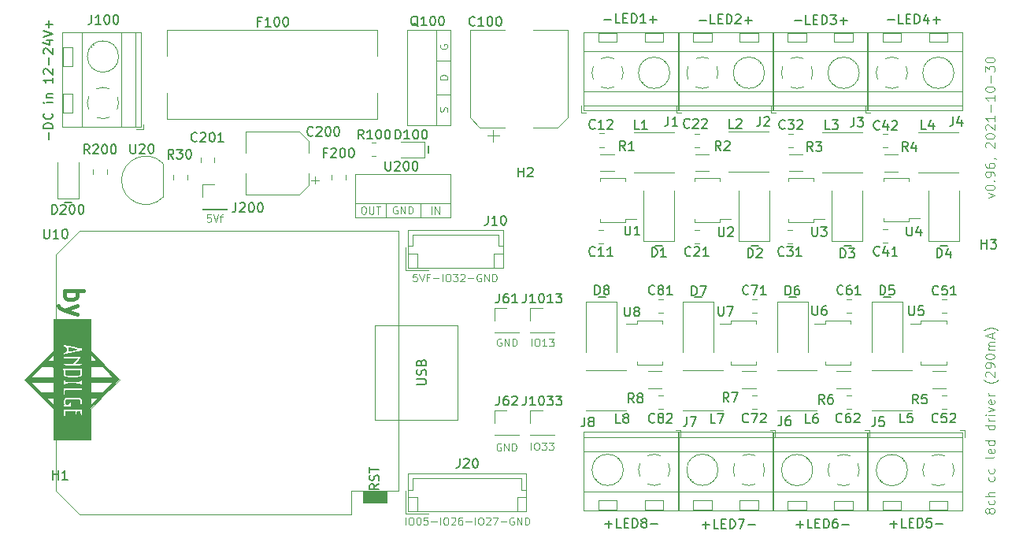
<source format=gto>
G04 #@! TF.GenerationSoftware,KiCad,Pcbnew,5.1.11-e4df9d881f~92~ubuntu20.04.1*
G04 #@! TF.CreationDate,2021-10-31T15:28:21+01:00*
G04 #@! TF.ProjectId,CC dimmer low voltage,43432064-696d-46d6-9572-206c6f772076,0.96*
G04 #@! TF.SameCoordinates,Original*
G04 #@! TF.FileFunction,Legend,Top*
G04 #@! TF.FilePolarity,Positive*
%FSLAX46Y46*%
G04 Gerber Fmt 4.6, Leading zero omitted, Abs format (unit mm)*
G04 Created by KiCad (PCBNEW 5.1.11-e4df9d881f~92~ubuntu20.04.1) date 2021-10-31 15:28:21*
%MOMM*%
%LPD*%
G01*
G04 APERTURE LIST*
%ADD10C,0.100000*%
%ADD11C,0.150000*%
%ADD12C,0.400000*%
%ADD13C,0.120000*%
%ADD14C,0.010000*%
G04 APERTURE END LIST*
D10*
X209082952Y-105204523D02*
X209035333Y-105299761D01*
X208987714Y-105347380D01*
X208892476Y-105395000D01*
X208844857Y-105395000D01*
X208749619Y-105347380D01*
X208702000Y-105299761D01*
X208654380Y-105204523D01*
X208654380Y-105014047D01*
X208702000Y-104918809D01*
X208749619Y-104871190D01*
X208844857Y-104823571D01*
X208892476Y-104823571D01*
X208987714Y-104871190D01*
X209035333Y-104918809D01*
X209082952Y-105014047D01*
X209082952Y-105204523D01*
X209130571Y-105299761D01*
X209178190Y-105347380D01*
X209273428Y-105395000D01*
X209463904Y-105395000D01*
X209559142Y-105347380D01*
X209606761Y-105299761D01*
X209654380Y-105204523D01*
X209654380Y-105014047D01*
X209606761Y-104918809D01*
X209559142Y-104871190D01*
X209463904Y-104823571D01*
X209273428Y-104823571D01*
X209178190Y-104871190D01*
X209130571Y-104918809D01*
X209082952Y-105014047D01*
X209606761Y-103966428D02*
X209654380Y-104061666D01*
X209654380Y-104252142D01*
X209606761Y-104347380D01*
X209559142Y-104395000D01*
X209463904Y-104442619D01*
X209178190Y-104442619D01*
X209082952Y-104395000D01*
X209035333Y-104347380D01*
X208987714Y-104252142D01*
X208987714Y-104061666D01*
X209035333Y-103966428D01*
X209654380Y-103537857D02*
X208654380Y-103537857D01*
X209654380Y-103109285D02*
X209130571Y-103109285D01*
X209035333Y-103156904D01*
X208987714Y-103252142D01*
X208987714Y-103395000D01*
X209035333Y-103490238D01*
X209082952Y-103537857D01*
X209606761Y-101442619D02*
X209654380Y-101537857D01*
X209654380Y-101728333D01*
X209606761Y-101823571D01*
X209559142Y-101871190D01*
X209463904Y-101918809D01*
X209178190Y-101918809D01*
X209082952Y-101871190D01*
X209035333Y-101823571D01*
X208987714Y-101728333D01*
X208987714Y-101537857D01*
X209035333Y-101442619D01*
X209606761Y-100585476D02*
X209654380Y-100680714D01*
X209654380Y-100871190D01*
X209606761Y-100966428D01*
X209559142Y-101014047D01*
X209463904Y-101061666D01*
X209178190Y-101061666D01*
X209082952Y-101014047D01*
X209035333Y-100966428D01*
X208987714Y-100871190D01*
X208987714Y-100680714D01*
X209035333Y-100585476D01*
X209654380Y-99252142D02*
X209606761Y-99347380D01*
X209511523Y-99395000D01*
X208654380Y-99395000D01*
X209606761Y-98490238D02*
X209654380Y-98585476D01*
X209654380Y-98775952D01*
X209606761Y-98871190D01*
X209511523Y-98918809D01*
X209130571Y-98918809D01*
X209035333Y-98871190D01*
X208987714Y-98775952D01*
X208987714Y-98585476D01*
X209035333Y-98490238D01*
X209130571Y-98442619D01*
X209225809Y-98442619D01*
X209321047Y-98918809D01*
X209654380Y-97585476D02*
X208654380Y-97585476D01*
X209606761Y-97585476D02*
X209654380Y-97680714D01*
X209654380Y-97871190D01*
X209606761Y-97966428D01*
X209559142Y-98014047D01*
X209463904Y-98061666D01*
X209178190Y-98061666D01*
X209082952Y-98014047D01*
X209035333Y-97966428D01*
X208987714Y-97871190D01*
X208987714Y-97680714D01*
X209035333Y-97585476D01*
X209654380Y-95918809D02*
X208654380Y-95918809D01*
X209606761Y-95918809D02*
X209654380Y-96014047D01*
X209654380Y-96204523D01*
X209606761Y-96299761D01*
X209559142Y-96347380D01*
X209463904Y-96395000D01*
X209178190Y-96395000D01*
X209082952Y-96347380D01*
X209035333Y-96299761D01*
X208987714Y-96204523D01*
X208987714Y-96014047D01*
X209035333Y-95918809D01*
X209654380Y-95442619D02*
X208987714Y-95442619D01*
X209178190Y-95442619D02*
X209082952Y-95395000D01*
X209035333Y-95347380D01*
X208987714Y-95252142D01*
X208987714Y-95156904D01*
X209654380Y-94823571D02*
X208987714Y-94823571D01*
X208654380Y-94823571D02*
X208702000Y-94871190D01*
X208749619Y-94823571D01*
X208702000Y-94775952D01*
X208654380Y-94823571D01*
X208749619Y-94823571D01*
X208987714Y-94442619D02*
X209654380Y-94204523D01*
X208987714Y-93966428D01*
X209606761Y-93204523D02*
X209654380Y-93299761D01*
X209654380Y-93490238D01*
X209606761Y-93585476D01*
X209511523Y-93633095D01*
X209130571Y-93633095D01*
X209035333Y-93585476D01*
X208987714Y-93490238D01*
X208987714Y-93299761D01*
X209035333Y-93204523D01*
X209130571Y-93156904D01*
X209225809Y-93156904D01*
X209321047Y-93633095D01*
X209654380Y-92728333D02*
X208987714Y-92728333D01*
X209178190Y-92728333D02*
X209082952Y-92680714D01*
X209035333Y-92633095D01*
X208987714Y-92537857D01*
X208987714Y-92442619D01*
X210035333Y-91061666D02*
X209987714Y-91109285D01*
X209844857Y-91204523D01*
X209749619Y-91252142D01*
X209606761Y-91299761D01*
X209368666Y-91347380D01*
X209178190Y-91347380D01*
X208940095Y-91299761D01*
X208797238Y-91252142D01*
X208702000Y-91204523D01*
X208559142Y-91109285D01*
X208511523Y-91061666D01*
X208749619Y-90728333D02*
X208702000Y-90680714D01*
X208654380Y-90585476D01*
X208654380Y-90347380D01*
X208702000Y-90252142D01*
X208749619Y-90204523D01*
X208844857Y-90156904D01*
X208940095Y-90156904D01*
X209082952Y-90204523D01*
X209654380Y-90775952D01*
X209654380Y-90156904D01*
X209654380Y-89680714D02*
X209654380Y-89490238D01*
X209606761Y-89395000D01*
X209559142Y-89347380D01*
X209416285Y-89252142D01*
X209225809Y-89204523D01*
X208844857Y-89204523D01*
X208749619Y-89252142D01*
X208702000Y-89299761D01*
X208654380Y-89395000D01*
X208654380Y-89585476D01*
X208702000Y-89680714D01*
X208749619Y-89728333D01*
X208844857Y-89775952D01*
X209082952Y-89775952D01*
X209178190Y-89728333D01*
X209225809Y-89680714D01*
X209273428Y-89585476D01*
X209273428Y-89395000D01*
X209225809Y-89299761D01*
X209178190Y-89252142D01*
X209082952Y-89204523D01*
X208654380Y-88585476D02*
X208654380Y-88490238D01*
X208702000Y-88395000D01*
X208749619Y-88347380D01*
X208844857Y-88299761D01*
X209035333Y-88252142D01*
X209273428Y-88252142D01*
X209463904Y-88299761D01*
X209559142Y-88347380D01*
X209606761Y-88395000D01*
X209654380Y-88490238D01*
X209654380Y-88585476D01*
X209606761Y-88680714D01*
X209559142Y-88728333D01*
X209463904Y-88775952D01*
X209273428Y-88823571D01*
X209035333Y-88823571D01*
X208844857Y-88775952D01*
X208749619Y-88728333D01*
X208702000Y-88680714D01*
X208654380Y-88585476D01*
X209654380Y-87823571D02*
X208987714Y-87823571D01*
X209082952Y-87823571D02*
X209035333Y-87775952D01*
X208987714Y-87680714D01*
X208987714Y-87537857D01*
X209035333Y-87442619D01*
X209130571Y-87395000D01*
X209654380Y-87395000D01*
X209130571Y-87395000D02*
X209035333Y-87347380D01*
X208987714Y-87252142D01*
X208987714Y-87109285D01*
X209035333Y-87014047D01*
X209130571Y-86966428D01*
X209654380Y-86966428D01*
X209368666Y-86537857D02*
X209368666Y-86061666D01*
X209654380Y-86633095D02*
X208654380Y-86299761D01*
X209654380Y-85966428D01*
X210035333Y-85728333D02*
X209987714Y-85680714D01*
X209844857Y-85585476D01*
X209749619Y-85537857D01*
X209606761Y-85490238D01*
X209368666Y-85442619D01*
X209178190Y-85442619D01*
X208940095Y-85490238D01*
X208797238Y-85537857D01*
X208702000Y-85585476D01*
X208559142Y-85680714D01*
X208511523Y-85728333D01*
X150780709Y-62217271D02*
X150818804Y-62102985D01*
X150818804Y-61912509D01*
X150780709Y-61836319D01*
X150742614Y-61798223D01*
X150666423Y-61760128D01*
X150590233Y-61760128D01*
X150514042Y-61798223D01*
X150475947Y-61836319D01*
X150437852Y-61912509D01*
X150399757Y-62064890D01*
X150361661Y-62141080D01*
X150323566Y-62179176D01*
X150247376Y-62217271D01*
X150171185Y-62217271D01*
X150094995Y-62179176D01*
X150056900Y-62141080D01*
X150018804Y-62064890D01*
X150018804Y-61874414D01*
X150056900Y-61760128D01*
X150831504Y-58743823D02*
X150031504Y-58743823D01*
X150031504Y-58553347D01*
X150069600Y-58439061D01*
X150145790Y-58362871D01*
X150221980Y-58324776D01*
X150374361Y-58286680D01*
X150488647Y-58286680D01*
X150641028Y-58324776D01*
X150717219Y-58362871D01*
X150793409Y-58439061D01*
X150831504Y-58553347D01*
X150831504Y-58743823D01*
X150069600Y-55010076D02*
X150031504Y-55086266D01*
X150031504Y-55200552D01*
X150069600Y-55314838D01*
X150145790Y-55391028D01*
X150221980Y-55429123D01*
X150374361Y-55467219D01*
X150488647Y-55467219D01*
X150641028Y-55429123D01*
X150717219Y-55391028D01*
X150793409Y-55314838D01*
X150831504Y-55200552D01*
X150831504Y-55124361D01*
X150793409Y-55010076D01*
X150755314Y-54971980D01*
X150488647Y-54971980D01*
X150488647Y-55124361D01*
X145415076Y-72434500D02*
X145338885Y-72396404D01*
X145224600Y-72396404D01*
X145110314Y-72434500D01*
X145034123Y-72510690D01*
X144996028Y-72586880D01*
X144957933Y-72739261D01*
X144957933Y-72853547D01*
X144996028Y-73005928D01*
X145034123Y-73082119D01*
X145110314Y-73158309D01*
X145224600Y-73196404D01*
X145300790Y-73196404D01*
X145415076Y-73158309D01*
X145453171Y-73120214D01*
X145453171Y-72853547D01*
X145300790Y-72853547D01*
X145796028Y-73196404D02*
X145796028Y-72396404D01*
X146253171Y-73196404D01*
X146253171Y-72396404D01*
X146634123Y-73196404D02*
X146634123Y-72396404D01*
X146824600Y-72396404D01*
X146938885Y-72434500D01*
X147015076Y-72510690D01*
X147053171Y-72586880D01*
X147091266Y-72739261D01*
X147091266Y-72853547D01*
X147053171Y-73005928D01*
X147015076Y-73082119D01*
X146938885Y-73158309D01*
X146824600Y-73196404D01*
X146634123Y-73196404D01*
D11*
X110426452Y-71962971D02*
X109664547Y-71962971D01*
D10*
X141744800Y-72409104D02*
X141897180Y-72409104D01*
X141973371Y-72447200D01*
X142049561Y-72523390D01*
X142087657Y-72675771D01*
X142087657Y-72942438D01*
X142049561Y-73094819D01*
X141973371Y-73171009D01*
X141897180Y-73209104D01*
X141744800Y-73209104D01*
X141668609Y-73171009D01*
X141592419Y-73094819D01*
X141554323Y-72942438D01*
X141554323Y-72675771D01*
X141592419Y-72523390D01*
X141668609Y-72447200D01*
X141744800Y-72409104D01*
X142430514Y-72409104D02*
X142430514Y-73056723D01*
X142468609Y-73132914D01*
X142506704Y-73171009D01*
X142582895Y-73209104D01*
X142735276Y-73209104D01*
X142811466Y-73171009D01*
X142849561Y-73132914D01*
X142887657Y-73056723D01*
X142887657Y-72409104D01*
X143154323Y-72409104D02*
X143611466Y-72409104D01*
X143382895Y-73209104D02*
X143382895Y-72409104D01*
X149110752Y-73234504D02*
X149110752Y-72434504D01*
X149491704Y-73234504D02*
X149491704Y-72434504D01*
X149948847Y-73234504D01*
X149948847Y-72434504D01*
D11*
X148750328Y-66636852D02*
X148750328Y-65874947D01*
X203847747Y-76627028D02*
X204609652Y-76627028D01*
X188328252Y-82161071D02*
X187566347Y-82161071D01*
X193484547Y-76665128D02*
X194246452Y-76665128D01*
X177419047Y-82164228D02*
X178180952Y-82164228D01*
X183502347Y-76639728D02*
X184264252Y-76639728D01*
X197751747Y-82151528D02*
X198513652Y-82151528D01*
X167043147Y-82151528D02*
X167805052Y-82151528D01*
X173177247Y-76601628D02*
X173939152Y-76601628D01*
D12*
X109661438Y-81448423D02*
X111661438Y-81448423D01*
X110899533Y-81448423D02*
X110994771Y-81638900D01*
X110994771Y-82019852D01*
X110899533Y-82210328D01*
X110804295Y-82305566D01*
X110613819Y-82400804D01*
X110042390Y-82400804D01*
X109851914Y-82305566D01*
X109756676Y-82210328D01*
X109661438Y-82019852D01*
X109661438Y-81638900D01*
X109756676Y-81448423D01*
X110994771Y-83067471D02*
X109661438Y-83543661D01*
X110994771Y-84019852D02*
X109661438Y-83543661D01*
X109185247Y-83353185D01*
X109090009Y-83257947D01*
X108994771Y-83067471D01*
D10*
X208987714Y-71466428D02*
X209654380Y-71228333D01*
X208987714Y-70990238D01*
X208654380Y-70418809D02*
X208654380Y-70323571D01*
X208702000Y-70228333D01*
X208749619Y-70180714D01*
X208844857Y-70133095D01*
X209035333Y-70085476D01*
X209273428Y-70085476D01*
X209463904Y-70133095D01*
X209559142Y-70180714D01*
X209606761Y-70228333D01*
X209654380Y-70323571D01*
X209654380Y-70418809D01*
X209606761Y-70514047D01*
X209559142Y-70561666D01*
X209463904Y-70609285D01*
X209273428Y-70656904D01*
X209035333Y-70656904D01*
X208844857Y-70609285D01*
X208749619Y-70561666D01*
X208702000Y-70514047D01*
X208654380Y-70418809D01*
X209559142Y-69656904D02*
X209606761Y-69609285D01*
X209654380Y-69656904D01*
X209606761Y-69704523D01*
X209559142Y-69656904D01*
X209654380Y-69656904D01*
X209654380Y-69133095D02*
X209654380Y-68942619D01*
X209606761Y-68847380D01*
X209559142Y-68799761D01*
X209416285Y-68704523D01*
X209225809Y-68656904D01*
X208844857Y-68656904D01*
X208749619Y-68704523D01*
X208702000Y-68752142D01*
X208654380Y-68847380D01*
X208654380Y-69037857D01*
X208702000Y-69133095D01*
X208749619Y-69180714D01*
X208844857Y-69228333D01*
X209082952Y-69228333D01*
X209178190Y-69180714D01*
X209225809Y-69133095D01*
X209273428Y-69037857D01*
X209273428Y-68847380D01*
X209225809Y-68752142D01*
X209178190Y-68704523D01*
X209082952Y-68656904D01*
X208654380Y-67799761D02*
X208654380Y-67990238D01*
X208702000Y-68085476D01*
X208749619Y-68133095D01*
X208892476Y-68228333D01*
X209082952Y-68275952D01*
X209463904Y-68275952D01*
X209559142Y-68228333D01*
X209606761Y-68180714D01*
X209654380Y-68085476D01*
X209654380Y-67895000D01*
X209606761Y-67799761D01*
X209559142Y-67752142D01*
X209463904Y-67704523D01*
X209225809Y-67704523D01*
X209130571Y-67752142D01*
X209082952Y-67799761D01*
X209035333Y-67895000D01*
X209035333Y-68085476D01*
X209082952Y-68180714D01*
X209130571Y-68228333D01*
X209225809Y-68275952D01*
X209606761Y-67228333D02*
X209654380Y-67228333D01*
X209749619Y-67275952D01*
X209797238Y-67323571D01*
X208749619Y-66085476D02*
X208702000Y-66037857D01*
X208654380Y-65942619D01*
X208654380Y-65704523D01*
X208702000Y-65609285D01*
X208749619Y-65561666D01*
X208844857Y-65514047D01*
X208940095Y-65514047D01*
X209082952Y-65561666D01*
X209654380Y-66133095D01*
X209654380Y-65514047D01*
X208654380Y-64895000D02*
X208654380Y-64799761D01*
X208702000Y-64704523D01*
X208749619Y-64656904D01*
X208844857Y-64609285D01*
X209035333Y-64561666D01*
X209273428Y-64561666D01*
X209463904Y-64609285D01*
X209559142Y-64656904D01*
X209606761Y-64704523D01*
X209654380Y-64799761D01*
X209654380Y-64895000D01*
X209606761Y-64990238D01*
X209559142Y-65037857D01*
X209463904Y-65085476D01*
X209273428Y-65133095D01*
X209035333Y-65133095D01*
X208844857Y-65085476D01*
X208749619Y-65037857D01*
X208702000Y-64990238D01*
X208654380Y-64895000D01*
X208749619Y-64180714D02*
X208702000Y-64133095D01*
X208654380Y-64037857D01*
X208654380Y-63799761D01*
X208702000Y-63704523D01*
X208749619Y-63656904D01*
X208844857Y-63609285D01*
X208940095Y-63609285D01*
X209082952Y-63656904D01*
X209654380Y-64228333D01*
X209654380Y-63609285D01*
X209654380Y-62656904D02*
X209654380Y-63228333D01*
X209654380Y-62942619D02*
X208654380Y-62942619D01*
X208797238Y-63037857D01*
X208892476Y-63133095D01*
X208940095Y-63228333D01*
X209273428Y-62228333D02*
X209273428Y-61466428D01*
X209654380Y-60466428D02*
X209654380Y-61037857D01*
X209654380Y-60752142D02*
X208654380Y-60752142D01*
X208797238Y-60847380D01*
X208892476Y-60942619D01*
X208940095Y-61037857D01*
X208654380Y-59847380D02*
X208654380Y-59752142D01*
X208702000Y-59656904D01*
X208749619Y-59609285D01*
X208844857Y-59561666D01*
X209035333Y-59514047D01*
X209273428Y-59514047D01*
X209463904Y-59561666D01*
X209559142Y-59609285D01*
X209606761Y-59656904D01*
X209654380Y-59752142D01*
X209654380Y-59847380D01*
X209606761Y-59942619D01*
X209559142Y-59990238D01*
X209463904Y-60037857D01*
X209273428Y-60085476D01*
X209035333Y-60085476D01*
X208844857Y-60037857D01*
X208749619Y-59990238D01*
X208702000Y-59942619D01*
X208654380Y-59847380D01*
X209273428Y-59085476D02*
X209273428Y-58323571D01*
X208654380Y-57942619D02*
X208654380Y-57323571D01*
X209035333Y-57656904D01*
X209035333Y-57514047D01*
X209082952Y-57418809D01*
X209130571Y-57371190D01*
X209225809Y-57323571D01*
X209463904Y-57323571D01*
X209559142Y-57371190D01*
X209606761Y-57418809D01*
X209654380Y-57514047D01*
X209654380Y-57799761D01*
X209606761Y-57895000D01*
X209559142Y-57942619D01*
X208654380Y-56704523D02*
X208654380Y-56609285D01*
X208702000Y-56514047D01*
X208749619Y-56466428D01*
X208844857Y-56418809D01*
X209035333Y-56371190D01*
X209273428Y-56371190D01*
X209463904Y-56418809D01*
X209559142Y-56466428D01*
X209606761Y-56514047D01*
X209654380Y-56609285D01*
X209654380Y-56704523D01*
X209606761Y-56799761D01*
X209559142Y-56847380D01*
X209463904Y-56895000D01*
X209273428Y-56942619D01*
X209035333Y-56942619D01*
X208844857Y-56895000D01*
X208749619Y-56847380D01*
X208702000Y-56799761D01*
X208654380Y-56704523D01*
D13*
X167073948Y-76376200D02*
X167596452Y-76376200D01*
X167073948Y-74906200D02*
X167596452Y-74906200D01*
X169939800Y-69369600D02*
X169939800Y-69699600D01*
X169939800Y-74089600D02*
X169939800Y-73759600D01*
X169939800Y-74089600D02*
X167219800Y-74089600D01*
X167219800Y-74089600D02*
X167219800Y-73759600D01*
X171119800Y-73759600D02*
X169939800Y-73759600D01*
X167219800Y-69369600D02*
X169939800Y-69369600D01*
X167219800Y-69699600D02*
X167219800Y-69369600D01*
X174726400Y-58039000D02*
G75*
G03*
X174726400Y-58039000I-1680000J0D01*
G01*
X165486400Y-61539000D02*
X175606400Y-61539000D01*
X165486400Y-60039000D02*
X175606400Y-60039000D01*
X165486400Y-55738000D02*
X175606400Y-55738000D01*
X165486400Y-53679000D02*
X175606400Y-53679000D01*
X165486400Y-62099000D02*
X175606400Y-62099000D01*
X165486400Y-53679000D02*
X165486400Y-62099000D01*
X175606400Y-53679000D02*
X175606400Y-62099000D01*
X167046400Y-53739000D02*
X169046400Y-53739000D01*
X167046400Y-54739000D02*
X169046400Y-54739000D01*
X167046400Y-53739000D02*
X167046400Y-54739000D01*
X169046400Y-53739000D02*
X169046400Y-54739000D01*
X174321400Y-56970000D02*
X174274400Y-57016000D01*
X172012400Y-59278000D02*
X171977400Y-59313000D01*
X174116400Y-56764000D02*
X174081400Y-56800000D01*
X171819400Y-59062000D02*
X171772400Y-59108000D01*
X172046400Y-53739000D02*
X174046400Y-53739000D01*
X172046400Y-54739000D02*
X174046400Y-54739000D01*
X172046400Y-53739000D02*
X172046400Y-54739000D01*
X174046400Y-53739000D02*
X174046400Y-54739000D01*
X165246400Y-61599000D02*
X165246400Y-62339000D01*
X165246400Y-62339000D02*
X165746400Y-62339000D01*
X168075205Y-59719253D02*
G75*
G02*
X167362400Y-59574000I-28805J1680253D01*
G01*
X166510974Y-58722042D02*
G75*
G02*
X166511400Y-57355000I1535426J683042D01*
G01*
X167363358Y-56503574D02*
G75*
G02*
X168730400Y-56504000I683042J-1535426D01*
G01*
X169581826Y-57355958D02*
G75*
G02*
X169581400Y-58723000I-1535426J-683042D01*
G01*
X168729718Y-59573756D02*
G75*
G02*
X168046400Y-59719000I-683318J1534756D01*
G01*
X170048000Y-94330600D02*
X165740000Y-94330600D01*
X165740000Y-90022600D02*
X170048000Y-90022600D01*
X180436600Y-94330600D02*
X176128600Y-94330600D01*
X176128600Y-90022600D02*
X180436600Y-90022600D01*
X190554600Y-94330600D02*
X186246600Y-94330600D01*
X186246600Y-90022600D02*
X190554600Y-90022600D01*
X200782000Y-94330600D02*
X196474000Y-94330600D01*
X196474000Y-90022600D02*
X200782000Y-90022600D01*
X201477800Y-64444800D02*
X205785800Y-64444800D01*
X205785800Y-68752800D02*
X201477800Y-68752800D01*
X191140000Y-64444800D02*
X195448000Y-64444800D01*
X195448000Y-68752800D02*
X191140000Y-68752800D01*
X181056200Y-64394000D02*
X185364200Y-64394000D01*
X185364200Y-68702000D02*
X181056200Y-68702000D01*
X170870800Y-64419400D02*
X175178800Y-64419400D01*
X175178800Y-68727400D02*
X170870800Y-68727400D01*
X120681400Y-53442200D02*
X120681400Y-56242200D01*
X120681400Y-60242200D02*
X120681400Y-63042200D01*
X143281400Y-60242200D02*
X143281400Y-63042200D01*
X143281400Y-63042200D02*
X120681400Y-63042200D01*
X143281400Y-53442200D02*
X120681400Y-53442200D01*
X143281400Y-53442200D02*
X143281400Y-56242200D01*
X187438200Y-69674200D02*
X187438200Y-69344200D01*
X187438200Y-69344200D02*
X190158200Y-69344200D01*
X191338200Y-73734200D02*
X190158200Y-73734200D01*
X187438200Y-74064200D02*
X187438200Y-73734200D01*
X190158200Y-74064200D02*
X187438200Y-74064200D01*
X190158200Y-74064200D02*
X190158200Y-73734200D01*
X190158200Y-69344200D02*
X190158200Y-69674200D01*
X140462000Y-102946200D02*
X145542000Y-102946200D01*
X108712000Y-77546200D02*
X108712000Y-101676200D01*
X108712000Y-77546200D02*
X111252000Y-75006200D01*
X108712000Y-102946200D02*
X111252000Y-105486200D01*
X108712000Y-102946200D02*
X108712000Y-101676200D01*
X111252000Y-75006200D02*
X145542000Y-75006200D01*
X111252000Y-105486200D02*
X140462000Y-105486200D01*
X140462000Y-105486200D02*
X140462000Y-102946200D01*
D10*
G36*
X144272000Y-104216200D02*
G01*
X141732000Y-104216200D01*
X141732000Y-102946200D01*
X144272000Y-102946200D01*
X144272000Y-104216200D01*
G37*
X144272000Y-104216200D02*
X141732000Y-104216200D01*
X141732000Y-102946200D01*
X144272000Y-102946200D01*
X144272000Y-104216200D01*
D13*
X145542000Y-102946200D02*
X145542000Y-75006200D01*
X145542000Y-95326200D02*
X151892000Y-95326200D01*
X151892000Y-95326200D02*
X151892000Y-85166200D01*
X151892000Y-85166200D02*
X145542000Y-85166200D01*
X145542000Y-95326200D02*
X143002000Y-95326200D01*
X143002000Y-95326200D02*
X143002000Y-85166200D01*
X143002000Y-85166200D02*
X145542000Y-85166200D01*
X159693300Y-94315000D02*
X161023300Y-94315000D01*
X159693300Y-95645000D02*
X159693300Y-94315000D01*
X159693300Y-96915000D02*
X162353300Y-96915000D01*
X162353300Y-96915000D02*
X162353300Y-96975000D01*
X159693300Y-96915000D02*
X159693300Y-96975000D01*
X159693300Y-96975000D02*
X162353300Y-96975000D01*
X159693300Y-83315000D02*
X161023300Y-83315000D01*
X159693300Y-84645000D02*
X159693300Y-83315000D01*
X159693300Y-85915000D02*
X162353300Y-85915000D01*
X162353300Y-85915000D02*
X162353300Y-85975000D01*
X159693300Y-85915000D02*
X159693300Y-85975000D01*
X159693300Y-85975000D02*
X162353300Y-85975000D01*
D14*
G36*
X114007905Y-92570295D02*
G01*
X112458500Y-94120304D01*
X112458500Y-97497900D01*
X108445300Y-97497900D01*
X108445300Y-94120304D01*
X106895896Y-92570295D01*
X105346491Y-91020285D01*
X106895896Y-89471504D01*
X107777278Y-88590477D01*
X107777278Y-89575766D01*
X107678061Y-89576137D01*
X107200700Y-89580979D01*
X106629200Y-90147711D01*
X106435105Y-90340995D01*
X106269263Y-90507685D01*
X106143857Y-90635412D01*
X106071066Y-90711811D01*
X106057700Y-90727971D01*
X106106159Y-90731784D01*
X106242169Y-90735182D01*
X106451682Y-90738003D01*
X106720649Y-90740089D01*
X107035024Y-90741281D01*
X107248331Y-90741500D01*
X108438962Y-90741500D01*
X108445300Y-90519581D01*
X108445300Y-91300300D01*
X106034033Y-91300300D01*
X106591100Y-91859100D01*
X107148168Y-92417900D01*
X108445300Y-92417900D01*
X108445300Y-92976700D01*
X108115100Y-92976700D01*
X107946938Y-92982252D01*
X107828008Y-92996780D01*
X107784900Y-93016267D01*
X107818750Y-93067215D01*
X107909439Y-93170597D01*
X108040676Y-93308316D01*
X108115100Y-93383100D01*
X108445300Y-93710364D01*
X108445300Y-92976700D01*
X108445300Y-92417900D01*
X108445300Y-91300300D01*
X108445300Y-90519581D01*
X108454831Y-90185862D01*
X108470700Y-89630225D01*
X108313061Y-89600760D01*
X108191938Y-89588104D01*
X108002320Y-89579345D01*
X107777278Y-89575766D01*
X107777278Y-88590477D01*
X108445300Y-87922724D01*
X108445300Y-88331435D01*
X108115100Y-88658700D01*
X107970463Y-88803492D01*
X107858020Y-88918797D01*
X107793855Y-88987984D01*
X107784900Y-89000132D01*
X107831252Y-89007348D01*
X107952525Y-89012451D01*
X108115100Y-89014300D01*
X108445300Y-89014300D01*
X108445300Y-88331435D01*
X108445300Y-87922724D01*
X108445300Y-84543900D01*
X109486327Y-84543900D01*
X109486327Y-87185500D01*
X109467494Y-87229092D01*
X109461300Y-87312500D01*
X109485906Y-87412925D01*
X109558746Y-87439500D01*
X109703613Y-87456167D01*
X109782845Y-87520084D01*
X109813937Y-87652123D01*
X109816900Y-87747433D01*
X109812899Y-87895737D01*
X109788025Y-87972810D01*
X109722976Y-88009008D01*
X109639100Y-88027051D01*
X109516182Y-88063650D01*
X109467007Y-88126261D01*
X109461300Y-88182721D01*
X109477816Y-88271197D01*
X109546134Y-88284479D01*
X109575600Y-88278589D01*
X109688124Y-88254143D01*
X109869080Y-88216621D01*
X110099496Y-88169783D01*
X110360397Y-88117390D01*
X110477300Y-88094135D01*
X110477300Y-88506300D01*
X109461300Y-88506300D01*
X109461300Y-88637066D01*
X109469011Y-88715734D01*
X109509915Y-88752782D01*
X109610670Y-88761741D01*
X109702600Y-88759552D01*
X109859449Y-88756415D01*
X110081840Y-88754814D01*
X110333724Y-88754925D01*
X110472489Y-88755785D01*
X111001078Y-88760300D01*
X110502700Y-89268150D01*
X109982000Y-89268225D01*
X109747396Y-89269591D01*
X109596209Y-89275974D01*
X109510267Y-89290923D01*
X109471398Y-89317986D01*
X109461428Y-89360712D01*
X109461300Y-89369900D01*
X109465223Y-89404042D01*
X109485612Y-89429535D01*
X109535399Y-89447638D01*
X109627518Y-89459615D01*
X109774900Y-89466726D01*
X109990479Y-89470234D01*
X110287187Y-89471399D01*
X110502700Y-89471500D01*
X110852664Y-89471117D01*
X111113960Y-89469128D01*
X111299522Y-89464270D01*
X111422282Y-89455283D01*
X111495172Y-89440904D01*
X111531125Y-89419872D01*
X111543073Y-89390925D01*
X111544100Y-89369900D01*
X111544100Y-89776300D01*
X109450196Y-89776300D01*
X109469714Y-90162813D01*
X109484409Y-90369245D01*
X109508147Y-90501201D01*
X109548691Y-90585796D01*
X109607894Y-90645413D01*
X109664096Y-90682569D01*
X109737445Y-90708822D01*
X109845179Y-90726006D01*
X110004536Y-90735955D01*
X110232754Y-90740505D01*
X110510637Y-90741500D01*
X110809240Y-90740891D01*
X111023640Y-90737476D01*
X111171231Y-90728865D01*
X111269409Y-90712674D01*
X111335569Y-90686515D01*
X111387107Y-90648001D01*
X111417100Y-90619040D01*
X111417100Y-91046300D01*
X111314957Y-91072796D01*
X111290100Y-91122500D01*
X111276465Y-91151899D01*
X111226281Y-91172816D01*
X111125630Y-91186596D01*
X110960595Y-91194588D01*
X110717257Y-91198136D01*
X110502700Y-91198700D01*
X110198903Y-91197380D01*
X109982764Y-91192523D01*
X109840365Y-91182783D01*
X109757789Y-91166812D01*
X109721118Y-91143263D01*
X109715300Y-91122500D01*
X109671140Y-91061214D01*
X109588300Y-91046300D01*
X109512927Y-91054535D01*
X109475325Y-91096562D01*
X109462504Y-91198363D01*
X109461300Y-91300300D01*
X109465418Y-91451046D01*
X109486432Y-91526250D01*
X109537332Y-91551893D01*
X109588300Y-91554300D01*
X109690444Y-91527803D01*
X109715300Y-91478100D01*
X109728936Y-91448700D01*
X109779120Y-91427783D01*
X109879771Y-91414003D01*
X110044806Y-91406011D01*
X110288144Y-91402463D01*
X110502700Y-91401900D01*
X110806498Y-91403219D01*
X111022637Y-91408076D01*
X111165036Y-91417816D01*
X111247612Y-91433787D01*
X111284283Y-91457336D01*
X111290100Y-91478100D01*
X111334261Y-91539385D01*
X111417100Y-91554300D01*
X111492474Y-91546064D01*
X111530076Y-91504037D01*
X111542897Y-91402236D01*
X111544100Y-91300300D01*
X111544100Y-91859100D01*
X109461300Y-91859100D01*
X109461300Y-92243633D01*
X109462980Y-92438274D01*
X109472222Y-92551636D01*
X109495330Y-92604031D01*
X109538608Y-92615771D01*
X109575600Y-92611933D01*
X109645432Y-92589414D01*
X109679008Y-92529320D01*
X109688641Y-92403622D01*
X109688733Y-92354400D01*
X109693989Y-92206524D01*
X109718799Y-92134027D01*
X109773909Y-92111069D01*
X109790333Y-92110123D01*
X109874549Y-92109358D01*
X110040576Y-92109171D01*
X110268627Y-92109539D01*
X110538916Y-92110439D01*
X110718600Y-92111250D01*
X111333526Y-92114306D01*
X111333526Y-92925900D01*
X109671875Y-92925900D01*
X109566588Y-93059750D01*
X109474582Y-93248035D01*
X109477153Y-93445451D01*
X109513888Y-93538839D01*
X109540528Y-93619713D01*
X109513888Y-93637100D01*
X109474583Y-93680622D01*
X109461300Y-93766077D01*
X109461300Y-93895055D01*
X109461300Y-94144523D01*
X109461300Y-94517344D01*
X109464902Y-94702264D01*
X109474401Y-94844370D01*
X109487840Y-94915955D01*
X109489642Y-94918508D01*
X109556025Y-94930629D01*
X109616642Y-94921050D01*
X109677845Y-94886043D01*
X109707469Y-94804890D01*
X109715299Y-94650431D01*
X109715300Y-94647175D01*
X109715300Y-94399100D01*
X110731300Y-94399100D01*
X110731300Y-94576900D01*
X110742666Y-94699443D01*
X110787034Y-94748888D01*
X110832900Y-94754700D01*
X110902925Y-94734811D01*
X110931179Y-94657166D01*
X110934500Y-94576900D01*
X110942426Y-94457712D01*
X110986619Y-94408830D01*
X111097705Y-94399117D01*
X111109380Y-94399100D01*
X111219496Y-94405515D01*
X111272671Y-94443672D01*
X111293934Y-94541933D01*
X111299880Y-94615000D01*
X111319308Y-94755951D01*
X111361283Y-94824259D01*
X111429800Y-94847133D01*
X111489446Y-94849467D01*
X111523649Y-94821257D01*
X111539456Y-94741516D01*
X111543916Y-94589261D01*
X111544100Y-94506774D01*
X111544100Y-94150182D01*
X110502700Y-94147352D01*
X109461300Y-94144523D01*
X109461300Y-93895055D01*
X109905800Y-93880377D01*
X110350300Y-93865700D01*
X110350300Y-93611700D01*
X110344951Y-93459349D01*
X110322247Y-93383366D01*
X110272200Y-93358786D01*
X110248700Y-93357700D01*
X110165590Y-93391334D01*
X110131026Y-93497400D01*
X110105515Y-93594070D01*
X110037315Y-93631898D01*
X109945961Y-93637100D01*
X109814342Y-93616342D01*
X109742690Y-93541325D01*
X109716477Y-93392930D01*
X109715300Y-93333580D01*
X109742352Y-93213231D01*
X109795655Y-93159935D01*
X109881148Y-93146850D01*
X110042989Y-93137471D01*
X110255996Y-93131797D01*
X110494984Y-93129827D01*
X110734770Y-93131562D01*
X110950169Y-93137002D01*
X111116000Y-93146146D01*
X111207077Y-93158996D01*
X111209746Y-93159935D01*
X111266772Y-93223989D01*
X111289313Y-93367629D01*
X111290100Y-93413935D01*
X111295668Y-93552869D01*
X111322806Y-93617878D01*
X111387165Y-93636464D01*
X111417100Y-93637100D01*
X111496351Y-93627232D01*
X111533309Y-93579246D01*
X111543769Y-93465566D01*
X111544100Y-93415350D01*
X111505268Y-93178664D01*
X111438813Y-93059750D01*
X111333526Y-92925900D01*
X111333526Y-92114306D01*
X111544100Y-92115353D01*
X111544100Y-91859100D01*
X111544100Y-91300300D01*
X111539983Y-91149553D01*
X111518969Y-91074349D01*
X111468069Y-91048706D01*
X111417100Y-91046300D01*
X111417100Y-90619040D01*
X111419410Y-90616809D01*
X111486706Y-90536417D01*
X111524520Y-90443848D01*
X111540935Y-90307818D01*
X111544100Y-90134209D01*
X111544100Y-89776300D01*
X111544100Y-89369900D01*
X111534784Y-89317168D01*
X111492554Y-89286623D01*
X111395992Y-89272336D01*
X111223680Y-89268375D01*
X111177163Y-89268300D01*
X110810225Y-89268299D01*
X111151763Y-88924125D01*
X111299017Y-88772112D01*
X111414389Y-88646121D01*
X111482092Y-88563763D01*
X111493300Y-88543125D01*
X111445037Y-88531932D01*
X111310383Y-88522109D01*
X111104547Y-88514207D01*
X110842736Y-88508777D01*
X110540156Y-88506370D01*
X110477300Y-88506300D01*
X110477300Y-88094135D01*
X110632809Y-88063200D01*
X110897758Y-88010975D01*
X111136269Y-87964474D01*
X111329368Y-87927457D01*
X111458081Y-87903685D01*
X111502743Y-87896700D01*
X111531792Y-87852518D01*
X111544098Y-87746081D01*
X111544100Y-87744300D01*
X111538651Y-87637197D01*
X111525525Y-87591908D01*
X111525328Y-87591900D01*
X111472134Y-87582228D01*
X111334660Y-87555247D01*
X111128164Y-87514007D01*
X110867904Y-87461558D01*
X110569140Y-87400952D01*
X110508955Y-87388700D01*
X110204078Y-87326842D01*
X109934316Y-87272573D01*
X109715053Y-87228947D01*
X109561671Y-87199022D01*
X109489554Y-87185855D01*
X109486327Y-87185500D01*
X109486327Y-84543900D01*
X112458500Y-84543900D01*
X112458500Y-87922724D01*
X112458500Y-88331435D01*
X112458500Y-89014300D01*
X112788700Y-89014300D01*
X112956886Y-89012311D01*
X113075820Y-89007107D01*
X113118900Y-89000132D01*
X113085327Y-88960652D01*
X112995330Y-88866630D01*
X112864991Y-88734696D01*
X112788700Y-88658700D01*
X112458500Y-88331435D01*
X112458500Y-87922724D01*
X113704758Y-89168479D01*
X113704758Y-89573100D01*
X113115496Y-89573100D01*
X112880287Y-89575862D01*
X112683558Y-89583368D01*
X112546833Y-89594449D01*
X112492367Y-89606966D01*
X112478576Y-89668742D01*
X112467490Y-89809718D01*
X112460410Y-90007506D01*
X112458500Y-90191166D01*
X112458500Y-90741500D01*
X112458500Y-91300300D01*
X112458500Y-92417900D01*
X112812289Y-92417900D01*
X112812289Y-92977411D01*
X112662311Y-92980870D01*
X112543758Y-92993037D01*
X112492367Y-93010566D01*
X112475009Y-93075305D01*
X112462794Y-93211341D01*
X112458500Y-93377399D01*
X112458500Y-93710364D01*
X112788700Y-93383100D01*
X112933900Y-93235135D01*
X113046558Y-93112610D01*
X113110386Y-93033624D01*
X113118900Y-93016267D01*
X113073770Y-92995412D01*
X112960504Y-92982359D01*
X112812289Y-92977411D01*
X112812289Y-92417900D01*
X113755633Y-92417900D01*
X114312700Y-91859100D01*
X114869768Y-91300300D01*
X112458500Y-91300300D01*
X112458500Y-90741500D01*
X114869843Y-90741500D01*
X114287300Y-90157300D01*
X113704758Y-89573100D01*
X113704758Y-89168479D01*
X114007905Y-89471504D01*
X115557310Y-91020285D01*
X114007905Y-92570295D01*
G37*
X114007905Y-92570295D02*
X112458500Y-94120304D01*
X112458500Y-97497900D01*
X108445300Y-97497900D01*
X108445300Y-94120304D01*
X106895896Y-92570295D01*
X105346491Y-91020285D01*
X106895896Y-89471504D01*
X107777278Y-88590477D01*
X107777278Y-89575766D01*
X107678061Y-89576137D01*
X107200700Y-89580979D01*
X106629200Y-90147711D01*
X106435105Y-90340995D01*
X106269263Y-90507685D01*
X106143857Y-90635412D01*
X106071066Y-90711811D01*
X106057700Y-90727971D01*
X106106159Y-90731784D01*
X106242169Y-90735182D01*
X106451682Y-90738003D01*
X106720649Y-90740089D01*
X107035024Y-90741281D01*
X107248331Y-90741500D01*
X108438962Y-90741500D01*
X108445300Y-90519581D01*
X108445300Y-91300300D01*
X106034033Y-91300300D01*
X106591100Y-91859100D01*
X107148168Y-92417900D01*
X108445300Y-92417900D01*
X108445300Y-92976700D01*
X108115100Y-92976700D01*
X107946938Y-92982252D01*
X107828008Y-92996780D01*
X107784900Y-93016267D01*
X107818750Y-93067215D01*
X107909439Y-93170597D01*
X108040676Y-93308316D01*
X108115100Y-93383100D01*
X108445300Y-93710364D01*
X108445300Y-92976700D01*
X108445300Y-92417900D01*
X108445300Y-91300300D01*
X108445300Y-90519581D01*
X108454831Y-90185862D01*
X108470700Y-89630225D01*
X108313061Y-89600760D01*
X108191938Y-89588104D01*
X108002320Y-89579345D01*
X107777278Y-89575766D01*
X107777278Y-88590477D01*
X108445300Y-87922724D01*
X108445300Y-88331435D01*
X108115100Y-88658700D01*
X107970463Y-88803492D01*
X107858020Y-88918797D01*
X107793855Y-88987984D01*
X107784900Y-89000132D01*
X107831252Y-89007348D01*
X107952525Y-89012451D01*
X108115100Y-89014300D01*
X108445300Y-89014300D01*
X108445300Y-88331435D01*
X108445300Y-87922724D01*
X108445300Y-84543900D01*
X109486327Y-84543900D01*
X109486327Y-87185500D01*
X109467494Y-87229092D01*
X109461300Y-87312500D01*
X109485906Y-87412925D01*
X109558746Y-87439500D01*
X109703613Y-87456167D01*
X109782845Y-87520084D01*
X109813937Y-87652123D01*
X109816900Y-87747433D01*
X109812899Y-87895737D01*
X109788025Y-87972810D01*
X109722976Y-88009008D01*
X109639100Y-88027051D01*
X109516182Y-88063650D01*
X109467007Y-88126261D01*
X109461300Y-88182721D01*
X109477816Y-88271197D01*
X109546134Y-88284479D01*
X109575600Y-88278589D01*
X109688124Y-88254143D01*
X109869080Y-88216621D01*
X110099496Y-88169783D01*
X110360397Y-88117390D01*
X110477300Y-88094135D01*
X110477300Y-88506300D01*
X109461300Y-88506300D01*
X109461300Y-88637066D01*
X109469011Y-88715734D01*
X109509915Y-88752782D01*
X109610670Y-88761741D01*
X109702600Y-88759552D01*
X109859449Y-88756415D01*
X110081840Y-88754814D01*
X110333724Y-88754925D01*
X110472489Y-88755785D01*
X111001078Y-88760300D01*
X110502700Y-89268150D01*
X109982000Y-89268225D01*
X109747396Y-89269591D01*
X109596209Y-89275974D01*
X109510267Y-89290923D01*
X109471398Y-89317986D01*
X109461428Y-89360712D01*
X109461300Y-89369900D01*
X109465223Y-89404042D01*
X109485612Y-89429535D01*
X109535399Y-89447638D01*
X109627518Y-89459615D01*
X109774900Y-89466726D01*
X109990479Y-89470234D01*
X110287187Y-89471399D01*
X110502700Y-89471500D01*
X110852664Y-89471117D01*
X111113960Y-89469128D01*
X111299522Y-89464270D01*
X111422282Y-89455283D01*
X111495172Y-89440904D01*
X111531125Y-89419872D01*
X111543073Y-89390925D01*
X111544100Y-89369900D01*
X111544100Y-89776300D01*
X109450196Y-89776300D01*
X109469714Y-90162813D01*
X109484409Y-90369245D01*
X109508147Y-90501201D01*
X109548691Y-90585796D01*
X109607894Y-90645413D01*
X109664096Y-90682569D01*
X109737445Y-90708822D01*
X109845179Y-90726006D01*
X110004536Y-90735955D01*
X110232754Y-90740505D01*
X110510637Y-90741500D01*
X110809240Y-90740891D01*
X111023640Y-90737476D01*
X111171231Y-90728865D01*
X111269409Y-90712674D01*
X111335569Y-90686515D01*
X111387107Y-90648001D01*
X111417100Y-90619040D01*
X111417100Y-91046300D01*
X111314957Y-91072796D01*
X111290100Y-91122500D01*
X111276465Y-91151899D01*
X111226281Y-91172816D01*
X111125630Y-91186596D01*
X110960595Y-91194588D01*
X110717257Y-91198136D01*
X110502700Y-91198700D01*
X110198903Y-91197380D01*
X109982764Y-91192523D01*
X109840365Y-91182783D01*
X109757789Y-91166812D01*
X109721118Y-91143263D01*
X109715300Y-91122500D01*
X109671140Y-91061214D01*
X109588300Y-91046300D01*
X109512927Y-91054535D01*
X109475325Y-91096562D01*
X109462504Y-91198363D01*
X109461300Y-91300300D01*
X109465418Y-91451046D01*
X109486432Y-91526250D01*
X109537332Y-91551893D01*
X109588300Y-91554300D01*
X109690444Y-91527803D01*
X109715300Y-91478100D01*
X109728936Y-91448700D01*
X109779120Y-91427783D01*
X109879771Y-91414003D01*
X110044806Y-91406011D01*
X110288144Y-91402463D01*
X110502700Y-91401900D01*
X110806498Y-91403219D01*
X111022637Y-91408076D01*
X111165036Y-91417816D01*
X111247612Y-91433787D01*
X111284283Y-91457336D01*
X111290100Y-91478100D01*
X111334261Y-91539385D01*
X111417100Y-91554300D01*
X111492474Y-91546064D01*
X111530076Y-91504037D01*
X111542897Y-91402236D01*
X111544100Y-91300300D01*
X111544100Y-91859100D01*
X109461300Y-91859100D01*
X109461300Y-92243633D01*
X109462980Y-92438274D01*
X109472222Y-92551636D01*
X109495330Y-92604031D01*
X109538608Y-92615771D01*
X109575600Y-92611933D01*
X109645432Y-92589414D01*
X109679008Y-92529320D01*
X109688641Y-92403622D01*
X109688733Y-92354400D01*
X109693989Y-92206524D01*
X109718799Y-92134027D01*
X109773909Y-92111069D01*
X109790333Y-92110123D01*
X109874549Y-92109358D01*
X110040576Y-92109171D01*
X110268627Y-92109539D01*
X110538916Y-92110439D01*
X110718600Y-92111250D01*
X111333526Y-92114306D01*
X111333526Y-92925900D01*
X109671875Y-92925900D01*
X109566588Y-93059750D01*
X109474582Y-93248035D01*
X109477153Y-93445451D01*
X109513888Y-93538839D01*
X109540528Y-93619713D01*
X109513888Y-93637100D01*
X109474583Y-93680622D01*
X109461300Y-93766077D01*
X109461300Y-93895055D01*
X109461300Y-94144523D01*
X109461300Y-94517344D01*
X109464902Y-94702264D01*
X109474401Y-94844370D01*
X109487840Y-94915955D01*
X109489642Y-94918508D01*
X109556025Y-94930629D01*
X109616642Y-94921050D01*
X109677845Y-94886043D01*
X109707469Y-94804890D01*
X109715299Y-94650431D01*
X109715300Y-94647175D01*
X109715300Y-94399100D01*
X110731300Y-94399100D01*
X110731300Y-94576900D01*
X110742666Y-94699443D01*
X110787034Y-94748888D01*
X110832900Y-94754700D01*
X110902925Y-94734811D01*
X110931179Y-94657166D01*
X110934500Y-94576900D01*
X110942426Y-94457712D01*
X110986619Y-94408830D01*
X111097705Y-94399117D01*
X111109380Y-94399100D01*
X111219496Y-94405515D01*
X111272671Y-94443672D01*
X111293934Y-94541933D01*
X111299880Y-94615000D01*
X111319308Y-94755951D01*
X111361283Y-94824259D01*
X111429800Y-94847133D01*
X111489446Y-94849467D01*
X111523649Y-94821257D01*
X111539456Y-94741516D01*
X111543916Y-94589261D01*
X111544100Y-94506774D01*
X111544100Y-94150182D01*
X110502700Y-94147352D01*
X109461300Y-94144523D01*
X109461300Y-93895055D01*
X109905800Y-93880377D01*
X110350300Y-93865700D01*
X110350300Y-93611700D01*
X110344951Y-93459349D01*
X110322247Y-93383366D01*
X110272200Y-93358786D01*
X110248700Y-93357700D01*
X110165590Y-93391334D01*
X110131026Y-93497400D01*
X110105515Y-93594070D01*
X110037315Y-93631898D01*
X109945961Y-93637100D01*
X109814342Y-93616342D01*
X109742690Y-93541325D01*
X109716477Y-93392930D01*
X109715300Y-93333580D01*
X109742352Y-93213231D01*
X109795655Y-93159935D01*
X109881148Y-93146850D01*
X110042989Y-93137471D01*
X110255996Y-93131797D01*
X110494984Y-93129827D01*
X110734770Y-93131562D01*
X110950169Y-93137002D01*
X111116000Y-93146146D01*
X111207077Y-93158996D01*
X111209746Y-93159935D01*
X111266772Y-93223989D01*
X111289313Y-93367629D01*
X111290100Y-93413935D01*
X111295668Y-93552869D01*
X111322806Y-93617878D01*
X111387165Y-93636464D01*
X111417100Y-93637100D01*
X111496351Y-93627232D01*
X111533309Y-93579246D01*
X111543769Y-93465566D01*
X111544100Y-93415350D01*
X111505268Y-93178664D01*
X111438813Y-93059750D01*
X111333526Y-92925900D01*
X111333526Y-92114306D01*
X111544100Y-92115353D01*
X111544100Y-91859100D01*
X111544100Y-91300300D01*
X111539983Y-91149553D01*
X111518969Y-91074349D01*
X111468069Y-91048706D01*
X111417100Y-91046300D01*
X111417100Y-90619040D01*
X111419410Y-90616809D01*
X111486706Y-90536417D01*
X111524520Y-90443848D01*
X111540935Y-90307818D01*
X111544100Y-90134209D01*
X111544100Y-89776300D01*
X111544100Y-89369900D01*
X111534784Y-89317168D01*
X111492554Y-89286623D01*
X111395992Y-89272336D01*
X111223680Y-89268375D01*
X111177163Y-89268300D01*
X110810225Y-89268299D01*
X111151763Y-88924125D01*
X111299017Y-88772112D01*
X111414389Y-88646121D01*
X111482092Y-88563763D01*
X111493300Y-88543125D01*
X111445037Y-88531932D01*
X111310383Y-88522109D01*
X111104547Y-88514207D01*
X110842736Y-88508777D01*
X110540156Y-88506370D01*
X110477300Y-88506300D01*
X110477300Y-88094135D01*
X110632809Y-88063200D01*
X110897758Y-88010975D01*
X111136269Y-87964474D01*
X111329368Y-87927457D01*
X111458081Y-87903685D01*
X111502743Y-87896700D01*
X111531792Y-87852518D01*
X111544098Y-87746081D01*
X111544100Y-87744300D01*
X111538651Y-87637197D01*
X111525525Y-87591908D01*
X111525328Y-87591900D01*
X111472134Y-87582228D01*
X111334660Y-87555247D01*
X111128164Y-87514007D01*
X110867904Y-87461558D01*
X110569140Y-87400952D01*
X110508955Y-87388700D01*
X110204078Y-87326842D01*
X109934316Y-87272573D01*
X109715053Y-87228947D01*
X109561671Y-87199022D01*
X109489554Y-87185855D01*
X109486327Y-87185500D01*
X109486327Y-84543900D01*
X112458500Y-84543900D01*
X112458500Y-87922724D01*
X112458500Y-88331435D01*
X112458500Y-89014300D01*
X112788700Y-89014300D01*
X112956886Y-89012311D01*
X113075820Y-89007107D01*
X113118900Y-89000132D01*
X113085327Y-88960652D01*
X112995330Y-88866630D01*
X112864991Y-88734696D01*
X112788700Y-88658700D01*
X112458500Y-88331435D01*
X112458500Y-87922724D01*
X113704758Y-89168479D01*
X113704758Y-89573100D01*
X113115496Y-89573100D01*
X112880287Y-89575862D01*
X112683558Y-89583368D01*
X112546833Y-89594449D01*
X112492367Y-89606966D01*
X112478576Y-89668742D01*
X112467490Y-89809718D01*
X112460410Y-90007506D01*
X112458500Y-90191166D01*
X112458500Y-90741500D01*
X112458500Y-91300300D01*
X112458500Y-92417900D01*
X112812289Y-92417900D01*
X112812289Y-92977411D01*
X112662311Y-92980870D01*
X112543758Y-92993037D01*
X112492367Y-93010566D01*
X112475009Y-93075305D01*
X112462794Y-93211341D01*
X112458500Y-93377399D01*
X112458500Y-93710364D01*
X112788700Y-93383100D01*
X112933900Y-93235135D01*
X113046558Y-93112610D01*
X113110386Y-93033624D01*
X113118900Y-93016267D01*
X113073770Y-92995412D01*
X112960504Y-92982359D01*
X112812289Y-92977411D01*
X112812289Y-92417900D01*
X113755633Y-92417900D01*
X114312700Y-91859100D01*
X114869768Y-91300300D01*
X112458500Y-91300300D01*
X112458500Y-90741500D01*
X114869843Y-90741500D01*
X114287300Y-90157300D01*
X113704758Y-89573100D01*
X113704758Y-89168479D01*
X114007905Y-89471504D01*
X115557310Y-91020285D01*
X114007905Y-92570295D01*
G36*
X110948365Y-87746432D02*
G01*
X110881294Y-87772947D01*
X110744424Y-87808053D01*
X110578900Y-87841932D01*
X110394212Y-87877216D01*
X110240818Y-87909028D01*
X110159800Y-87928419D01*
X110103118Y-87929094D01*
X110077022Y-87872270D01*
X110070900Y-87742216D01*
X110076092Y-87609695D01*
X110101611Y-87554595D01*
X110162378Y-87552883D01*
X110185200Y-87558073D01*
X110293168Y-87581428D01*
X110463013Y-87614968D01*
X110643565Y-87648775D01*
X110807751Y-87684188D01*
X110917107Y-87718562D01*
X110949732Y-87744879D01*
X110948365Y-87746432D01*
G37*
X110948365Y-87746432D02*
X110881294Y-87772947D01*
X110744424Y-87808053D01*
X110578900Y-87841932D01*
X110394212Y-87877216D01*
X110240818Y-87909028D01*
X110159800Y-87928419D01*
X110103118Y-87929094D01*
X110077022Y-87872270D01*
X110070900Y-87742216D01*
X110076092Y-87609695D01*
X110101611Y-87554595D01*
X110162378Y-87552883D01*
X110185200Y-87558073D01*
X110293168Y-87581428D01*
X110463013Y-87614968D01*
X110643565Y-87648775D01*
X110807751Y-87684188D01*
X110917107Y-87718562D01*
X110949732Y-87744879D01*
X110948365Y-87746432D01*
G36*
X111281179Y-90348574D02*
G01*
X111244727Y-90431584D01*
X111166210Y-90486401D01*
X111031096Y-90518684D01*
X110824852Y-90534090D01*
X110532945Y-90538279D01*
X110502700Y-90538300D01*
X110202567Y-90534826D01*
X109989374Y-90520632D01*
X109848589Y-90490061D01*
X109765679Y-90437452D01*
X109726111Y-90357147D01*
X109715352Y-90243489D01*
X109715300Y-90231712D01*
X109715300Y-90030300D01*
X111290100Y-90030300D01*
X111290100Y-90231712D01*
X111281179Y-90348574D01*
G37*
X111281179Y-90348574D02*
X111244727Y-90431584D01*
X111166210Y-90486401D01*
X111031096Y-90518684D01*
X110824852Y-90534090D01*
X110532945Y-90538279D01*
X110502700Y-90538300D01*
X110202567Y-90534826D01*
X109989374Y-90520632D01*
X109848589Y-90490061D01*
X109765679Y-90437452D01*
X109726111Y-90357147D01*
X109715352Y-90243489D01*
X109715300Y-90231712D01*
X109715300Y-90030300D01*
X111290100Y-90030300D01*
X111290100Y-90231712D01*
X111281179Y-90348574D01*
D13*
X199770000Y-82629800D02*
X196470000Y-82629800D01*
X196470000Y-82629800D02*
X196470000Y-88029800D01*
X199770000Y-82629800D02*
X199770000Y-88029800D01*
X179424600Y-82629800D02*
X179424600Y-88029800D01*
X176124600Y-82629800D02*
X176124600Y-88029800D01*
X179424600Y-82629800D02*
X176124600Y-82629800D01*
X167150148Y-64543000D02*
X167672652Y-64543000D01*
X167150148Y-66013000D02*
X167672652Y-66013000D01*
X177360948Y-74906200D02*
X177883452Y-74906200D01*
X177360948Y-76376200D02*
X177883452Y-76376200D01*
X177360948Y-64568400D02*
X177883452Y-64568400D01*
X177360948Y-66038400D02*
X177883452Y-66038400D01*
X187368548Y-74906200D02*
X187891052Y-74906200D01*
X187368548Y-76376200D02*
X187891052Y-76376200D01*
X187444748Y-66038400D02*
X187967252Y-66038400D01*
X187444748Y-64568400D02*
X187967252Y-64568400D01*
X197655548Y-76325400D02*
X198178052Y-76325400D01*
X197655548Y-74855400D02*
X198178052Y-74855400D01*
X197655548Y-64568400D02*
X198178052Y-64568400D01*
X197655548Y-66038400D02*
X198178052Y-66038400D01*
X204502652Y-82373800D02*
X203980148Y-82373800D01*
X204502652Y-83843800D02*
X203980148Y-83843800D01*
X203980148Y-92711600D02*
X204502652Y-92711600D01*
X203980148Y-94181600D02*
X204502652Y-94181600D01*
X194241052Y-82348400D02*
X193718548Y-82348400D01*
X194241052Y-83818400D02*
X193718548Y-83818400D01*
X193733748Y-94181600D02*
X194256252Y-94181600D01*
X193733748Y-92711600D02*
X194256252Y-92711600D01*
X184081052Y-83818400D02*
X183558548Y-83818400D01*
X184081052Y-82348400D02*
X183558548Y-82348400D01*
X183558548Y-94181600D02*
X184081052Y-94181600D01*
X183558548Y-92711600D02*
X184081052Y-92711600D01*
X173997252Y-82348400D02*
X173474748Y-82348400D01*
X173997252Y-83818400D02*
X173474748Y-83818400D01*
X173464548Y-92711600D02*
X173987052Y-92711600D01*
X173464548Y-94181600D02*
X173987052Y-94181600D01*
X163756000Y-53414000D02*
X160006000Y-53414000D01*
X153236000Y-53414000D02*
X156986000Y-53414000D01*
X153236000Y-62869563D02*
X153236000Y-53414000D01*
X163756000Y-62869563D02*
X163756000Y-53414000D01*
X162691563Y-63934000D02*
X160006000Y-63934000D01*
X154300437Y-63934000D02*
X156986000Y-63934000D01*
X154300437Y-63934000D02*
X153236000Y-62869563D01*
X162691563Y-63934000D02*
X163756000Y-62869563D01*
X155736000Y-65424000D02*
X155736000Y-64174000D01*
X155111000Y-64799000D02*
X156361000Y-64799000D01*
X129127200Y-64331800D02*
X129127200Y-66681800D01*
X129127200Y-71151800D02*
X129127200Y-68801800D01*
X134882763Y-71151800D02*
X129127200Y-71151800D01*
X134882763Y-64331800D02*
X129127200Y-64331800D01*
X135947200Y-65396237D02*
X135947200Y-66681800D01*
X135947200Y-70087363D02*
X135947200Y-68801800D01*
X135947200Y-70087363D02*
X134882763Y-71151800D01*
X135947200Y-65396237D02*
X134882763Y-64331800D01*
X136974700Y-69589300D02*
X136187200Y-69589300D01*
X136580950Y-69983050D02*
X136580950Y-69195550D01*
X124283800Y-67672852D02*
X124283800Y-67150348D01*
X125753800Y-67672852D02*
X125753800Y-67150348D01*
X171882800Y-76145600D02*
X175182800Y-76145600D01*
X175182800Y-76145600D02*
X175182800Y-70745600D01*
X171882800Y-76145600D02*
X171882800Y-70745600D01*
X182119000Y-76120200D02*
X185419000Y-76120200D01*
X185419000Y-76120200D02*
X185419000Y-70720200D01*
X182119000Y-76120200D02*
X182119000Y-70720200D01*
X192126600Y-76094800D02*
X195426600Y-76094800D01*
X195426600Y-76094800D02*
X195426600Y-70694800D01*
X192126600Y-76094800D02*
X192126600Y-70694800D01*
X202515200Y-76120200D02*
X202515200Y-70720200D01*
X205815200Y-76120200D02*
X205815200Y-70720200D01*
X202515200Y-76120200D02*
X205815200Y-76120200D01*
X189559200Y-82629800D02*
X189559200Y-88029800D01*
X186259200Y-82629800D02*
X186259200Y-88029800D01*
X189559200Y-82629800D02*
X186259200Y-82629800D01*
X169036000Y-82655200D02*
X169036000Y-88055200D01*
X165736000Y-82655200D02*
X165736000Y-88055200D01*
X169036000Y-82655200D02*
X165736000Y-82655200D01*
X148337400Y-67118600D02*
X148337400Y-65418600D01*
X148337400Y-65418600D02*
X145787400Y-65418600D01*
X148337400Y-67118600D02*
X145787400Y-67118600D01*
X108897800Y-67691200D02*
X108897800Y-71576200D01*
X108897800Y-71576200D02*
X111167800Y-71576200D01*
X111167800Y-71576200D02*
X111167800Y-67691200D01*
X139850800Y-69029336D02*
X139850800Y-69483464D01*
X138380800Y-69029336D02*
X138380800Y-69483464D01*
X146592000Y-74947200D02*
X146592000Y-78967200D01*
X146592000Y-78967200D02*
X156812000Y-78967200D01*
X156812000Y-78967200D02*
X156812000Y-74947200D01*
X156812000Y-74947200D02*
X146592000Y-74947200D01*
X146592000Y-76657200D02*
X147092000Y-76657200D01*
X147092000Y-76657200D02*
X147092000Y-75447200D01*
X147092000Y-75447200D02*
X156312000Y-75447200D01*
X156312000Y-75447200D02*
X156312000Y-76657200D01*
X156312000Y-76657200D02*
X156812000Y-76657200D01*
X146592000Y-77467200D02*
X147592000Y-77467200D01*
X147592000Y-77467200D02*
X147592000Y-78967200D01*
X156812000Y-77467200D02*
X155812000Y-77467200D01*
X155812000Y-77467200D02*
X155812000Y-78967200D01*
X146292000Y-76767200D02*
X146292000Y-79267200D01*
X146292000Y-79267200D02*
X148792000Y-79267200D01*
X146592000Y-101134600D02*
X146592000Y-105154600D01*
X146592000Y-105154600D02*
X159312000Y-105154600D01*
X159312000Y-105154600D02*
X159312000Y-101134600D01*
X159312000Y-101134600D02*
X146592000Y-101134600D01*
X146592000Y-102844600D02*
X147092000Y-102844600D01*
X147092000Y-102844600D02*
X147092000Y-101634600D01*
X147092000Y-101634600D02*
X158812000Y-101634600D01*
X158812000Y-101634600D02*
X158812000Y-102844600D01*
X158812000Y-102844600D02*
X159312000Y-102844600D01*
X146592000Y-103654600D02*
X147592000Y-103654600D01*
X147592000Y-103654600D02*
X147592000Y-105154600D01*
X159312000Y-103654600D02*
X158312000Y-103654600D01*
X158312000Y-103654600D02*
X158312000Y-105154600D01*
X146292000Y-102954600D02*
X146292000Y-105454600D01*
X146292000Y-105454600D02*
X148792000Y-105454600D01*
X155872000Y-83315000D02*
X157202000Y-83315000D01*
X155872000Y-84645000D02*
X155872000Y-83315000D01*
X155872000Y-85915000D02*
X158532000Y-85915000D01*
X158532000Y-85915000D02*
X158532000Y-85975000D01*
X155872000Y-85915000D02*
X155872000Y-85975000D01*
X155872000Y-85975000D02*
X158532000Y-85975000D01*
X155872000Y-94315000D02*
X157202000Y-94315000D01*
X155872000Y-95645000D02*
X155872000Y-94315000D01*
X155872000Y-96915000D02*
X158532000Y-96915000D01*
X158532000Y-96915000D02*
X158532000Y-96975000D01*
X155872000Y-96915000D02*
X155872000Y-96975000D01*
X155872000Y-96975000D02*
X158532000Y-96975000D01*
X124450800Y-72704000D02*
X127110800Y-72704000D01*
X124450800Y-72644000D02*
X124450800Y-72704000D01*
X127110800Y-72644000D02*
X127110800Y-72704000D01*
X124450800Y-72644000D02*
X127110800Y-72644000D01*
X124450800Y-71374000D02*
X124450800Y-70044000D01*
X124450800Y-70044000D02*
X125780800Y-70044000D01*
X151174200Y-60398000D02*
X149664200Y-60398000D01*
X151174200Y-56697000D02*
X149664200Y-56697000D01*
X149664200Y-53427000D02*
X149664200Y-63667000D01*
X151174200Y-63667000D02*
X146533200Y-63667000D01*
X151174200Y-53427000D02*
X146533200Y-53427000D01*
X146533200Y-53427000D02*
X146533200Y-63667000D01*
X151174200Y-53427000D02*
X151174200Y-63667000D01*
X167268536Y-66781000D02*
X168722664Y-66781000D01*
X167268536Y-68601000D02*
X168722664Y-68601000D01*
X177479336Y-68601000D02*
X178933464Y-68601000D01*
X177479336Y-66781000D02*
X178933464Y-66781000D01*
X187537736Y-68626400D02*
X188991864Y-68626400D01*
X187537736Y-66806400D02*
X188991864Y-66806400D01*
X197773936Y-66831800D02*
X199228064Y-66831800D01*
X197773936Y-68651800D02*
X199228064Y-68651800D01*
X204384264Y-90123600D02*
X202930136Y-90123600D01*
X204384264Y-91943600D02*
X202930136Y-91943600D01*
X194133364Y-91943600D02*
X192679236Y-91943600D01*
X194133364Y-90123600D02*
X192679236Y-90123600D01*
X183962664Y-90123600D02*
X182508536Y-90123600D01*
X183962664Y-91943600D02*
X182508536Y-91943600D01*
X173853464Y-91943600D02*
X172399336Y-91943600D01*
X173853464Y-90123600D02*
X172399336Y-90123600D01*
X122858200Y-69038736D02*
X122858200Y-69492864D01*
X121388200Y-69038736D02*
X121388200Y-69492864D01*
X143102064Y-65533600D02*
X142647936Y-65533600D01*
X143102064Y-67003600D02*
X142647936Y-67003600D01*
X112726800Y-68908664D02*
X112726800Y-68454536D01*
X114196800Y-68908664D02*
X114196800Y-68454536D01*
X180125200Y-69369600D02*
X180125200Y-69699600D01*
X180125200Y-74089600D02*
X180125200Y-73759600D01*
X180125200Y-74089600D02*
X177405200Y-74089600D01*
X177405200Y-74089600D02*
X177405200Y-73759600D01*
X181305200Y-73759600D02*
X180125200Y-73759600D01*
X177405200Y-69369600D02*
X180125200Y-69369600D01*
X177405200Y-69699600D02*
X177405200Y-69369600D01*
X200419800Y-69318800D02*
X200419800Y-69648800D01*
X200419800Y-74038800D02*
X200419800Y-73708800D01*
X200419800Y-74038800D02*
X197699800Y-74038800D01*
X197699800Y-74038800D02*
X197699800Y-73708800D01*
X201599800Y-73708800D02*
X200419800Y-73708800D01*
X197699800Y-69318800D02*
X200419800Y-69318800D01*
X197699800Y-69648800D02*
X197699800Y-69318800D01*
X204458400Y-89075800D02*
X204458400Y-89405800D01*
X204458400Y-89405800D02*
X201738400Y-89405800D01*
X200558400Y-85015800D02*
X201738400Y-85015800D01*
X204458400Y-84685800D02*
X204458400Y-85015800D01*
X201738400Y-84685800D02*
X204458400Y-84685800D01*
X201738400Y-84685800D02*
X201738400Y-85015800D01*
X201738400Y-89405800D02*
X201738400Y-89075800D01*
X194196800Y-89050400D02*
X194196800Y-89380400D01*
X194196800Y-89380400D02*
X191476800Y-89380400D01*
X190296800Y-84990400D02*
X191476800Y-84990400D01*
X194196800Y-84660400D02*
X194196800Y-84990400D01*
X191476800Y-84660400D02*
X194196800Y-84660400D01*
X191476800Y-84660400D02*
X191476800Y-84990400D01*
X191476800Y-89380400D02*
X191476800Y-89050400D01*
X184036800Y-89050400D02*
X184036800Y-89380400D01*
X184036800Y-89380400D02*
X181316800Y-89380400D01*
X180136800Y-84990400D02*
X181316800Y-84990400D01*
X184036800Y-84660400D02*
X184036800Y-84990400D01*
X181316800Y-84660400D02*
X184036800Y-84660400D01*
X181316800Y-84660400D02*
X181316800Y-84990400D01*
X181316800Y-89380400D02*
X181316800Y-89050400D01*
X171233000Y-89405800D02*
X171233000Y-89075800D01*
X171233000Y-84685800D02*
X171233000Y-85015800D01*
X171233000Y-84685800D02*
X173953000Y-84685800D01*
X173953000Y-84685800D02*
X173953000Y-85015800D01*
X170053000Y-85015800D02*
X171233000Y-85015800D01*
X173953000Y-89405800D02*
X171233000Y-89405800D01*
X173953000Y-89075800D02*
X173953000Y-89405800D01*
X120239400Y-71396000D02*
X120239400Y-67796000D01*
X120227878Y-71434478D02*
G75*
G02*
X115789400Y-69596000I-1838478J1838478D01*
G01*
X120227878Y-67757522D02*
G75*
G03*
X115789400Y-69596000I-1838478J-1838478D01*
G01*
X151170000Y-73551800D02*
X140930000Y-73551800D01*
X151170000Y-68910800D02*
X140930000Y-68910800D01*
X151170000Y-73551800D02*
X151170000Y-68910800D01*
X140930000Y-73551800D02*
X140930000Y-68910800D01*
X151170000Y-72041800D02*
X140930000Y-72041800D01*
X147900000Y-73551800D02*
X147900000Y-72041800D01*
X144199000Y-73551800D02*
X144199000Y-72041800D01*
X184911800Y-58039000D02*
G75*
G03*
X184911800Y-58039000I-1680000J0D01*
G01*
X175671800Y-61539000D02*
X185791800Y-61539000D01*
X175671800Y-60039000D02*
X185791800Y-60039000D01*
X175671800Y-55738000D02*
X185791800Y-55738000D01*
X175671800Y-53679000D02*
X185791800Y-53679000D01*
X175671800Y-62099000D02*
X185791800Y-62099000D01*
X175671800Y-53679000D02*
X175671800Y-62099000D01*
X185791800Y-53679000D02*
X185791800Y-62099000D01*
X177231800Y-53739000D02*
X179231800Y-53739000D01*
X177231800Y-54739000D02*
X179231800Y-54739000D01*
X177231800Y-53739000D02*
X177231800Y-54739000D01*
X179231800Y-53739000D02*
X179231800Y-54739000D01*
X184506800Y-56970000D02*
X184459800Y-57016000D01*
X182197800Y-59278000D02*
X182162800Y-59313000D01*
X184301800Y-56764000D02*
X184266800Y-56800000D01*
X182004800Y-59062000D02*
X181957800Y-59108000D01*
X182231800Y-53739000D02*
X184231800Y-53739000D01*
X182231800Y-54739000D02*
X184231800Y-54739000D01*
X182231800Y-53739000D02*
X182231800Y-54739000D01*
X184231800Y-53739000D02*
X184231800Y-54739000D01*
X175431800Y-61599000D02*
X175431800Y-62339000D01*
X175431800Y-62339000D02*
X175931800Y-62339000D01*
X178260605Y-59719253D02*
G75*
G02*
X177547800Y-59574000I-28805J1680253D01*
G01*
X176696374Y-58722042D02*
G75*
G02*
X176696800Y-57355000I1535426J683042D01*
G01*
X177548758Y-56503574D02*
G75*
G02*
X178915800Y-56504000I683042J-1535426D01*
G01*
X179767226Y-57355958D02*
G75*
G02*
X179766800Y-58723000I-1535426J-683042D01*
G01*
X178915118Y-59573756D02*
G75*
G02*
X178231800Y-59719000I-683318J1534756D01*
G01*
X195097200Y-58039000D02*
G75*
G03*
X195097200Y-58039000I-1680000J0D01*
G01*
X185857200Y-61539000D02*
X195977200Y-61539000D01*
X185857200Y-60039000D02*
X195977200Y-60039000D01*
X185857200Y-55738000D02*
X195977200Y-55738000D01*
X185857200Y-53679000D02*
X195977200Y-53679000D01*
X185857200Y-62099000D02*
X195977200Y-62099000D01*
X185857200Y-53679000D02*
X185857200Y-62099000D01*
X195977200Y-53679000D02*
X195977200Y-62099000D01*
X187417200Y-53739000D02*
X189417200Y-53739000D01*
X187417200Y-54739000D02*
X189417200Y-54739000D01*
X187417200Y-53739000D02*
X187417200Y-54739000D01*
X189417200Y-53739000D02*
X189417200Y-54739000D01*
X194692200Y-56970000D02*
X194645200Y-57016000D01*
X192383200Y-59278000D02*
X192348200Y-59313000D01*
X194487200Y-56764000D02*
X194452200Y-56800000D01*
X192190200Y-59062000D02*
X192143200Y-59108000D01*
X192417200Y-53739000D02*
X194417200Y-53739000D01*
X192417200Y-54739000D02*
X194417200Y-54739000D01*
X192417200Y-53739000D02*
X192417200Y-54739000D01*
X194417200Y-53739000D02*
X194417200Y-54739000D01*
X185617200Y-61599000D02*
X185617200Y-62339000D01*
X185617200Y-62339000D02*
X186117200Y-62339000D01*
X188446005Y-59719253D02*
G75*
G02*
X187733200Y-59574000I-28805J1680253D01*
G01*
X186881774Y-58722042D02*
G75*
G02*
X186882200Y-57355000I1535426J683042D01*
G01*
X187734158Y-56503574D02*
G75*
G02*
X189101200Y-56504000I683042J-1535426D01*
G01*
X189952626Y-57355958D02*
G75*
G02*
X189952200Y-58723000I-1535426J-683042D01*
G01*
X189100518Y-59573756D02*
G75*
G02*
X188417200Y-59719000I-683318J1534756D01*
G01*
X205282600Y-58039000D02*
G75*
G03*
X205282600Y-58039000I-1680000J0D01*
G01*
X196042600Y-61539000D02*
X206162600Y-61539000D01*
X196042600Y-60039000D02*
X206162600Y-60039000D01*
X196042600Y-55738000D02*
X206162600Y-55738000D01*
X196042600Y-53679000D02*
X206162600Y-53679000D01*
X196042600Y-62099000D02*
X206162600Y-62099000D01*
X196042600Y-53679000D02*
X196042600Y-62099000D01*
X206162600Y-53679000D02*
X206162600Y-62099000D01*
X197602600Y-53739000D02*
X199602600Y-53739000D01*
X197602600Y-54739000D02*
X199602600Y-54739000D01*
X197602600Y-53739000D02*
X197602600Y-54739000D01*
X199602600Y-53739000D02*
X199602600Y-54739000D01*
X204877600Y-56970000D02*
X204830600Y-57016000D01*
X202568600Y-59278000D02*
X202533600Y-59313000D01*
X204672600Y-56764000D02*
X204637600Y-56800000D01*
X202375600Y-59062000D02*
X202328600Y-59108000D01*
X202602600Y-53739000D02*
X204602600Y-53739000D01*
X202602600Y-54739000D02*
X204602600Y-54739000D01*
X202602600Y-53739000D02*
X202602600Y-54739000D01*
X204602600Y-53739000D02*
X204602600Y-54739000D01*
X195802600Y-61599000D02*
X195802600Y-62339000D01*
X195802600Y-62339000D02*
X196302600Y-62339000D01*
X198631405Y-59719253D02*
G75*
G02*
X197918600Y-59574000I-28805J1680253D01*
G01*
X197067174Y-58722042D02*
G75*
G02*
X197067600Y-57355000I1535426J683042D01*
G01*
X197919558Y-56503574D02*
G75*
G02*
X199286600Y-56504000I683042J-1535426D01*
G01*
X200138026Y-57355958D02*
G75*
G02*
X200137600Y-58723000I-1535426J-683042D01*
G01*
X199285918Y-59573756D02*
G75*
G02*
X198602600Y-59719000I-683318J1534756D01*
G01*
X206406400Y-96436400D02*
X205906400Y-96436400D01*
X206406400Y-97176400D02*
X206406400Y-96436400D01*
X197606400Y-105036400D02*
X197606400Y-104036400D01*
X199606400Y-105036400D02*
X199606400Y-104036400D01*
X199606400Y-104036400D02*
X197606400Y-104036400D01*
X199606400Y-105036400D02*
X197606400Y-105036400D01*
X199833400Y-99713400D02*
X199880400Y-99667400D01*
X197536400Y-102011400D02*
X197571400Y-101975400D01*
X199640400Y-99497400D02*
X199675400Y-99462400D01*
X197331400Y-101805400D02*
X197378400Y-101759400D01*
X202606400Y-105036400D02*
X202606400Y-104036400D01*
X204606400Y-105036400D02*
X204606400Y-104036400D01*
X204606400Y-104036400D02*
X202606400Y-104036400D01*
X204606400Y-105036400D02*
X202606400Y-105036400D01*
X196046400Y-105096400D02*
X196046400Y-96676400D01*
X206166400Y-105096400D02*
X206166400Y-96676400D01*
X206166400Y-96676400D02*
X196046400Y-96676400D01*
X206166400Y-105096400D02*
X196046400Y-105096400D01*
X206166400Y-103037400D02*
X196046400Y-103037400D01*
X206166400Y-98736400D02*
X196046400Y-98736400D01*
X206166400Y-97236400D02*
X196046400Y-97236400D01*
X200286400Y-100736400D02*
G75*
G03*
X200286400Y-100736400I-1680000J0D01*
G01*
X202923082Y-99201644D02*
G75*
G02*
X203606400Y-99056400I683318J-1534756D01*
G01*
X202070974Y-101419442D02*
G75*
G02*
X202071400Y-100052400I1535426J683042D01*
G01*
X204289442Y-102271826D02*
G75*
G02*
X202922400Y-102271400I-683042J1535426D01*
G01*
X205141826Y-100053358D02*
G75*
G02*
X205141400Y-101420400I-1535426J-683042D01*
G01*
X203577595Y-99056147D02*
G75*
G02*
X204290400Y-99201400I28805J-1680253D01*
G01*
X196221000Y-96436400D02*
X195721000Y-96436400D01*
X196221000Y-97176400D02*
X196221000Y-96436400D01*
X187421000Y-105036400D02*
X187421000Y-104036400D01*
X189421000Y-105036400D02*
X189421000Y-104036400D01*
X189421000Y-104036400D02*
X187421000Y-104036400D01*
X189421000Y-105036400D02*
X187421000Y-105036400D01*
X189648000Y-99713400D02*
X189695000Y-99667400D01*
X187351000Y-102011400D02*
X187386000Y-101975400D01*
X189455000Y-99497400D02*
X189490000Y-99462400D01*
X187146000Y-101805400D02*
X187193000Y-101759400D01*
X192421000Y-105036400D02*
X192421000Y-104036400D01*
X194421000Y-105036400D02*
X194421000Y-104036400D01*
X194421000Y-104036400D02*
X192421000Y-104036400D01*
X194421000Y-105036400D02*
X192421000Y-105036400D01*
X185861000Y-105096400D02*
X185861000Y-96676400D01*
X195981000Y-105096400D02*
X195981000Y-96676400D01*
X195981000Y-96676400D02*
X185861000Y-96676400D01*
X195981000Y-105096400D02*
X185861000Y-105096400D01*
X195981000Y-103037400D02*
X185861000Y-103037400D01*
X195981000Y-98736400D02*
X185861000Y-98736400D01*
X195981000Y-97236400D02*
X185861000Y-97236400D01*
X190101000Y-100736400D02*
G75*
G03*
X190101000Y-100736400I-1680000J0D01*
G01*
X192737682Y-99201644D02*
G75*
G02*
X193421000Y-99056400I683318J-1534756D01*
G01*
X191885574Y-101419442D02*
G75*
G02*
X191886000Y-100052400I1535426J683042D01*
G01*
X194104042Y-102271826D02*
G75*
G02*
X192737000Y-102271400I-683042J1535426D01*
G01*
X194956426Y-100053358D02*
G75*
G02*
X194956000Y-101420400I-1535426J-683042D01*
G01*
X193392195Y-99056147D02*
G75*
G02*
X194105000Y-99201400I28805J-1680253D01*
G01*
X186035600Y-96411000D02*
X185535600Y-96411000D01*
X186035600Y-97151000D02*
X186035600Y-96411000D01*
X177235600Y-105011000D02*
X177235600Y-104011000D01*
X179235600Y-105011000D02*
X179235600Y-104011000D01*
X179235600Y-104011000D02*
X177235600Y-104011000D01*
X179235600Y-105011000D02*
X177235600Y-105011000D01*
X179462600Y-99688000D02*
X179509600Y-99642000D01*
X177165600Y-101986000D02*
X177200600Y-101950000D01*
X179269600Y-99472000D02*
X179304600Y-99437000D01*
X176960600Y-101780000D02*
X177007600Y-101734000D01*
X182235600Y-105011000D02*
X182235600Y-104011000D01*
X184235600Y-105011000D02*
X184235600Y-104011000D01*
X184235600Y-104011000D02*
X182235600Y-104011000D01*
X184235600Y-105011000D02*
X182235600Y-105011000D01*
X175675600Y-105071000D02*
X175675600Y-96651000D01*
X185795600Y-105071000D02*
X185795600Y-96651000D01*
X185795600Y-96651000D02*
X175675600Y-96651000D01*
X185795600Y-105071000D02*
X175675600Y-105071000D01*
X185795600Y-103012000D02*
X175675600Y-103012000D01*
X185795600Y-98711000D02*
X175675600Y-98711000D01*
X185795600Y-97211000D02*
X175675600Y-97211000D01*
X179915600Y-100711000D02*
G75*
G03*
X179915600Y-100711000I-1680000J0D01*
G01*
X182552282Y-99176244D02*
G75*
G02*
X183235600Y-99031000I683318J-1534756D01*
G01*
X181700174Y-101394042D02*
G75*
G02*
X181700600Y-100027000I1535426J683042D01*
G01*
X183918642Y-102246426D02*
G75*
G02*
X182551600Y-102246000I-683042J1535426D01*
G01*
X184771026Y-100027958D02*
G75*
G02*
X184770600Y-101395000I-1535426J-683042D01*
G01*
X183206795Y-99030747D02*
G75*
G02*
X183919600Y-99176000I28805J-1680253D01*
G01*
X175850200Y-96411000D02*
X175350200Y-96411000D01*
X175850200Y-97151000D02*
X175850200Y-96411000D01*
X167050200Y-105011000D02*
X167050200Y-104011000D01*
X169050200Y-105011000D02*
X169050200Y-104011000D01*
X169050200Y-104011000D02*
X167050200Y-104011000D01*
X169050200Y-105011000D02*
X167050200Y-105011000D01*
X169277200Y-99688000D02*
X169324200Y-99642000D01*
X166980200Y-101986000D02*
X167015200Y-101950000D01*
X169084200Y-99472000D02*
X169119200Y-99437000D01*
X166775200Y-101780000D02*
X166822200Y-101734000D01*
X172050200Y-105011000D02*
X172050200Y-104011000D01*
X174050200Y-105011000D02*
X174050200Y-104011000D01*
X174050200Y-104011000D02*
X172050200Y-104011000D01*
X174050200Y-105011000D02*
X172050200Y-105011000D01*
X165490200Y-105071000D02*
X165490200Y-96651000D01*
X175610200Y-105071000D02*
X175610200Y-96651000D01*
X175610200Y-96651000D02*
X165490200Y-96651000D01*
X175610200Y-105071000D02*
X165490200Y-105071000D01*
X175610200Y-103012000D02*
X165490200Y-103012000D01*
X175610200Y-98711000D02*
X165490200Y-98711000D01*
X175610200Y-97211000D02*
X165490200Y-97211000D01*
X169730200Y-100711000D02*
G75*
G03*
X169730200Y-100711000I-1680000J0D01*
G01*
X172366882Y-99176244D02*
G75*
G02*
X173050200Y-99031000I683318J-1534756D01*
G01*
X171514774Y-101394042D02*
G75*
G02*
X171515200Y-100027000I1535426J683042D01*
G01*
X173733242Y-102246426D02*
G75*
G02*
X172366200Y-102246000I-683042J1535426D01*
G01*
X174585626Y-100027958D02*
G75*
G02*
X174585200Y-101395000I-1535426J-683042D01*
G01*
X173021395Y-99030747D02*
G75*
G02*
X173734200Y-99176000I28805J-1680253D01*
G01*
X118092000Y-64090200D02*
X118092000Y-63590200D01*
X117352000Y-64090200D02*
X118092000Y-64090200D01*
X109492000Y-55290200D02*
X110492000Y-55290200D01*
X109492000Y-57290200D02*
X110492000Y-57290200D01*
X110492000Y-57290200D02*
X110492000Y-55290200D01*
X109492000Y-57290200D02*
X109492000Y-55290200D01*
X114815000Y-57517200D02*
X114861000Y-57564200D01*
X112517000Y-55220200D02*
X112553000Y-55255200D01*
X115031000Y-57324200D02*
X115066000Y-57359200D01*
X112723000Y-55015200D02*
X112769000Y-55062200D01*
X109492000Y-60290200D02*
X110492000Y-60290200D01*
X109492000Y-62290200D02*
X110492000Y-62290200D01*
X110492000Y-62290200D02*
X110492000Y-60290200D01*
X109492000Y-62290200D02*
X109492000Y-60290200D01*
X109432000Y-53730200D02*
X117852000Y-53730200D01*
X109432000Y-63850200D02*
X117852000Y-63850200D01*
X117852000Y-63850200D02*
X117852000Y-53730200D01*
X109432000Y-63850200D02*
X109432000Y-53730200D01*
X111491000Y-63850200D02*
X111491000Y-53730200D01*
X115792000Y-63850200D02*
X115792000Y-53730200D01*
X117292000Y-63850200D02*
X117292000Y-53730200D01*
X115472000Y-56290200D02*
G75*
G03*
X115472000Y-56290200I-1680000J0D01*
G01*
X115326756Y-60606882D02*
G75*
G02*
X115472000Y-61290200I-1534756J-683318D01*
G01*
X113108958Y-59754774D02*
G75*
G02*
X114476000Y-59755200I683042J-1535426D01*
G01*
X112256574Y-61973242D02*
G75*
G02*
X112257000Y-60606200I1535426J683042D01*
G01*
X114475042Y-62825626D02*
G75*
G02*
X113108000Y-62825200I-683042J1535426D01*
G01*
X115472253Y-61261395D02*
G75*
G02*
X115327000Y-61974200I-1680253J-28805D01*
G01*
D11*
X166692342Y-77649342D02*
X166644723Y-77696961D01*
X166501866Y-77744580D01*
X166406628Y-77744580D01*
X166263771Y-77696961D01*
X166168533Y-77601723D01*
X166120914Y-77506485D01*
X166073295Y-77316009D01*
X166073295Y-77173152D01*
X166120914Y-76982676D01*
X166168533Y-76887438D01*
X166263771Y-76792200D01*
X166406628Y-76744580D01*
X166501866Y-76744580D01*
X166644723Y-76792200D01*
X166692342Y-76839819D01*
X167644723Y-77744580D02*
X167073295Y-77744580D01*
X167359009Y-77744580D02*
X167359009Y-76744580D01*
X167263771Y-76887438D01*
X167168533Y-76982676D01*
X167073295Y-77030295D01*
X168597104Y-77744580D02*
X168025676Y-77744580D01*
X168311390Y-77744580D02*
X168311390Y-76744580D01*
X168216152Y-76887438D01*
X168120914Y-76982676D01*
X168025676Y-77030295D01*
X169926095Y-74483980D02*
X169926095Y-75293504D01*
X169973714Y-75388742D01*
X170021333Y-75436361D01*
X170116571Y-75483980D01*
X170307047Y-75483980D01*
X170402285Y-75436361D01*
X170449904Y-75388742D01*
X170497523Y-75293504D01*
X170497523Y-74483980D01*
X171497523Y-75483980D02*
X170926095Y-75483980D01*
X171211809Y-75483980D02*
X171211809Y-74483980D01*
X171116571Y-74626838D01*
X171021333Y-74722076D01*
X170926095Y-74769695D01*
X174558366Y-62736480D02*
X174558366Y-63450766D01*
X174510747Y-63593623D01*
X174415509Y-63688861D01*
X174272652Y-63736480D01*
X174177414Y-63736480D01*
X175558366Y-63736480D02*
X174986938Y-63736480D01*
X175272652Y-63736480D02*
X175272652Y-62736480D01*
X175177414Y-62879338D01*
X175082176Y-62974576D01*
X174986938Y-63022195D01*
X167664166Y-52306528D02*
X168426071Y-52306528D01*
X169378452Y-52687480D02*
X168902261Y-52687480D01*
X168902261Y-51687480D01*
X169711785Y-52163671D02*
X170045119Y-52163671D01*
X170187976Y-52687480D02*
X169711785Y-52687480D01*
X169711785Y-51687480D01*
X170187976Y-51687480D01*
X170616547Y-52687480D02*
X170616547Y-51687480D01*
X170854642Y-51687480D01*
X170997500Y-51735100D01*
X171092738Y-51830338D01*
X171140357Y-51925576D01*
X171187976Y-52116052D01*
X171187976Y-52258909D01*
X171140357Y-52449385D01*
X171092738Y-52544623D01*
X170997500Y-52639861D01*
X170854642Y-52687480D01*
X170616547Y-52687480D01*
X172140357Y-52687480D02*
X171568928Y-52687480D01*
X171854642Y-52687480D02*
X171854642Y-51687480D01*
X171759404Y-51830338D01*
X171664166Y-51925576D01*
X171568928Y-51973195D01*
X172568928Y-52306528D02*
X173330833Y-52306528D01*
X172949880Y-52687480D02*
X172949880Y-51925576D01*
X169441833Y-95676980D02*
X168965642Y-95676980D01*
X168965642Y-94676980D01*
X169918023Y-95105552D02*
X169822785Y-95057933D01*
X169775166Y-95010314D01*
X169727547Y-94915076D01*
X169727547Y-94867457D01*
X169775166Y-94772219D01*
X169822785Y-94724600D01*
X169918023Y-94676980D01*
X170108500Y-94676980D01*
X170203738Y-94724600D01*
X170251357Y-94772219D01*
X170298976Y-94867457D01*
X170298976Y-94915076D01*
X170251357Y-95010314D01*
X170203738Y-95057933D01*
X170108500Y-95105552D01*
X169918023Y-95105552D01*
X169822785Y-95153171D01*
X169775166Y-95200790D01*
X169727547Y-95296028D01*
X169727547Y-95486504D01*
X169775166Y-95581742D01*
X169822785Y-95629361D01*
X169918023Y-95676980D01*
X170108500Y-95676980D01*
X170203738Y-95629361D01*
X170251357Y-95581742D01*
X170298976Y-95486504D01*
X170298976Y-95296028D01*
X170251357Y-95200790D01*
X170203738Y-95153171D01*
X170108500Y-95105552D01*
X179614533Y-95702380D02*
X179138342Y-95702380D01*
X179138342Y-94702380D01*
X179852628Y-94702380D02*
X180519295Y-94702380D01*
X180090723Y-95702380D01*
X189838033Y-95676980D02*
X189361842Y-95676980D01*
X189361842Y-94676980D01*
X190599938Y-94676980D02*
X190409461Y-94676980D01*
X190314223Y-94724600D01*
X190266604Y-94772219D01*
X190171366Y-94915076D01*
X190123747Y-95105552D01*
X190123747Y-95486504D01*
X190171366Y-95581742D01*
X190218985Y-95629361D01*
X190314223Y-95676980D01*
X190504700Y-95676980D01*
X190599938Y-95629361D01*
X190647557Y-95581742D01*
X190695176Y-95486504D01*
X190695176Y-95248409D01*
X190647557Y-95153171D01*
X190599938Y-95105552D01*
X190504700Y-95057933D01*
X190314223Y-95057933D01*
X190218985Y-95105552D01*
X190171366Y-95153171D01*
X190123747Y-95248409D01*
X199985333Y-95626180D02*
X199509142Y-95626180D01*
X199509142Y-94626180D01*
X200794857Y-94626180D02*
X200318666Y-94626180D01*
X200271047Y-95102371D01*
X200318666Y-95054752D01*
X200413904Y-95007133D01*
X200652000Y-95007133D01*
X200747238Y-95054752D01*
X200794857Y-95102371D01*
X200842476Y-95197609D01*
X200842476Y-95435704D01*
X200794857Y-95530942D01*
X200747238Y-95578561D01*
X200652000Y-95626180D01*
X200413904Y-95626180D01*
X200318666Y-95578561D01*
X200271047Y-95530942D01*
X202296733Y-64092080D02*
X201820542Y-64092080D01*
X201820542Y-63092080D01*
X203058638Y-63425414D02*
X203058638Y-64092080D01*
X202820542Y-63044461D02*
X202582447Y-63758747D01*
X203201495Y-63758747D01*
X191946233Y-64117480D02*
X191470042Y-64117480D01*
X191470042Y-63117480D01*
X192184328Y-63117480D02*
X192803376Y-63117480D01*
X192470042Y-63498433D01*
X192612900Y-63498433D01*
X192708138Y-63546052D01*
X192755757Y-63593671D01*
X192803376Y-63688909D01*
X192803376Y-63927004D01*
X192755757Y-64022242D01*
X192708138Y-64069861D01*
X192612900Y-64117480D01*
X192327185Y-64117480D01*
X192231947Y-64069861D01*
X192184328Y-64022242D01*
X181595733Y-63977780D02*
X181119542Y-63977780D01*
X181119542Y-62977780D01*
X181881447Y-63073019D02*
X181929066Y-63025400D01*
X182024304Y-62977780D01*
X182262400Y-62977780D01*
X182357638Y-63025400D01*
X182405257Y-63073019D01*
X182452876Y-63168257D01*
X182452876Y-63263495D01*
X182405257Y-63406352D01*
X181833828Y-63977780D01*
X182452876Y-63977780D01*
X171435733Y-64104780D02*
X170959542Y-64104780D01*
X170959542Y-63104780D01*
X172292876Y-64104780D02*
X171721447Y-64104780D01*
X172007161Y-64104780D02*
X172007161Y-63104780D01*
X171911923Y-63247638D01*
X171816685Y-63342876D01*
X171721447Y-63390495D01*
X130768885Y-52531971D02*
X130435552Y-52531971D01*
X130435552Y-53055780D02*
X130435552Y-52055780D01*
X130911742Y-52055780D01*
X131816504Y-53055780D02*
X131245076Y-53055780D01*
X131530790Y-53055780D02*
X131530790Y-52055780D01*
X131435552Y-52198638D01*
X131340314Y-52293876D01*
X131245076Y-52341495D01*
X132435552Y-52055780D02*
X132530790Y-52055780D01*
X132626028Y-52103400D01*
X132673647Y-52151019D01*
X132721266Y-52246257D01*
X132768885Y-52436733D01*
X132768885Y-52674828D01*
X132721266Y-52865304D01*
X132673647Y-52960542D01*
X132626028Y-53008161D01*
X132530790Y-53055780D01*
X132435552Y-53055780D01*
X132340314Y-53008161D01*
X132292695Y-52960542D01*
X132245076Y-52865304D01*
X132197457Y-52674828D01*
X132197457Y-52436733D01*
X132245076Y-52246257D01*
X132292695Y-52151019D01*
X132340314Y-52103400D01*
X132435552Y-52055780D01*
X133387933Y-52055780D02*
X133483171Y-52055780D01*
X133578409Y-52103400D01*
X133626028Y-52151019D01*
X133673647Y-52246257D01*
X133721266Y-52436733D01*
X133721266Y-52674828D01*
X133673647Y-52865304D01*
X133626028Y-52960542D01*
X133578409Y-53008161D01*
X133483171Y-53055780D01*
X133387933Y-53055780D01*
X133292695Y-53008161D01*
X133245076Y-52960542D01*
X133197457Y-52865304D01*
X133149838Y-52674828D01*
X133149838Y-52436733D01*
X133197457Y-52246257D01*
X133245076Y-52151019D01*
X133292695Y-52103400D01*
X133387933Y-52055780D01*
X190017495Y-74585580D02*
X190017495Y-75395104D01*
X190065114Y-75490342D01*
X190112733Y-75537961D01*
X190207971Y-75585580D01*
X190398447Y-75585580D01*
X190493685Y-75537961D01*
X190541304Y-75490342D01*
X190588923Y-75395104D01*
X190588923Y-74585580D01*
X190969876Y-74585580D02*
X191588923Y-74585580D01*
X191255590Y-74966533D01*
X191398447Y-74966533D01*
X191493685Y-75014152D01*
X191541304Y-75061771D01*
X191588923Y-75157009D01*
X191588923Y-75395104D01*
X191541304Y-75490342D01*
X191493685Y-75537961D01*
X191398447Y-75585580D01*
X191112733Y-75585580D01*
X191017495Y-75537961D01*
X190969876Y-75490342D01*
X107448504Y-74839580D02*
X107448504Y-75649104D01*
X107496123Y-75744342D01*
X107543742Y-75791961D01*
X107638980Y-75839580D01*
X107829457Y-75839580D01*
X107924695Y-75791961D01*
X107972314Y-75744342D01*
X108019933Y-75649104D01*
X108019933Y-74839580D01*
X109019933Y-75839580D02*
X108448504Y-75839580D01*
X108734219Y-75839580D02*
X108734219Y-74839580D01*
X108638980Y-74982438D01*
X108543742Y-75077676D01*
X108448504Y-75125295D01*
X109638980Y-74839580D02*
X109734219Y-74839580D01*
X109829457Y-74887200D01*
X109877076Y-74934819D01*
X109924695Y-75030057D01*
X109972314Y-75220533D01*
X109972314Y-75458628D01*
X109924695Y-75649104D01*
X109877076Y-75744342D01*
X109829457Y-75791961D01*
X109734219Y-75839580D01*
X109638980Y-75839580D01*
X109543742Y-75791961D01*
X109496123Y-75744342D01*
X109448504Y-75649104D01*
X109400885Y-75458628D01*
X109400885Y-75220533D01*
X109448504Y-75030057D01*
X109496123Y-74934819D01*
X109543742Y-74887200D01*
X109638980Y-74839580D01*
X147534380Y-91508104D02*
X148343904Y-91508104D01*
X148439142Y-91460485D01*
X148486761Y-91412866D01*
X148534380Y-91317628D01*
X148534380Y-91127152D01*
X148486761Y-91031914D01*
X148439142Y-90984295D01*
X148343904Y-90936676D01*
X147534380Y-90936676D01*
X148486761Y-90508104D02*
X148534380Y-90365247D01*
X148534380Y-90127152D01*
X148486761Y-90031914D01*
X148439142Y-89984295D01*
X148343904Y-89936676D01*
X148248666Y-89936676D01*
X148153428Y-89984295D01*
X148105809Y-90031914D01*
X148058190Y-90127152D01*
X148010571Y-90317628D01*
X147962952Y-90412866D01*
X147915333Y-90460485D01*
X147820095Y-90508104D01*
X147724857Y-90508104D01*
X147629619Y-90460485D01*
X147582000Y-90412866D01*
X147534380Y-90317628D01*
X147534380Y-90079533D01*
X147582000Y-89936676D01*
X148010571Y-89174771D02*
X148058190Y-89031914D01*
X148105809Y-88984295D01*
X148201047Y-88936676D01*
X148343904Y-88936676D01*
X148439142Y-88984295D01*
X148486761Y-89031914D01*
X148534380Y-89127152D01*
X148534380Y-89508104D01*
X147534380Y-89508104D01*
X147534380Y-89174771D01*
X147582000Y-89079533D01*
X147629619Y-89031914D01*
X147724857Y-88984295D01*
X147820095Y-88984295D01*
X147915333Y-89031914D01*
X147962952Y-89079533D01*
X148010571Y-89174771D01*
X148010571Y-89508104D01*
X143454380Y-102223819D02*
X142978190Y-102557152D01*
X143454380Y-102795247D02*
X142454380Y-102795247D01*
X142454380Y-102414295D01*
X142502000Y-102319057D01*
X142549619Y-102271438D01*
X142644857Y-102223819D01*
X142787714Y-102223819D01*
X142882952Y-102271438D01*
X142930571Y-102319057D01*
X142978190Y-102414295D01*
X142978190Y-102795247D01*
X143406761Y-101842866D02*
X143454380Y-101700009D01*
X143454380Y-101461914D01*
X143406761Y-101366676D01*
X143359142Y-101319057D01*
X143263904Y-101271438D01*
X143168666Y-101271438D01*
X143073428Y-101319057D01*
X143025809Y-101366676D01*
X142978190Y-101461914D01*
X142930571Y-101652390D01*
X142882952Y-101747628D01*
X142835333Y-101795247D01*
X142740095Y-101842866D01*
X142644857Y-101842866D01*
X142549619Y-101795247D01*
X142502000Y-101747628D01*
X142454380Y-101652390D01*
X142454380Y-101414295D01*
X142502000Y-101271438D01*
X142454380Y-100985723D02*
X142454380Y-100414295D01*
X143454380Y-100700009D02*
X142454380Y-100700009D01*
X159261395Y-92767380D02*
X159261395Y-93481666D01*
X159213776Y-93624523D01*
X159118538Y-93719761D01*
X158975680Y-93767380D01*
X158880442Y-93767380D01*
X160261395Y-93767380D02*
X159689966Y-93767380D01*
X159975680Y-93767380D02*
X159975680Y-92767380D01*
X159880442Y-92910238D01*
X159785204Y-93005476D01*
X159689966Y-93053095D01*
X160880442Y-92767380D02*
X160975680Y-92767380D01*
X161070919Y-92815000D01*
X161118538Y-92862619D01*
X161166157Y-92957857D01*
X161213776Y-93148333D01*
X161213776Y-93386428D01*
X161166157Y-93576904D01*
X161118538Y-93672142D01*
X161070919Y-93719761D01*
X160975680Y-93767380D01*
X160880442Y-93767380D01*
X160785204Y-93719761D01*
X160737585Y-93672142D01*
X160689966Y-93576904D01*
X160642347Y-93386428D01*
X160642347Y-93148333D01*
X160689966Y-92957857D01*
X160737585Y-92862619D01*
X160785204Y-92815000D01*
X160880442Y-92767380D01*
X161547109Y-92767380D02*
X162166157Y-92767380D01*
X161832823Y-93148333D01*
X161975680Y-93148333D01*
X162070919Y-93195952D01*
X162118538Y-93243571D01*
X162166157Y-93338809D01*
X162166157Y-93576904D01*
X162118538Y-93672142D01*
X162070919Y-93719761D01*
X161975680Y-93767380D01*
X161689966Y-93767380D01*
X161594728Y-93719761D01*
X161547109Y-93672142D01*
X162499490Y-92767380D02*
X163118538Y-92767380D01*
X162785204Y-93148333D01*
X162928061Y-93148333D01*
X163023300Y-93195952D01*
X163070919Y-93243571D01*
X163118538Y-93338809D01*
X163118538Y-93576904D01*
X163070919Y-93672142D01*
X163023300Y-93719761D01*
X162928061Y-93767380D01*
X162642347Y-93767380D01*
X162547109Y-93719761D01*
X162499490Y-93672142D01*
D10*
X159816947Y-98572304D02*
X159816947Y-97772304D01*
X160350280Y-97772304D02*
X160502661Y-97772304D01*
X160578852Y-97810400D01*
X160655042Y-97886590D01*
X160693138Y-98038971D01*
X160693138Y-98305638D01*
X160655042Y-98458019D01*
X160578852Y-98534209D01*
X160502661Y-98572304D01*
X160350280Y-98572304D01*
X160274090Y-98534209D01*
X160197900Y-98458019D01*
X160159804Y-98305638D01*
X160159804Y-98038971D01*
X160197900Y-97886590D01*
X160274090Y-97810400D01*
X160350280Y-97772304D01*
X160959804Y-97772304D02*
X161455042Y-97772304D01*
X161188376Y-98077066D01*
X161302661Y-98077066D01*
X161378852Y-98115161D01*
X161416947Y-98153257D01*
X161455042Y-98229447D01*
X161455042Y-98419923D01*
X161416947Y-98496114D01*
X161378852Y-98534209D01*
X161302661Y-98572304D01*
X161074090Y-98572304D01*
X160997900Y-98534209D01*
X160959804Y-98496114D01*
X161721709Y-97772304D02*
X162216947Y-97772304D01*
X161950280Y-98077066D01*
X162064566Y-98077066D01*
X162140757Y-98115161D01*
X162178852Y-98153257D01*
X162216947Y-98229447D01*
X162216947Y-98419923D01*
X162178852Y-98496114D01*
X162140757Y-98534209D01*
X162064566Y-98572304D01*
X161835995Y-98572304D01*
X161759804Y-98534209D01*
X161721709Y-98496114D01*
D11*
X159261395Y-81767380D02*
X159261395Y-82481666D01*
X159213776Y-82624523D01*
X159118538Y-82719761D01*
X158975680Y-82767380D01*
X158880442Y-82767380D01*
X160261395Y-82767380D02*
X159689966Y-82767380D01*
X159975680Y-82767380D02*
X159975680Y-81767380D01*
X159880442Y-81910238D01*
X159785204Y-82005476D01*
X159689966Y-82053095D01*
X160880442Y-81767380D02*
X160975680Y-81767380D01*
X161070919Y-81815000D01*
X161118538Y-81862619D01*
X161166157Y-81957857D01*
X161213776Y-82148333D01*
X161213776Y-82386428D01*
X161166157Y-82576904D01*
X161118538Y-82672142D01*
X161070919Y-82719761D01*
X160975680Y-82767380D01*
X160880442Y-82767380D01*
X160785204Y-82719761D01*
X160737585Y-82672142D01*
X160689966Y-82576904D01*
X160642347Y-82386428D01*
X160642347Y-82148333D01*
X160689966Y-81957857D01*
X160737585Y-81862619D01*
X160785204Y-81815000D01*
X160880442Y-81767380D01*
X162166157Y-82767380D02*
X161594728Y-82767380D01*
X161880442Y-82767380D02*
X161880442Y-81767380D01*
X161785204Y-81910238D01*
X161689966Y-82005476D01*
X161594728Y-82053095D01*
X162499490Y-81767380D02*
X163118538Y-81767380D01*
X162785204Y-82148333D01*
X162928061Y-82148333D01*
X163023300Y-82195952D01*
X163070919Y-82243571D01*
X163118538Y-82338809D01*
X163118538Y-82576904D01*
X163070919Y-82672142D01*
X163023300Y-82719761D01*
X162928061Y-82767380D01*
X162642347Y-82767380D01*
X162547109Y-82719761D01*
X162499490Y-82672142D01*
D10*
X159842347Y-87419904D02*
X159842347Y-86619904D01*
X160375680Y-86619904D02*
X160528061Y-86619904D01*
X160604252Y-86658000D01*
X160680442Y-86734190D01*
X160718538Y-86886571D01*
X160718538Y-87153238D01*
X160680442Y-87305619D01*
X160604252Y-87381809D01*
X160528061Y-87419904D01*
X160375680Y-87419904D01*
X160299490Y-87381809D01*
X160223300Y-87305619D01*
X160185204Y-87153238D01*
X160185204Y-86886571D01*
X160223300Y-86734190D01*
X160299490Y-86658000D01*
X160375680Y-86619904D01*
X161480442Y-87419904D02*
X161023300Y-87419904D01*
X161251871Y-87419904D02*
X161251871Y-86619904D01*
X161175680Y-86734190D01*
X161099490Y-86810380D01*
X161023300Y-86848476D01*
X161747109Y-86619904D02*
X162242347Y-86619904D01*
X161975680Y-86924666D01*
X162089966Y-86924666D01*
X162166157Y-86962761D01*
X162204252Y-87000857D01*
X162242347Y-87077047D01*
X162242347Y-87267523D01*
X162204252Y-87343714D01*
X162166157Y-87381809D01*
X162089966Y-87419904D01*
X161861395Y-87419904D01*
X161785204Y-87381809D01*
X161747109Y-87343714D01*
D11*
X197343804Y-81897480D02*
X197343804Y-80897480D01*
X197581900Y-80897480D01*
X197724757Y-80945100D01*
X197819995Y-81040338D01*
X197867614Y-81135576D01*
X197915233Y-81326052D01*
X197915233Y-81468909D01*
X197867614Y-81659385D01*
X197819995Y-81754623D01*
X197724757Y-81849861D01*
X197581900Y-81897480D01*
X197343804Y-81897480D01*
X198819995Y-80897480D02*
X198343804Y-80897480D01*
X198296185Y-81373671D01*
X198343804Y-81326052D01*
X198439042Y-81278433D01*
X198677138Y-81278433D01*
X198772376Y-81326052D01*
X198819995Y-81373671D01*
X198867614Y-81468909D01*
X198867614Y-81707004D01*
X198819995Y-81802242D01*
X198772376Y-81849861D01*
X198677138Y-81897480D01*
X198439042Y-81897480D01*
X198343804Y-81849861D01*
X198296185Y-81802242D01*
X158440095Y-69222480D02*
X158440095Y-68222480D01*
X158440095Y-68698671D02*
X159011523Y-68698671D01*
X159011523Y-69222480D02*
X159011523Y-68222480D01*
X159440095Y-68317719D02*
X159487714Y-68270100D01*
X159582952Y-68222480D01*
X159821047Y-68222480D01*
X159916285Y-68270100D01*
X159963904Y-68317719D01*
X160011523Y-68412957D01*
X160011523Y-68508195D01*
X159963904Y-68651052D01*
X159392476Y-69222480D01*
X160011523Y-69222480D01*
X177100004Y-81948280D02*
X177100004Y-80948280D01*
X177338100Y-80948280D01*
X177480957Y-80995900D01*
X177576195Y-81091138D01*
X177623814Y-81186376D01*
X177671433Y-81376852D01*
X177671433Y-81519709D01*
X177623814Y-81710185D01*
X177576195Y-81805423D01*
X177480957Y-81900661D01*
X177338100Y-81948280D01*
X177100004Y-81948280D01*
X178004766Y-80948280D02*
X178671433Y-80948280D01*
X178242861Y-81948280D01*
X166692342Y-63984142D02*
X166644723Y-64031761D01*
X166501866Y-64079380D01*
X166406628Y-64079380D01*
X166263771Y-64031761D01*
X166168533Y-63936523D01*
X166120914Y-63841285D01*
X166073295Y-63650809D01*
X166073295Y-63507952D01*
X166120914Y-63317476D01*
X166168533Y-63222238D01*
X166263771Y-63127000D01*
X166406628Y-63079380D01*
X166501866Y-63079380D01*
X166644723Y-63127000D01*
X166692342Y-63174619D01*
X167644723Y-64079380D02*
X167073295Y-64079380D01*
X167359009Y-64079380D02*
X167359009Y-63079380D01*
X167263771Y-63222238D01*
X167168533Y-63317476D01*
X167073295Y-63365095D01*
X168025676Y-63174619D02*
X168073295Y-63127000D01*
X168168533Y-63079380D01*
X168406628Y-63079380D01*
X168501866Y-63127000D01*
X168549485Y-63174619D01*
X168597104Y-63269857D01*
X168597104Y-63365095D01*
X168549485Y-63507952D01*
X167978057Y-64079380D01*
X168597104Y-64079380D01*
X176979342Y-77649342D02*
X176931723Y-77696961D01*
X176788866Y-77744580D01*
X176693628Y-77744580D01*
X176550771Y-77696961D01*
X176455533Y-77601723D01*
X176407914Y-77506485D01*
X176360295Y-77316009D01*
X176360295Y-77173152D01*
X176407914Y-76982676D01*
X176455533Y-76887438D01*
X176550771Y-76792200D01*
X176693628Y-76744580D01*
X176788866Y-76744580D01*
X176931723Y-76792200D01*
X176979342Y-76839819D01*
X177360295Y-76839819D02*
X177407914Y-76792200D01*
X177503152Y-76744580D01*
X177741247Y-76744580D01*
X177836485Y-76792200D01*
X177884104Y-76839819D01*
X177931723Y-76935057D01*
X177931723Y-77030295D01*
X177884104Y-77173152D01*
X177312676Y-77744580D01*
X177931723Y-77744580D01*
X178884104Y-77744580D02*
X178312676Y-77744580D01*
X178598390Y-77744580D02*
X178598390Y-76744580D01*
X178503152Y-76887438D01*
X178407914Y-76982676D01*
X178312676Y-77030295D01*
X176852342Y-63882542D02*
X176804723Y-63930161D01*
X176661866Y-63977780D01*
X176566628Y-63977780D01*
X176423771Y-63930161D01*
X176328533Y-63834923D01*
X176280914Y-63739685D01*
X176233295Y-63549209D01*
X176233295Y-63406352D01*
X176280914Y-63215876D01*
X176328533Y-63120638D01*
X176423771Y-63025400D01*
X176566628Y-62977780D01*
X176661866Y-62977780D01*
X176804723Y-63025400D01*
X176852342Y-63073019D01*
X177233295Y-63073019D02*
X177280914Y-63025400D01*
X177376152Y-62977780D01*
X177614247Y-62977780D01*
X177709485Y-63025400D01*
X177757104Y-63073019D01*
X177804723Y-63168257D01*
X177804723Y-63263495D01*
X177757104Y-63406352D01*
X177185676Y-63977780D01*
X177804723Y-63977780D01*
X178185676Y-63073019D02*
X178233295Y-63025400D01*
X178328533Y-62977780D01*
X178566628Y-62977780D01*
X178661866Y-63025400D01*
X178709485Y-63073019D01*
X178757104Y-63168257D01*
X178757104Y-63263495D01*
X178709485Y-63406352D01*
X178138057Y-63977780D01*
X178757104Y-63977780D01*
X186986942Y-77649342D02*
X186939323Y-77696961D01*
X186796466Y-77744580D01*
X186701228Y-77744580D01*
X186558371Y-77696961D01*
X186463133Y-77601723D01*
X186415514Y-77506485D01*
X186367895Y-77316009D01*
X186367895Y-77173152D01*
X186415514Y-76982676D01*
X186463133Y-76887438D01*
X186558371Y-76792200D01*
X186701228Y-76744580D01*
X186796466Y-76744580D01*
X186939323Y-76792200D01*
X186986942Y-76839819D01*
X187320276Y-76744580D02*
X187939323Y-76744580D01*
X187605990Y-77125533D01*
X187748847Y-77125533D01*
X187844085Y-77173152D01*
X187891704Y-77220771D01*
X187939323Y-77316009D01*
X187939323Y-77554104D01*
X187891704Y-77649342D01*
X187844085Y-77696961D01*
X187748847Y-77744580D01*
X187463133Y-77744580D01*
X187367895Y-77696961D01*
X187320276Y-77649342D01*
X188891704Y-77744580D02*
X188320276Y-77744580D01*
X188605990Y-77744580D02*
X188605990Y-76744580D01*
X188510752Y-76887438D01*
X188415514Y-76982676D01*
X188320276Y-77030295D01*
X187101242Y-64009542D02*
X187053623Y-64057161D01*
X186910766Y-64104780D01*
X186815528Y-64104780D01*
X186672671Y-64057161D01*
X186577433Y-63961923D01*
X186529814Y-63866685D01*
X186482195Y-63676209D01*
X186482195Y-63533352D01*
X186529814Y-63342876D01*
X186577433Y-63247638D01*
X186672671Y-63152400D01*
X186815528Y-63104780D01*
X186910766Y-63104780D01*
X187053623Y-63152400D01*
X187101242Y-63200019D01*
X187434576Y-63104780D02*
X188053623Y-63104780D01*
X187720290Y-63485733D01*
X187863147Y-63485733D01*
X187958385Y-63533352D01*
X188006004Y-63580971D01*
X188053623Y-63676209D01*
X188053623Y-63914304D01*
X188006004Y-64009542D01*
X187958385Y-64057161D01*
X187863147Y-64104780D01*
X187577433Y-64104780D01*
X187482195Y-64057161D01*
X187434576Y-64009542D01*
X188434576Y-63200019D02*
X188482195Y-63152400D01*
X188577433Y-63104780D01*
X188815528Y-63104780D01*
X188910766Y-63152400D01*
X188958385Y-63200019D01*
X189006004Y-63295257D01*
X189006004Y-63390495D01*
X188958385Y-63533352D01*
X188386957Y-64104780D01*
X189006004Y-64104780D01*
X197273942Y-77598542D02*
X197226323Y-77646161D01*
X197083466Y-77693780D01*
X196988228Y-77693780D01*
X196845371Y-77646161D01*
X196750133Y-77550923D01*
X196702514Y-77455685D01*
X196654895Y-77265209D01*
X196654895Y-77122352D01*
X196702514Y-76931876D01*
X196750133Y-76836638D01*
X196845371Y-76741400D01*
X196988228Y-76693780D01*
X197083466Y-76693780D01*
X197226323Y-76741400D01*
X197273942Y-76789019D01*
X198131085Y-77027114D02*
X198131085Y-77693780D01*
X197892990Y-76646161D02*
X197654895Y-77360447D01*
X198273942Y-77360447D01*
X199178704Y-77693780D02*
X198607276Y-77693780D01*
X198892990Y-77693780D02*
X198892990Y-76693780D01*
X198797752Y-76836638D01*
X198702514Y-76931876D01*
X198607276Y-76979495D01*
X197273942Y-64073042D02*
X197226323Y-64120661D01*
X197083466Y-64168280D01*
X196988228Y-64168280D01*
X196845371Y-64120661D01*
X196750133Y-64025423D01*
X196702514Y-63930185D01*
X196654895Y-63739709D01*
X196654895Y-63596852D01*
X196702514Y-63406376D01*
X196750133Y-63311138D01*
X196845371Y-63215900D01*
X196988228Y-63168280D01*
X197083466Y-63168280D01*
X197226323Y-63215900D01*
X197273942Y-63263519D01*
X198131085Y-63501614D02*
X198131085Y-64168280D01*
X197892990Y-63120661D02*
X197654895Y-63834947D01*
X198273942Y-63834947D01*
X198607276Y-63263519D02*
X198654895Y-63215900D01*
X198750133Y-63168280D01*
X198988228Y-63168280D01*
X199083466Y-63215900D01*
X199131085Y-63263519D01*
X199178704Y-63358757D01*
X199178704Y-63453995D01*
X199131085Y-63596852D01*
X198559657Y-64168280D01*
X199178704Y-64168280D01*
X203598542Y-81814942D02*
X203550923Y-81862561D01*
X203408066Y-81910180D01*
X203312828Y-81910180D01*
X203169971Y-81862561D01*
X203074733Y-81767323D01*
X203027114Y-81672085D01*
X202979495Y-81481609D01*
X202979495Y-81338752D01*
X203027114Y-81148276D01*
X203074733Y-81053038D01*
X203169971Y-80957800D01*
X203312828Y-80910180D01*
X203408066Y-80910180D01*
X203550923Y-80957800D01*
X203598542Y-81005419D01*
X204503304Y-80910180D02*
X204027114Y-80910180D01*
X203979495Y-81386371D01*
X204027114Y-81338752D01*
X204122352Y-81291133D01*
X204360447Y-81291133D01*
X204455685Y-81338752D01*
X204503304Y-81386371D01*
X204550923Y-81481609D01*
X204550923Y-81719704D01*
X204503304Y-81814942D01*
X204455685Y-81862561D01*
X204360447Y-81910180D01*
X204122352Y-81910180D01*
X204027114Y-81862561D01*
X203979495Y-81814942D01*
X205503304Y-81910180D02*
X204931876Y-81910180D01*
X205217590Y-81910180D02*
X205217590Y-80910180D01*
X205122352Y-81053038D01*
X205027114Y-81148276D01*
X204931876Y-81195895D01*
X203547742Y-95543642D02*
X203500123Y-95591261D01*
X203357266Y-95638880D01*
X203262028Y-95638880D01*
X203119171Y-95591261D01*
X203023933Y-95496023D01*
X202976314Y-95400785D01*
X202928695Y-95210309D01*
X202928695Y-95067452D01*
X202976314Y-94876976D01*
X203023933Y-94781738D01*
X203119171Y-94686500D01*
X203262028Y-94638880D01*
X203357266Y-94638880D01*
X203500123Y-94686500D01*
X203547742Y-94734119D01*
X204452504Y-94638880D02*
X203976314Y-94638880D01*
X203928695Y-95115071D01*
X203976314Y-95067452D01*
X204071552Y-95019833D01*
X204309647Y-95019833D01*
X204404885Y-95067452D01*
X204452504Y-95115071D01*
X204500123Y-95210309D01*
X204500123Y-95448404D01*
X204452504Y-95543642D01*
X204404885Y-95591261D01*
X204309647Y-95638880D01*
X204071552Y-95638880D01*
X203976314Y-95591261D01*
X203928695Y-95543642D01*
X204881076Y-94734119D02*
X204928695Y-94686500D01*
X205023933Y-94638880D01*
X205262028Y-94638880D01*
X205357266Y-94686500D01*
X205404885Y-94734119D01*
X205452504Y-94829357D01*
X205452504Y-94924595D01*
X205404885Y-95067452D01*
X204833457Y-95638880D01*
X205452504Y-95638880D01*
X193336942Y-81789542D02*
X193289323Y-81837161D01*
X193146466Y-81884780D01*
X193051228Y-81884780D01*
X192908371Y-81837161D01*
X192813133Y-81741923D01*
X192765514Y-81646685D01*
X192717895Y-81456209D01*
X192717895Y-81313352D01*
X192765514Y-81122876D01*
X192813133Y-81027638D01*
X192908371Y-80932400D01*
X193051228Y-80884780D01*
X193146466Y-80884780D01*
X193289323Y-80932400D01*
X193336942Y-80980019D01*
X194194085Y-80884780D02*
X194003609Y-80884780D01*
X193908371Y-80932400D01*
X193860752Y-80980019D01*
X193765514Y-81122876D01*
X193717895Y-81313352D01*
X193717895Y-81694304D01*
X193765514Y-81789542D01*
X193813133Y-81837161D01*
X193908371Y-81884780D01*
X194098847Y-81884780D01*
X194194085Y-81837161D01*
X194241704Y-81789542D01*
X194289323Y-81694304D01*
X194289323Y-81456209D01*
X194241704Y-81360971D01*
X194194085Y-81313352D01*
X194098847Y-81265733D01*
X193908371Y-81265733D01*
X193813133Y-81313352D01*
X193765514Y-81360971D01*
X193717895Y-81456209D01*
X195241704Y-81884780D02*
X194670276Y-81884780D01*
X194955990Y-81884780D02*
X194955990Y-80884780D01*
X194860752Y-81027638D01*
X194765514Y-81122876D01*
X194670276Y-81170495D01*
X193235342Y-95530942D02*
X193187723Y-95578561D01*
X193044866Y-95626180D01*
X192949628Y-95626180D01*
X192806771Y-95578561D01*
X192711533Y-95483323D01*
X192663914Y-95388085D01*
X192616295Y-95197609D01*
X192616295Y-95054752D01*
X192663914Y-94864276D01*
X192711533Y-94769038D01*
X192806771Y-94673800D01*
X192949628Y-94626180D01*
X193044866Y-94626180D01*
X193187723Y-94673800D01*
X193235342Y-94721419D01*
X194092485Y-94626180D02*
X193902009Y-94626180D01*
X193806771Y-94673800D01*
X193759152Y-94721419D01*
X193663914Y-94864276D01*
X193616295Y-95054752D01*
X193616295Y-95435704D01*
X193663914Y-95530942D01*
X193711533Y-95578561D01*
X193806771Y-95626180D01*
X193997247Y-95626180D01*
X194092485Y-95578561D01*
X194140104Y-95530942D01*
X194187723Y-95435704D01*
X194187723Y-95197609D01*
X194140104Y-95102371D01*
X194092485Y-95054752D01*
X193997247Y-95007133D01*
X193806771Y-95007133D01*
X193711533Y-95054752D01*
X193663914Y-95102371D01*
X193616295Y-95197609D01*
X194568676Y-94721419D02*
X194616295Y-94673800D01*
X194711533Y-94626180D01*
X194949628Y-94626180D01*
X195044866Y-94673800D01*
X195092485Y-94721419D01*
X195140104Y-94816657D01*
X195140104Y-94911895D01*
X195092485Y-95054752D01*
X194521057Y-95626180D01*
X195140104Y-95626180D01*
X183176942Y-81789542D02*
X183129323Y-81837161D01*
X182986466Y-81884780D01*
X182891228Y-81884780D01*
X182748371Y-81837161D01*
X182653133Y-81741923D01*
X182605514Y-81646685D01*
X182557895Y-81456209D01*
X182557895Y-81313352D01*
X182605514Y-81122876D01*
X182653133Y-81027638D01*
X182748371Y-80932400D01*
X182891228Y-80884780D01*
X182986466Y-80884780D01*
X183129323Y-80932400D01*
X183176942Y-80980019D01*
X183510276Y-80884780D02*
X184176942Y-80884780D01*
X183748371Y-81884780D01*
X185081704Y-81884780D02*
X184510276Y-81884780D01*
X184795990Y-81884780D02*
X184795990Y-80884780D01*
X184700752Y-81027638D01*
X184605514Y-81122876D01*
X184510276Y-81170495D01*
X183164242Y-95530942D02*
X183116623Y-95578561D01*
X182973766Y-95626180D01*
X182878528Y-95626180D01*
X182735671Y-95578561D01*
X182640433Y-95483323D01*
X182592814Y-95388085D01*
X182545195Y-95197609D01*
X182545195Y-95054752D01*
X182592814Y-94864276D01*
X182640433Y-94769038D01*
X182735671Y-94673800D01*
X182878528Y-94626180D01*
X182973766Y-94626180D01*
X183116623Y-94673800D01*
X183164242Y-94721419D01*
X183497576Y-94626180D02*
X184164242Y-94626180D01*
X183735671Y-95626180D01*
X184497576Y-94721419D02*
X184545195Y-94673800D01*
X184640433Y-94626180D01*
X184878528Y-94626180D01*
X184973766Y-94673800D01*
X185021385Y-94721419D01*
X185069004Y-94816657D01*
X185069004Y-94911895D01*
X185021385Y-95054752D01*
X184449957Y-95626180D01*
X185069004Y-95626180D01*
X173093142Y-81789542D02*
X173045523Y-81837161D01*
X172902666Y-81884780D01*
X172807428Y-81884780D01*
X172664571Y-81837161D01*
X172569333Y-81741923D01*
X172521714Y-81646685D01*
X172474095Y-81456209D01*
X172474095Y-81313352D01*
X172521714Y-81122876D01*
X172569333Y-81027638D01*
X172664571Y-80932400D01*
X172807428Y-80884780D01*
X172902666Y-80884780D01*
X173045523Y-80932400D01*
X173093142Y-80980019D01*
X173664571Y-81313352D02*
X173569333Y-81265733D01*
X173521714Y-81218114D01*
X173474095Y-81122876D01*
X173474095Y-81075257D01*
X173521714Y-80980019D01*
X173569333Y-80932400D01*
X173664571Y-80884780D01*
X173855047Y-80884780D01*
X173950285Y-80932400D01*
X173997904Y-80980019D01*
X174045523Y-81075257D01*
X174045523Y-81122876D01*
X173997904Y-81218114D01*
X173950285Y-81265733D01*
X173855047Y-81313352D01*
X173664571Y-81313352D01*
X173569333Y-81360971D01*
X173521714Y-81408590D01*
X173474095Y-81503828D01*
X173474095Y-81694304D01*
X173521714Y-81789542D01*
X173569333Y-81837161D01*
X173664571Y-81884780D01*
X173855047Y-81884780D01*
X173950285Y-81837161D01*
X173997904Y-81789542D01*
X174045523Y-81694304D01*
X174045523Y-81503828D01*
X173997904Y-81408590D01*
X173950285Y-81360971D01*
X173855047Y-81313352D01*
X174997904Y-81884780D02*
X174426476Y-81884780D01*
X174712190Y-81884780D02*
X174712190Y-80884780D01*
X174616952Y-81027638D01*
X174521714Y-81122876D01*
X174426476Y-81170495D01*
X173080442Y-95556342D02*
X173032823Y-95603961D01*
X172889966Y-95651580D01*
X172794728Y-95651580D01*
X172651871Y-95603961D01*
X172556633Y-95508723D01*
X172509014Y-95413485D01*
X172461395Y-95223009D01*
X172461395Y-95080152D01*
X172509014Y-94889676D01*
X172556633Y-94794438D01*
X172651871Y-94699200D01*
X172794728Y-94651580D01*
X172889966Y-94651580D01*
X173032823Y-94699200D01*
X173080442Y-94746819D01*
X173651871Y-95080152D02*
X173556633Y-95032533D01*
X173509014Y-94984914D01*
X173461395Y-94889676D01*
X173461395Y-94842057D01*
X173509014Y-94746819D01*
X173556633Y-94699200D01*
X173651871Y-94651580D01*
X173842347Y-94651580D01*
X173937585Y-94699200D01*
X173985204Y-94746819D01*
X174032823Y-94842057D01*
X174032823Y-94889676D01*
X173985204Y-94984914D01*
X173937585Y-95032533D01*
X173842347Y-95080152D01*
X173651871Y-95080152D01*
X173556633Y-95127771D01*
X173509014Y-95175390D01*
X173461395Y-95270628D01*
X173461395Y-95461104D01*
X173509014Y-95556342D01*
X173556633Y-95603961D01*
X173651871Y-95651580D01*
X173842347Y-95651580D01*
X173937585Y-95603961D01*
X173985204Y-95556342D01*
X174032823Y-95461104D01*
X174032823Y-95270628D01*
X173985204Y-95175390D01*
X173937585Y-95127771D01*
X173842347Y-95080152D01*
X174413776Y-94746819D02*
X174461395Y-94699200D01*
X174556633Y-94651580D01*
X174794728Y-94651580D01*
X174889966Y-94699200D01*
X174937585Y-94746819D01*
X174985204Y-94842057D01*
X174985204Y-94937295D01*
X174937585Y-95080152D01*
X174366157Y-95651580D01*
X174985204Y-95651580D01*
X153770152Y-52909742D02*
X153722533Y-52957361D01*
X153579676Y-53004980D01*
X153484438Y-53004980D01*
X153341580Y-52957361D01*
X153246342Y-52862123D01*
X153198723Y-52766885D01*
X153151104Y-52576409D01*
X153151104Y-52433552D01*
X153198723Y-52243076D01*
X153246342Y-52147838D01*
X153341580Y-52052600D01*
X153484438Y-52004980D01*
X153579676Y-52004980D01*
X153722533Y-52052600D01*
X153770152Y-52100219D01*
X154722533Y-53004980D02*
X154151104Y-53004980D01*
X154436819Y-53004980D02*
X154436819Y-52004980D01*
X154341580Y-52147838D01*
X154246342Y-52243076D01*
X154151104Y-52290695D01*
X155341580Y-52004980D02*
X155436819Y-52004980D01*
X155532057Y-52052600D01*
X155579676Y-52100219D01*
X155627295Y-52195457D01*
X155674914Y-52385933D01*
X155674914Y-52624028D01*
X155627295Y-52814504D01*
X155579676Y-52909742D01*
X155532057Y-52957361D01*
X155436819Y-53004980D01*
X155341580Y-53004980D01*
X155246342Y-52957361D01*
X155198723Y-52909742D01*
X155151104Y-52814504D01*
X155103485Y-52624028D01*
X155103485Y-52385933D01*
X155151104Y-52195457D01*
X155198723Y-52100219D01*
X155246342Y-52052600D01*
X155341580Y-52004980D01*
X156293961Y-52004980D02*
X156389200Y-52004980D01*
X156484438Y-52052600D01*
X156532057Y-52100219D01*
X156579676Y-52195457D01*
X156627295Y-52385933D01*
X156627295Y-52624028D01*
X156579676Y-52814504D01*
X156532057Y-52909742D01*
X156484438Y-52957361D01*
X156389200Y-53004980D01*
X156293961Y-53004980D01*
X156198723Y-52957361D01*
X156151104Y-52909742D01*
X156103485Y-52814504D01*
X156055866Y-52624028D01*
X156055866Y-52385933D01*
X156103485Y-52195457D01*
X156151104Y-52100219D01*
X156198723Y-52052600D01*
X156293961Y-52004980D01*
X136358452Y-64746142D02*
X136310833Y-64793761D01*
X136167976Y-64841380D01*
X136072738Y-64841380D01*
X135929880Y-64793761D01*
X135834642Y-64698523D01*
X135787023Y-64603285D01*
X135739404Y-64412809D01*
X135739404Y-64269952D01*
X135787023Y-64079476D01*
X135834642Y-63984238D01*
X135929880Y-63889000D01*
X136072738Y-63841380D01*
X136167976Y-63841380D01*
X136310833Y-63889000D01*
X136358452Y-63936619D01*
X136739404Y-63936619D02*
X136787023Y-63889000D01*
X136882261Y-63841380D01*
X137120357Y-63841380D01*
X137215595Y-63889000D01*
X137263214Y-63936619D01*
X137310833Y-64031857D01*
X137310833Y-64127095D01*
X137263214Y-64269952D01*
X136691785Y-64841380D01*
X137310833Y-64841380D01*
X137929880Y-63841380D02*
X138025119Y-63841380D01*
X138120357Y-63889000D01*
X138167976Y-63936619D01*
X138215595Y-64031857D01*
X138263214Y-64222333D01*
X138263214Y-64460428D01*
X138215595Y-64650904D01*
X138167976Y-64746142D01*
X138120357Y-64793761D01*
X138025119Y-64841380D01*
X137929880Y-64841380D01*
X137834642Y-64793761D01*
X137787023Y-64746142D01*
X137739404Y-64650904D01*
X137691785Y-64460428D01*
X137691785Y-64222333D01*
X137739404Y-64031857D01*
X137787023Y-63936619D01*
X137834642Y-63889000D01*
X137929880Y-63841380D01*
X138882261Y-63841380D02*
X138977500Y-63841380D01*
X139072738Y-63889000D01*
X139120357Y-63936619D01*
X139167976Y-64031857D01*
X139215595Y-64222333D01*
X139215595Y-64460428D01*
X139167976Y-64650904D01*
X139120357Y-64746142D01*
X139072738Y-64793761D01*
X138977500Y-64841380D01*
X138882261Y-64841380D01*
X138787023Y-64793761D01*
X138739404Y-64746142D01*
X138691785Y-64650904D01*
X138644166Y-64460428D01*
X138644166Y-64222333D01*
X138691785Y-64031857D01*
X138739404Y-63936619D01*
X138787023Y-63889000D01*
X138882261Y-63841380D01*
X123899752Y-65355742D02*
X123852133Y-65403361D01*
X123709276Y-65450980D01*
X123614038Y-65450980D01*
X123471180Y-65403361D01*
X123375942Y-65308123D01*
X123328323Y-65212885D01*
X123280704Y-65022409D01*
X123280704Y-64879552D01*
X123328323Y-64689076D01*
X123375942Y-64593838D01*
X123471180Y-64498600D01*
X123614038Y-64450980D01*
X123709276Y-64450980D01*
X123852133Y-64498600D01*
X123899752Y-64546219D01*
X124280704Y-64546219D02*
X124328323Y-64498600D01*
X124423561Y-64450980D01*
X124661657Y-64450980D01*
X124756895Y-64498600D01*
X124804514Y-64546219D01*
X124852133Y-64641457D01*
X124852133Y-64736695D01*
X124804514Y-64879552D01*
X124233085Y-65450980D01*
X124852133Y-65450980D01*
X125471180Y-64450980D02*
X125566419Y-64450980D01*
X125661657Y-64498600D01*
X125709276Y-64546219D01*
X125756895Y-64641457D01*
X125804514Y-64831933D01*
X125804514Y-65070028D01*
X125756895Y-65260504D01*
X125709276Y-65355742D01*
X125661657Y-65403361D01*
X125566419Y-65450980D01*
X125471180Y-65450980D01*
X125375942Y-65403361D01*
X125328323Y-65355742D01*
X125280704Y-65260504D01*
X125233085Y-65070028D01*
X125233085Y-64831933D01*
X125280704Y-64641457D01*
X125328323Y-64546219D01*
X125375942Y-64498600D01*
X125471180Y-64450980D01*
X126756895Y-65450980D02*
X126185466Y-65450980D01*
X126471180Y-65450980D02*
X126471180Y-64450980D01*
X126375942Y-64593838D01*
X126280704Y-64689076D01*
X126185466Y-64736695D01*
X172807404Y-77820780D02*
X172807404Y-76820780D01*
X173045500Y-76820780D01*
X173188357Y-76868400D01*
X173283595Y-76963638D01*
X173331214Y-77058876D01*
X173378833Y-77249352D01*
X173378833Y-77392209D01*
X173331214Y-77582685D01*
X173283595Y-77677923D01*
X173188357Y-77773161D01*
X173045500Y-77820780D01*
X172807404Y-77820780D01*
X174331214Y-77820780D02*
X173759785Y-77820780D01*
X174045500Y-77820780D02*
X174045500Y-76820780D01*
X173950261Y-76963638D01*
X173855023Y-77058876D01*
X173759785Y-77106495D01*
X183132504Y-77896980D02*
X183132504Y-76896980D01*
X183370600Y-76896980D01*
X183513457Y-76944600D01*
X183608695Y-77039838D01*
X183656314Y-77135076D01*
X183703933Y-77325552D01*
X183703933Y-77468409D01*
X183656314Y-77658885D01*
X183608695Y-77754123D01*
X183513457Y-77849361D01*
X183370600Y-77896980D01*
X183132504Y-77896980D01*
X184084885Y-76992219D02*
X184132504Y-76944600D01*
X184227742Y-76896980D01*
X184465838Y-76896980D01*
X184561076Y-76944600D01*
X184608695Y-76992219D01*
X184656314Y-77087457D01*
X184656314Y-77182695D01*
X184608695Y-77325552D01*
X184037266Y-77896980D01*
X184656314Y-77896980D01*
X193051204Y-77922380D02*
X193051204Y-76922380D01*
X193289300Y-76922380D01*
X193432157Y-76970000D01*
X193527395Y-77065238D01*
X193575014Y-77160476D01*
X193622633Y-77350952D01*
X193622633Y-77493809D01*
X193575014Y-77684285D01*
X193527395Y-77779523D01*
X193432157Y-77874761D01*
X193289300Y-77922380D01*
X193051204Y-77922380D01*
X193955966Y-76922380D02*
X194575014Y-76922380D01*
X194241680Y-77303333D01*
X194384538Y-77303333D01*
X194479776Y-77350952D01*
X194527395Y-77398571D01*
X194575014Y-77493809D01*
X194575014Y-77731904D01*
X194527395Y-77827142D01*
X194479776Y-77874761D01*
X194384538Y-77922380D01*
X194098823Y-77922380D01*
X194003585Y-77874761D01*
X193955966Y-77827142D01*
X203452504Y-77896980D02*
X203452504Y-76896980D01*
X203690600Y-76896980D01*
X203833457Y-76944600D01*
X203928695Y-77039838D01*
X203976314Y-77135076D01*
X204023933Y-77325552D01*
X204023933Y-77468409D01*
X203976314Y-77658885D01*
X203928695Y-77754123D01*
X203833457Y-77849361D01*
X203690600Y-77896980D01*
X203452504Y-77896980D01*
X204881076Y-77230314D02*
X204881076Y-77896980D01*
X204642980Y-76849361D02*
X204404885Y-77563647D01*
X205023933Y-77563647D01*
X187171104Y-81922880D02*
X187171104Y-80922880D01*
X187409200Y-80922880D01*
X187552057Y-80970500D01*
X187647295Y-81065738D01*
X187694914Y-81160976D01*
X187742533Y-81351452D01*
X187742533Y-81494309D01*
X187694914Y-81684785D01*
X187647295Y-81780023D01*
X187552057Y-81875261D01*
X187409200Y-81922880D01*
X187171104Y-81922880D01*
X188599676Y-80922880D02*
X188409200Y-80922880D01*
X188313961Y-80970500D01*
X188266342Y-81018119D01*
X188171104Y-81160976D01*
X188123485Y-81351452D01*
X188123485Y-81732404D01*
X188171104Y-81827642D01*
X188218723Y-81875261D01*
X188313961Y-81922880D01*
X188504438Y-81922880D01*
X188599676Y-81875261D01*
X188647295Y-81827642D01*
X188694914Y-81732404D01*
X188694914Y-81494309D01*
X188647295Y-81399071D01*
X188599676Y-81351452D01*
X188504438Y-81303833D01*
X188313961Y-81303833D01*
X188218723Y-81351452D01*
X188171104Y-81399071D01*
X188123485Y-81494309D01*
X166686004Y-81872080D02*
X166686004Y-80872080D01*
X166924100Y-80872080D01*
X167066957Y-80919700D01*
X167162195Y-81014938D01*
X167209814Y-81110176D01*
X167257433Y-81300652D01*
X167257433Y-81443509D01*
X167209814Y-81633985D01*
X167162195Y-81729223D01*
X167066957Y-81824461D01*
X166924100Y-81872080D01*
X166686004Y-81872080D01*
X167828861Y-81300652D02*
X167733623Y-81253033D01*
X167686004Y-81205414D01*
X167638385Y-81110176D01*
X167638385Y-81062557D01*
X167686004Y-80967319D01*
X167733623Y-80919700D01*
X167828861Y-80872080D01*
X168019338Y-80872080D01*
X168114576Y-80919700D01*
X168162195Y-80967319D01*
X168209814Y-81062557D01*
X168209814Y-81110176D01*
X168162195Y-81205414D01*
X168114576Y-81253033D01*
X168019338Y-81300652D01*
X167828861Y-81300652D01*
X167733623Y-81348271D01*
X167686004Y-81395890D01*
X167638385Y-81491128D01*
X167638385Y-81681604D01*
X167686004Y-81776842D01*
X167733623Y-81824461D01*
X167828861Y-81872080D01*
X168019338Y-81872080D01*
X168114576Y-81824461D01*
X168162195Y-81776842D01*
X168209814Y-81681604D01*
X168209814Y-81491128D01*
X168162195Y-81395890D01*
X168114576Y-81348271D01*
X168019338Y-81300652D01*
X145223123Y-65146180D02*
X145223123Y-64146180D01*
X145461219Y-64146180D01*
X145604076Y-64193800D01*
X145699314Y-64289038D01*
X145746933Y-64384276D01*
X145794552Y-64574752D01*
X145794552Y-64717609D01*
X145746933Y-64908085D01*
X145699314Y-65003323D01*
X145604076Y-65098561D01*
X145461219Y-65146180D01*
X145223123Y-65146180D01*
X146746933Y-65146180D02*
X146175504Y-65146180D01*
X146461219Y-65146180D02*
X146461219Y-64146180D01*
X146365980Y-64289038D01*
X146270742Y-64384276D01*
X146175504Y-64431895D01*
X147365980Y-64146180D02*
X147461219Y-64146180D01*
X147556457Y-64193800D01*
X147604076Y-64241419D01*
X147651695Y-64336657D01*
X147699314Y-64527133D01*
X147699314Y-64765228D01*
X147651695Y-64955704D01*
X147604076Y-65050942D01*
X147556457Y-65098561D01*
X147461219Y-65146180D01*
X147365980Y-65146180D01*
X147270742Y-65098561D01*
X147223123Y-65050942D01*
X147175504Y-64955704D01*
X147127885Y-64765228D01*
X147127885Y-64527133D01*
X147175504Y-64336657D01*
X147223123Y-64241419D01*
X147270742Y-64193800D01*
X147365980Y-64146180D01*
X148318361Y-64146180D02*
X148413600Y-64146180D01*
X148508838Y-64193800D01*
X148556457Y-64241419D01*
X148604076Y-64336657D01*
X148651695Y-64527133D01*
X148651695Y-64765228D01*
X148604076Y-64955704D01*
X148556457Y-65050942D01*
X148508838Y-65098561D01*
X148413600Y-65146180D01*
X148318361Y-65146180D01*
X148223123Y-65098561D01*
X148175504Y-65050942D01*
X148127885Y-64955704D01*
X148080266Y-64765228D01*
X148080266Y-64527133D01*
X148127885Y-64336657D01*
X148175504Y-64241419D01*
X148223123Y-64193800D01*
X148318361Y-64146180D01*
X108291523Y-73210680D02*
X108291523Y-72210680D01*
X108529619Y-72210680D01*
X108672476Y-72258300D01*
X108767714Y-72353538D01*
X108815333Y-72448776D01*
X108862952Y-72639252D01*
X108862952Y-72782109D01*
X108815333Y-72972585D01*
X108767714Y-73067823D01*
X108672476Y-73163061D01*
X108529619Y-73210680D01*
X108291523Y-73210680D01*
X109243904Y-72305919D02*
X109291523Y-72258300D01*
X109386761Y-72210680D01*
X109624857Y-72210680D01*
X109720095Y-72258300D01*
X109767714Y-72305919D01*
X109815333Y-72401157D01*
X109815333Y-72496395D01*
X109767714Y-72639252D01*
X109196285Y-73210680D01*
X109815333Y-73210680D01*
X110434380Y-72210680D02*
X110529619Y-72210680D01*
X110624857Y-72258300D01*
X110672476Y-72305919D01*
X110720095Y-72401157D01*
X110767714Y-72591633D01*
X110767714Y-72829728D01*
X110720095Y-73020204D01*
X110672476Y-73115442D01*
X110624857Y-73163061D01*
X110529619Y-73210680D01*
X110434380Y-73210680D01*
X110339142Y-73163061D01*
X110291523Y-73115442D01*
X110243904Y-73020204D01*
X110196285Y-72829728D01*
X110196285Y-72591633D01*
X110243904Y-72401157D01*
X110291523Y-72305919D01*
X110339142Y-72258300D01*
X110434380Y-72210680D01*
X111386761Y-72210680D02*
X111482000Y-72210680D01*
X111577238Y-72258300D01*
X111624857Y-72305919D01*
X111672476Y-72401157D01*
X111720095Y-72591633D01*
X111720095Y-72829728D01*
X111672476Y-73020204D01*
X111624857Y-73115442D01*
X111577238Y-73163061D01*
X111482000Y-73210680D01*
X111386761Y-73210680D01*
X111291523Y-73163061D01*
X111243904Y-73115442D01*
X111196285Y-73020204D01*
X111148666Y-72829728D01*
X111148666Y-72591633D01*
X111196285Y-72401157D01*
X111243904Y-72305919D01*
X111291523Y-72258300D01*
X111386761Y-72210680D01*
X137830085Y-66619571D02*
X137496752Y-66619571D01*
X137496752Y-67143380D02*
X137496752Y-66143380D01*
X137972942Y-66143380D01*
X138306276Y-66238619D02*
X138353895Y-66191000D01*
X138449133Y-66143380D01*
X138687228Y-66143380D01*
X138782466Y-66191000D01*
X138830085Y-66238619D01*
X138877704Y-66333857D01*
X138877704Y-66429095D01*
X138830085Y-66571952D01*
X138258657Y-67143380D01*
X138877704Y-67143380D01*
X139496752Y-66143380D02*
X139591990Y-66143380D01*
X139687228Y-66191000D01*
X139734847Y-66238619D01*
X139782466Y-66333857D01*
X139830085Y-66524333D01*
X139830085Y-66762428D01*
X139782466Y-66952904D01*
X139734847Y-67048142D01*
X139687228Y-67095761D01*
X139591990Y-67143380D01*
X139496752Y-67143380D01*
X139401514Y-67095761D01*
X139353895Y-67048142D01*
X139306276Y-66952904D01*
X139258657Y-66762428D01*
X139258657Y-66524333D01*
X139306276Y-66333857D01*
X139353895Y-66238619D01*
X139401514Y-66191000D01*
X139496752Y-66143380D01*
X140449133Y-66143380D02*
X140544371Y-66143380D01*
X140639609Y-66191000D01*
X140687228Y-66238619D01*
X140734847Y-66333857D01*
X140782466Y-66524333D01*
X140782466Y-66762428D01*
X140734847Y-66952904D01*
X140687228Y-67048142D01*
X140639609Y-67095761D01*
X140544371Y-67143380D01*
X140449133Y-67143380D01*
X140353895Y-67095761D01*
X140306276Y-67048142D01*
X140258657Y-66952904D01*
X140211038Y-66762428D01*
X140211038Y-66524333D01*
X140258657Y-66333857D01*
X140306276Y-66238619D01*
X140353895Y-66191000D01*
X140449133Y-66143380D01*
X108419995Y-101747580D02*
X108419995Y-100747580D01*
X108419995Y-101223771D02*
X108991423Y-101223771D01*
X108991423Y-101747580D02*
X108991423Y-100747580D01*
X109991423Y-101747580D02*
X109419995Y-101747580D01*
X109705709Y-101747580D02*
X109705709Y-100747580D01*
X109610471Y-100890438D01*
X109515233Y-100985676D01*
X109419995Y-101033295D01*
X208254695Y-76944480D02*
X208254695Y-75944480D01*
X208254695Y-76420671D02*
X208826123Y-76420671D01*
X208826123Y-76944480D02*
X208826123Y-75944480D01*
X209207076Y-75944480D02*
X209826123Y-75944480D01*
X209492790Y-76325433D01*
X209635647Y-76325433D01*
X209730885Y-76373052D01*
X209778504Y-76420671D01*
X209826123Y-76515909D01*
X209826123Y-76754004D01*
X209778504Y-76849242D01*
X209730885Y-76896861D01*
X209635647Y-76944480D01*
X209349933Y-76944480D01*
X209254695Y-76896861D01*
X209207076Y-76849242D01*
X155174276Y-73391780D02*
X155174276Y-74106066D01*
X155126657Y-74248923D01*
X155031419Y-74344161D01*
X154888561Y-74391780D01*
X154793323Y-74391780D01*
X156174276Y-74391780D02*
X155602847Y-74391780D01*
X155888561Y-74391780D02*
X155888561Y-73391780D01*
X155793323Y-73534638D01*
X155698085Y-73629876D01*
X155602847Y-73677495D01*
X156793323Y-73391780D02*
X156888561Y-73391780D01*
X156983800Y-73439400D01*
X157031419Y-73487019D01*
X157079038Y-73582257D01*
X157126657Y-73772733D01*
X157126657Y-74010828D01*
X157079038Y-74201304D01*
X157031419Y-74296542D01*
X156983800Y-74344161D01*
X156888561Y-74391780D01*
X156793323Y-74391780D01*
X156698085Y-74344161D01*
X156650466Y-74296542D01*
X156602847Y-74201304D01*
X156555228Y-74010828D01*
X156555228Y-73772733D01*
X156602847Y-73582257D01*
X156650466Y-73487019D01*
X156698085Y-73439400D01*
X156793323Y-73391780D01*
D10*
X147538809Y-79648104D02*
X147157857Y-79648104D01*
X147119761Y-80029057D01*
X147157857Y-79990961D01*
X147234047Y-79952866D01*
X147424523Y-79952866D01*
X147500714Y-79990961D01*
X147538809Y-80029057D01*
X147576904Y-80105247D01*
X147576904Y-80295723D01*
X147538809Y-80371914D01*
X147500714Y-80410009D01*
X147424523Y-80448104D01*
X147234047Y-80448104D01*
X147157857Y-80410009D01*
X147119761Y-80371914D01*
X147805476Y-79648104D02*
X148072142Y-80448104D01*
X148338809Y-79648104D01*
X148872142Y-80029057D02*
X148605476Y-80029057D01*
X148605476Y-80448104D02*
X148605476Y-79648104D01*
X148986428Y-79648104D01*
X149291190Y-80143342D02*
X149900714Y-80143342D01*
X150281666Y-80448104D02*
X150281666Y-79648104D01*
X150815000Y-79648104D02*
X150967380Y-79648104D01*
X151043571Y-79686200D01*
X151119761Y-79762390D01*
X151157857Y-79914771D01*
X151157857Y-80181438D01*
X151119761Y-80333819D01*
X151043571Y-80410009D01*
X150967380Y-80448104D01*
X150815000Y-80448104D01*
X150738809Y-80410009D01*
X150662619Y-80333819D01*
X150624523Y-80181438D01*
X150624523Y-79914771D01*
X150662619Y-79762390D01*
X150738809Y-79686200D01*
X150815000Y-79648104D01*
X151424523Y-79648104D02*
X151919761Y-79648104D01*
X151653095Y-79952866D01*
X151767380Y-79952866D01*
X151843571Y-79990961D01*
X151881666Y-80029057D01*
X151919761Y-80105247D01*
X151919761Y-80295723D01*
X151881666Y-80371914D01*
X151843571Y-80410009D01*
X151767380Y-80448104D01*
X151538809Y-80448104D01*
X151462619Y-80410009D01*
X151424523Y-80371914D01*
X152224523Y-79724295D02*
X152262619Y-79686200D01*
X152338809Y-79648104D01*
X152529285Y-79648104D01*
X152605476Y-79686200D01*
X152643571Y-79724295D01*
X152681666Y-79800485D01*
X152681666Y-79876676D01*
X152643571Y-79990961D01*
X152186428Y-80448104D01*
X152681666Y-80448104D01*
X153024523Y-80143342D02*
X153634047Y-80143342D01*
X154434047Y-79686200D02*
X154357857Y-79648104D01*
X154243571Y-79648104D01*
X154129285Y-79686200D01*
X154053095Y-79762390D01*
X154015000Y-79838580D01*
X153976904Y-79990961D01*
X153976904Y-80105247D01*
X154015000Y-80257628D01*
X154053095Y-80333819D01*
X154129285Y-80410009D01*
X154243571Y-80448104D01*
X154319761Y-80448104D01*
X154434047Y-80410009D01*
X154472142Y-80371914D01*
X154472142Y-80105247D01*
X154319761Y-80105247D01*
X154815000Y-80448104D02*
X154815000Y-79648104D01*
X155272142Y-80448104D01*
X155272142Y-79648104D01*
X155653095Y-80448104D02*
X155653095Y-79648104D01*
X155843571Y-79648104D01*
X155957857Y-79686200D01*
X156034047Y-79762390D01*
X156072142Y-79838580D01*
X156110238Y-79990961D01*
X156110238Y-80105247D01*
X156072142Y-80257628D01*
X156034047Y-80333819D01*
X155957857Y-80410009D01*
X155843571Y-80448104D01*
X155653095Y-80448104D01*
D11*
X152142476Y-99496980D02*
X152142476Y-100211266D01*
X152094857Y-100354123D01*
X151999619Y-100449361D01*
X151856761Y-100496980D01*
X151761523Y-100496980D01*
X152571047Y-99592219D02*
X152618666Y-99544600D01*
X152713904Y-99496980D01*
X152952000Y-99496980D01*
X153047238Y-99544600D01*
X153094857Y-99592219D01*
X153142476Y-99687457D01*
X153142476Y-99782695D01*
X153094857Y-99925552D01*
X152523428Y-100496980D01*
X153142476Y-100496980D01*
X153761523Y-99496980D02*
X153856761Y-99496980D01*
X153952000Y-99544600D01*
X153999619Y-99592219D01*
X154047238Y-99687457D01*
X154094857Y-99877933D01*
X154094857Y-100116028D01*
X154047238Y-100306504D01*
X153999619Y-100401742D01*
X153952000Y-100449361D01*
X153856761Y-100496980D01*
X153761523Y-100496980D01*
X153666285Y-100449361D01*
X153618666Y-100401742D01*
X153571047Y-100306504D01*
X153523428Y-100116028D01*
X153523428Y-99877933D01*
X153571047Y-99687457D01*
X153618666Y-99592219D01*
X153666285Y-99544600D01*
X153761523Y-99496980D01*
D10*
X146323428Y-106606504D02*
X146323428Y-105806504D01*
X146856761Y-105806504D02*
X147009142Y-105806504D01*
X147085333Y-105844600D01*
X147161523Y-105920790D01*
X147199619Y-106073171D01*
X147199619Y-106339838D01*
X147161523Y-106492219D01*
X147085333Y-106568409D01*
X147009142Y-106606504D01*
X146856761Y-106606504D01*
X146780571Y-106568409D01*
X146704380Y-106492219D01*
X146666285Y-106339838D01*
X146666285Y-106073171D01*
X146704380Y-105920790D01*
X146780571Y-105844600D01*
X146856761Y-105806504D01*
X147694857Y-105806504D02*
X147771047Y-105806504D01*
X147847238Y-105844600D01*
X147885333Y-105882695D01*
X147923428Y-105958885D01*
X147961523Y-106111266D01*
X147961523Y-106301742D01*
X147923428Y-106454123D01*
X147885333Y-106530314D01*
X147847238Y-106568409D01*
X147771047Y-106606504D01*
X147694857Y-106606504D01*
X147618666Y-106568409D01*
X147580571Y-106530314D01*
X147542476Y-106454123D01*
X147504380Y-106301742D01*
X147504380Y-106111266D01*
X147542476Y-105958885D01*
X147580571Y-105882695D01*
X147618666Y-105844600D01*
X147694857Y-105806504D01*
X148685333Y-105806504D02*
X148304380Y-105806504D01*
X148266285Y-106187457D01*
X148304380Y-106149361D01*
X148380571Y-106111266D01*
X148571047Y-106111266D01*
X148647238Y-106149361D01*
X148685333Y-106187457D01*
X148723428Y-106263647D01*
X148723428Y-106454123D01*
X148685333Y-106530314D01*
X148647238Y-106568409D01*
X148571047Y-106606504D01*
X148380571Y-106606504D01*
X148304380Y-106568409D01*
X148266285Y-106530314D01*
X149066285Y-106301742D02*
X149675809Y-106301742D01*
X150056761Y-106606504D02*
X150056761Y-105806504D01*
X150590095Y-105806504D02*
X150742476Y-105806504D01*
X150818666Y-105844600D01*
X150894857Y-105920790D01*
X150932952Y-106073171D01*
X150932952Y-106339838D01*
X150894857Y-106492219D01*
X150818666Y-106568409D01*
X150742476Y-106606504D01*
X150590095Y-106606504D01*
X150513904Y-106568409D01*
X150437714Y-106492219D01*
X150399619Y-106339838D01*
X150399619Y-106073171D01*
X150437714Y-105920790D01*
X150513904Y-105844600D01*
X150590095Y-105806504D01*
X151237714Y-105882695D02*
X151275809Y-105844600D01*
X151352000Y-105806504D01*
X151542476Y-105806504D01*
X151618666Y-105844600D01*
X151656761Y-105882695D01*
X151694857Y-105958885D01*
X151694857Y-106035076D01*
X151656761Y-106149361D01*
X151199619Y-106606504D01*
X151694857Y-106606504D01*
X152380571Y-105806504D02*
X152228190Y-105806504D01*
X152152000Y-105844600D01*
X152113904Y-105882695D01*
X152037714Y-105996980D01*
X151999619Y-106149361D01*
X151999619Y-106454123D01*
X152037714Y-106530314D01*
X152075809Y-106568409D01*
X152152000Y-106606504D01*
X152304380Y-106606504D01*
X152380571Y-106568409D01*
X152418666Y-106530314D01*
X152456761Y-106454123D01*
X152456761Y-106263647D01*
X152418666Y-106187457D01*
X152380571Y-106149361D01*
X152304380Y-106111266D01*
X152152000Y-106111266D01*
X152075809Y-106149361D01*
X152037714Y-106187457D01*
X151999619Y-106263647D01*
X152799619Y-106301742D02*
X153409142Y-106301742D01*
X153790095Y-106606504D02*
X153790095Y-105806504D01*
X154323428Y-105806504D02*
X154475809Y-105806504D01*
X154552000Y-105844600D01*
X154628190Y-105920790D01*
X154666285Y-106073171D01*
X154666285Y-106339838D01*
X154628190Y-106492219D01*
X154552000Y-106568409D01*
X154475809Y-106606504D01*
X154323428Y-106606504D01*
X154247238Y-106568409D01*
X154171047Y-106492219D01*
X154132952Y-106339838D01*
X154132952Y-106073171D01*
X154171047Y-105920790D01*
X154247238Y-105844600D01*
X154323428Y-105806504D01*
X154971047Y-105882695D02*
X155009142Y-105844600D01*
X155085333Y-105806504D01*
X155275809Y-105806504D01*
X155352000Y-105844600D01*
X155390095Y-105882695D01*
X155428190Y-105958885D01*
X155428190Y-106035076D01*
X155390095Y-106149361D01*
X154932952Y-106606504D01*
X155428190Y-106606504D01*
X155694857Y-105806504D02*
X156228190Y-105806504D01*
X155885333Y-106606504D01*
X156532952Y-106301742D02*
X157142476Y-106301742D01*
X157942476Y-105844600D02*
X157866285Y-105806504D01*
X157752000Y-105806504D01*
X157637714Y-105844600D01*
X157561523Y-105920790D01*
X157523428Y-105996980D01*
X157485333Y-106149361D01*
X157485333Y-106263647D01*
X157523428Y-106416028D01*
X157561523Y-106492219D01*
X157637714Y-106568409D01*
X157752000Y-106606504D01*
X157828190Y-106606504D01*
X157942476Y-106568409D01*
X157980571Y-106530314D01*
X157980571Y-106263647D01*
X157828190Y-106263647D01*
X158323428Y-106606504D02*
X158323428Y-105806504D01*
X158780571Y-106606504D01*
X158780571Y-105806504D01*
X159161523Y-106606504D02*
X159161523Y-105806504D01*
X159352000Y-105806504D01*
X159466285Y-105844600D01*
X159542476Y-105920790D01*
X159580571Y-105996980D01*
X159618666Y-106149361D01*
X159618666Y-106263647D01*
X159580571Y-106416028D01*
X159542476Y-106492219D01*
X159466285Y-106568409D01*
X159352000Y-106606504D01*
X159161523Y-106606504D01*
D11*
X156392476Y-81767380D02*
X156392476Y-82481666D01*
X156344857Y-82624523D01*
X156249619Y-82719761D01*
X156106761Y-82767380D01*
X156011523Y-82767380D01*
X157297238Y-81767380D02*
X157106761Y-81767380D01*
X157011523Y-81815000D01*
X156963904Y-81862619D01*
X156868666Y-82005476D01*
X156821047Y-82195952D01*
X156821047Y-82576904D01*
X156868666Y-82672142D01*
X156916285Y-82719761D01*
X157011523Y-82767380D01*
X157202000Y-82767380D01*
X157297238Y-82719761D01*
X157344857Y-82672142D01*
X157392476Y-82576904D01*
X157392476Y-82338809D01*
X157344857Y-82243571D01*
X157297238Y-82195952D01*
X157202000Y-82148333D01*
X157011523Y-82148333D01*
X156916285Y-82195952D01*
X156868666Y-82243571D01*
X156821047Y-82338809D01*
X158344857Y-82767380D02*
X157773428Y-82767380D01*
X158059142Y-82767380D02*
X158059142Y-81767380D01*
X157963904Y-81910238D01*
X157868666Y-82005476D01*
X157773428Y-82053095D01*
D10*
X156592476Y-86632600D02*
X156516285Y-86594504D01*
X156402000Y-86594504D01*
X156287714Y-86632600D01*
X156211523Y-86708790D01*
X156173428Y-86784980D01*
X156135333Y-86937361D01*
X156135333Y-87051647D01*
X156173428Y-87204028D01*
X156211523Y-87280219D01*
X156287714Y-87356409D01*
X156402000Y-87394504D01*
X156478190Y-87394504D01*
X156592476Y-87356409D01*
X156630571Y-87318314D01*
X156630571Y-87051647D01*
X156478190Y-87051647D01*
X156973428Y-87394504D02*
X156973428Y-86594504D01*
X157430571Y-87394504D01*
X157430571Y-86594504D01*
X157811523Y-87394504D02*
X157811523Y-86594504D01*
X158002000Y-86594504D01*
X158116285Y-86632600D01*
X158192476Y-86708790D01*
X158230571Y-86784980D01*
X158268666Y-86937361D01*
X158268666Y-87051647D01*
X158230571Y-87204028D01*
X158192476Y-87280219D01*
X158116285Y-87356409D01*
X158002000Y-87394504D01*
X157811523Y-87394504D01*
D11*
X156392476Y-92767380D02*
X156392476Y-93481666D01*
X156344857Y-93624523D01*
X156249619Y-93719761D01*
X156106761Y-93767380D01*
X156011523Y-93767380D01*
X157297238Y-92767380D02*
X157106761Y-92767380D01*
X157011523Y-92815000D01*
X156963904Y-92862619D01*
X156868666Y-93005476D01*
X156821047Y-93195952D01*
X156821047Y-93576904D01*
X156868666Y-93672142D01*
X156916285Y-93719761D01*
X157011523Y-93767380D01*
X157202000Y-93767380D01*
X157297238Y-93719761D01*
X157344857Y-93672142D01*
X157392476Y-93576904D01*
X157392476Y-93338809D01*
X157344857Y-93243571D01*
X157297238Y-93195952D01*
X157202000Y-93148333D01*
X157011523Y-93148333D01*
X156916285Y-93195952D01*
X156868666Y-93243571D01*
X156821047Y-93338809D01*
X157773428Y-92862619D02*
X157821047Y-92815000D01*
X157916285Y-92767380D01*
X158154380Y-92767380D01*
X158249619Y-92815000D01*
X158297238Y-92862619D01*
X158344857Y-92957857D01*
X158344857Y-93053095D01*
X158297238Y-93195952D01*
X157725809Y-93767380D01*
X158344857Y-93767380D01*
D10*
X156567076Y-97886600D02*
X156490885Y-97848504D01*
X156376600Y-97848504D01*
X156262314Y-97886600D01*
X156186123Y-97962790D01*
X156148028Y-98038980D01*
X156109933Y-98191361D01*
X156109933Y-98305647D01*
X156148028Y-98458028D01*
X156186123Y-98534219D01*
X156262314Y-98610409D01*
X156376600Y-98648504D01*
X156452790Y-98648504D01*
X156567076Y-98610409D01*
X156605171Y-98572314D01*
X156605171Y-98305647D01*
X156452790Y-98305647D01*
X156948028Y-98648504D02*
X156948028Y-97848504D01*
X157405171Y-98648504D01*
X157405171Y-97848504D01*
X157786123Y-98648504D02*
X157786123Y-97848504D01*
X157976600Y-97848504D01*
X158090885Y-97886600D01*
X158167076Y-97962790D01*
X158205171Y-98038980D01*
X158243266Y-98191361D01*
X158243266Y-98305647D01*
X158205171Y-98458028D01*
X158167076Y-98534219D01*
X158090885Y-98610409D01*
X157976600Y-98648504D01*
X157786123Y-98648504D01*
D11*
X128076485Y-72007480D02*
X128076485Y-72721766D01*
X128028866Y-72864623D01*
X127933628Y-72959861D01*
X127790771Y-73007480D01*
X127695533Y-73007480D01*
X128505057Y-72102719D02*
X128552676Y-72055100D01*
X128647914Y-72007480D01*
X128886009Y-72007480D01*
X128981247Y-72055100D01*
X129028866Y-72102719D01*
X129076485Y-72197957D01*
X129076485Y-72293195D01*
X129028866Y-72436052D01*
X128457438Y-73007480D01*
X129076485Y-73007480D01*
X129695533Y-72007480D02*
X129790771Y-72007480D01*
X129886009Y-72055100D01*
X129933628Y-72102719D01*
X129981247Y-72197957D01*
X130028866Y-72388433D01*
X130028866Y-72626528D01*
X129981247Y-72817004D01*
X129933628Y-72912242D01*
X129886009Y-72959861D01*
X129790771Y-73007480D01*
X129695533Y-73007480D01*
X129600295Y-72959861D01*
X129552676Y-72912242D01*
X129505057Y-72817004D01*
X129457438Y-72626528D01*
X129457438Y-72388433D01*
X129505057Y-72197957D01*
X129552676Y-72102719D01*
X129600295Y-72055100D01*
X129695533Y-72007480D01*
X130647914Y-72007480D02*
X130743152Y-72007480D01*
X130838390Y-72055100D01*
X130886009Y-72102719D01*
X130933628Y-72197957D01*
X130981247Y-72388433D01*
X130981247Y-72626528D01*
X130933628Y-72817004D01*
X130886009Y-72912242D01*
X130838390Y-72959861D01*
X130743152Y-73007480D01*
X130647914Y-73007480D01*
X130552676Y-72959861D01*
X130505057Y-72912242D01*
X130457438Y-72817004D01*
X130409819Y-72626528D01*
X130409819Y-72388433D01*
X130457438Y-72197957D01*
X130505057Y-72102719D01*
X130552676Y-72055100D01*
X130647914Y-72007480D01*
D10*
X125399847Y-73265904D02*
X125018895Y-73265904D01*
X124980800Y-73646857D01*
X125018895Y-73608761D01*
X125095085Y-73570666D01*
X125285561Y-73570666D01*
X125361752Y-73608761D01*
X125399847Y-73646857D01*
X125437942Y-73723047D01*
X125437942Y-73913523D01*
X125399847Y-73989714D01*
X125361752Y-74027809D01*
X125285561Y-74065904D01*
X125095085Y-74065904D01*
X125018895Y-74027809D01*
X124980800Y-73989714D01*
X125666514Y-73265904D02*
X125933180Y-74065904D01*
X126199847Y-73265904D01*
X126352228Y-73532571D02*
X126656990Y-73532571D01*
X126466514Y-74065904D02*
X126466514Y-73380190D01*
X126504609Y-73304000D01*
X126580800Y-73265904D01*
X126656990Y-73265904D01*
D11*
X147669380Y-53049419D02*
X147574142Y-53001800D01*
X147478904Y-52906561D01*
X147336047Y-52763704D01*
X147240809Y-52716085D01*
X147145571Y-52716085D01*
X147193190Y-52954180D02*
X147097952Y-52906561D01*
X147002714Y-52811323D01*
X146955095Y-52620847D01*
X146955095Y-52287514D01*
X147002714Y-52097038D01*
X147097952Y-52001800D01*
X147193190Y-51954180D01*
X147383666Y-51954180D01*
X147478904Y-52001800D01*
X147574142Y-52097038D01*
X147621761Y-52287514D01*
X147621761Y-52620847D01*
X147574142Y-52811323D01*
X147478904Y-52906561D01*
X147383666Y-52954180D01*
X147193190Y-52954180D01*
X148574142Y-52954180D02*
X148002714Y-52954180D01*
X148288428Y-52954180D02*
X148288428Y-51954180D01*
X148193190Y-52097038D01*
X148097952Y-52192276D01*
X148002714Y-52239895D01*
X149193190Y-51954180D02*
X149288428Y-51954180D01*
X149383666Y-52001800D01*
X149431285Y-52049419D01*
X149478904Y-52144657D01*
X149526523Y-52335133D01*
X149526523Y-52573228D01*
X149478904Y-52763704D01*
X149431285Y-52858942D01*
X149383666Y-52906561D01*
X149288428Y-52954180D01*
X149193190Y-52954180D01*
X149097952Y-52906561D01*
X149050333Y-52858942D01*
X149002714Y-52763704D01*
X148955095Y-52573228D01*
X148955095Y-52335133D01*
X149002714Y-52144657D01*
X149050333Y-52049419D01*
X149097952Y-52001800D01*
X149193190Y-51954180D01*
X150145571Y-51954180D02*
X150240809Y-51954180D01*
X150336047Y-52001800D01*
X150383666Y-52049419D01*
X150431285Y-52144657D01*
X150478904Y-52335133D01*
X150478904Y-52573228D01*
X150431285Y-52763704D01*
X150383666Y-52858942D01*
X150336047Y-52906561D01*
X150240809Y-52954180D01*
X150145571Y-52954180D01*
X150050333Y-52906561D01*
X150002714Y-52858942D01*
X149955095Y-52763704D01*
X149907476Y-52573228D01*
X149907476Y-52335133D01*
X149955095Y-52144657D01*
X150002714Y-52049419D01*
X150050333Y-52001800D01*
X150145571Y-51954180D01*
X169937133Y-66390780D02*
X169603800Y-65914590D01*
X169365704Y-66390780D02*
X169365704Y-65390780D01*
X169746657Y-65390780D01*
X169841895Y-65438400D01*
X169889514Y-65486019D01*
X169937133Y-65581257D01*
X169937133Y-65724114D01*
X169889514Y-65819352D01*
X169841895Y-65866971D01*
X169746657Y-65914590D01*
X169365704Y-65914590D01*
X170889514Y-66390780D02*
X170318085Y-66390780D01*
X170603800Y-66390780D02*
X170603800Y-65390780D01*
X170508561Y-65533638D01*
X170413323Y-65628876D01*
X170318085Y-65676495D01*
X180224133Y-66390780D02*
X179890800Y-65914590D01*
X179652704Y-66390780D02*
X179652704Y-65390780D01*
X180033657Y-65390780D01*
X180128895Y-65438400D01*
X180176514Y-65486019D01*
X180224133Y-65581257D01*
X180224133Y-65724114D01*
X180176514Y-65819352D01*
X180128895Y-65866971D01*
X180033657Y-65914590D01*
X179652704Y-65914590D01*
X180605085Y-65486019D02*
X180652704Y-65438400D01*
X180747942Y-65390780D01*
X180986038Y-65390780D01*
X181081276Y-65438400D01*
X181128895Y-65486019D01*
X181176514Y-65581257D01*
X181176514Y-65676495D01*
X181128895Y-65819352D01*
X180557466Y-66390780D01*
X181176514Y-66390780D01*
X190092033Y-66466980D02*
X189758700Y-65990790D01*
X189520604Y-66466980D02*
X189520604Y-65466980D01*
X189901557Y-65466980D01*
X189996795Y-65514600D01*
X190044414Y-65562219D01*
X190092033Y-65657457D01*
X190092033Y-65800314D01*
X190044414Y-65895552D01*
X189996795Y-65943171D01*
X189901557Y-65990790D01*
X189520604Y-65990790D01*
X190425366Y-65466980D02*
X191044414Y-65466980D01*
X190711080Y-65847933D01*
X190853938Y-65847933D01*
X190949176Y-65895552D01*
X190996795Y-65943171D01*
X191044414Y-66038409D01*
X191044414Y-66276504D01*
X190996795Y-66371742D01*
X190949176Y-66419361D01*
X190853938Y-66466980D01*
X190568223Y-66466980D01*
X190472985Y-66419361D01*
X190425366Y-66371742D01*
X200315533Y-66466980D02*
X199982200Y-65990790D01*
X199744104Y-66466980D02*
X199744104Y-65466980D01*
X200125057Y-65466980D01*
X200220295Y-65514600D01*
X200267914Y-65562219D01*
X200315533Y-65657457D01*
X200315533Y-65800314D01*
X200267914Y-65895552D01*
X200220295Y-65943171D01*
X200125057Y-65990790D01*
X199744104Y-65990790D01*
X201172676Y-65800314D02*
X201172676Y-66466980D01*
X200934580Y-65419361D02*
X200696485Y-66133647D01*
X201315533Y-66133647D01*
X201433133Y-93594180D02*
X201099800Y-93117990D01*
X200861704Y-93594180D02*
X200861704Y-92594180D01*
X201242657Y-92594180D01*
X201337895Y-92641800D01*
X201385514Y-92689419D01*
X201433133Y-92784657D01*
X201433133Y-92927514D01*
X201385514Y-93022752D01*
X201337895Y-93070371D01*
X201242657Y-93117990D01*
X200861704Y-93117990D01*
X202337895Y-92594180D02*
X201861704Y-92594180D01*
X201814085Y-93070371D01*
X201861704Y-93022752D01*
X201956942Y-92975133D01*
X202195038Y-92975133D01*
X202290276Y-93022752D01*
X202337895Y-93070371D01*
X202385514Y-93165609D01*
X202385514Y-93403704D01*
X202337895Y-93498942D01*
X202290276Y-93546561D01*
X202195038Y-93594180D01*
X201956942Y-93594180D01*
X201861704Y-93546561D01*
X201814085Y-93498942D01*
X191336633Y-93619580D02*
X191003300Y-93143390D01*
X190765204Y-93619580D02*
X190765204Y-92619580D01*
X191146157Y-92619580D01*
X191241395Y-92667200D01*
X191289014Y-92714819D01*
X191336633Y-92810057D01*
X191336633Y-92952914D01*
X191289014Y-93048152D01*
X191241395Y-93095771D01*
X191146157Y-93143390D01*
X190765204Y-93143390D01*
X192193776Y-92619580D02*
X192003300Y-92619580D01*
X191908061Y-92667200D01*
X191860442Y-92714819D01*
X191765204Y-92857676D01*
X191717585Y-93048152D01*
X191717585Y-93429104D01*
X191765204Y-93524342D01*
X191812823Y-93571961D01*
X191908061Y-93619580D01*
X192098538Y-93619580D01*
X192193776Y-93571961D01*
X192241395Y-93524342D01*
X192289014Y-93429104D01*
X192289014Y-93191009D01*
X192241395Y-93095771D01*
X192193776Y-93048152D01*
X192098538Y-93000533D01*
X191908061Y-93000533D01*
X191812823Y-93048152D01*
X191765204Y-93095771D01*
X191717585Y-93191009D01*
X181062333Y-93416380D02*
X180729000Y-92940190D01*
X180490904Y-93416380D02*
X180490904Y-92416380D01*
X180871857Y-92416380D01*
X180967095Y-92464000D01*
X181014714Y-92511619D01*
X181062333Y-92606857D01*
X181062333Y-92749714D01*
X181014714Y-92844952D01*
X180967095Y-92892571D01*
X180871857Y-92940190D01*
X180490904Y-92940190D01*
X181395666Y-92416380D02*
X182062333Y-92416380D01*
X181633761Y-93416380D01*
X170864233Y-93492580D02*
X170530900Y-93016390D01*
X170292804Y-93492580D02*
X170292804Y-92492580D01*
X170673757Y-92492580D01*
X170768995Y-92540200D01*
X170816614Y-92587819D01*
X170864233Y-92683057D01*
X170864233Y-92825914D01*
X170816614Y-92921152D01*
X170768995Y-92968771D01*
X170673757Y-93016390D01*
X170292804Y-93016390D01*
X171435661Y-92921152D02*
X171340423Y-92873533D01*
X171292804Y-92825914D01*
X171245185Y-92730676D01*
X171245185Y-92683057D01*
X171292804Y-92587819D01*
X171340423Y-92540200D01*
X171435661Y-92492580D01*
X171626138Y-92492580D01*
X171721376Y-92540200D01*
X171768995Y-92587819D01*
X171816614Y-92683057D01*
X171816614Y-92730676D01*
X171768995Y-92825914D01*
X171721376Y-92873533D01*
X171626138Y-92921152D01*
X171435661Y-92921152D01*
X171340423Y-92968771D01*
X171292804Y-93016390D01*
X171245185Y-93111628D01*
X171245185Y-93302104D01*
X171292804Y-93397342D01*
X171340423Y-93444961D01*
X171435661Y-93492580D01*
X171626138Y-93492580D01*
X171721376Y-93444961D01*
X171768995Y-93397342D01*
X171816614Y-93302104D01*
X171816614Y-93111628D01*
X171768995Y-93016390D01*
X171721376Y-92968771D01*
X171626138Y-92921152D01*
X121378742Y-67279780D02*
X121045409Y-66803590D01*
X120807314Y-67279780D02*
X120807314Y-66279780D01*
X121188266Y-66279780D01*
X121283504Y-66327400D01*
X121331123Y-66375019D01*
X121378742Y-66470257D01*
X121378742Y-66613114D01*
X121331123Y-66708352D01*
X121283504Y-66755971D01*
X121188266Y-66803590D01*
X120807314Y-66803590D01*
X121712076Y-66279780D02*
X122331123Y-66279780D01*
X121997790Y-66660733D01*
X122140647Y-66660733D01*
X122235885Y-66708352D01*
X122283504Y-66755971D01*
X122331123Y-66851209D01*
X122331123Y-67089304D01*
X122283504Y-67184542D01*
X122235885Y-67232161D01*
X122140647Y-67279780D01*
X121854933Y-67279780D01*
X121759695Y-67232161D01*
X121712076Y-67184542D01*
X122950171Y-66279780D02*
X123045409Y-66279780D01*
X123140647Y-66327400D01*
X123188266Y-66375019D01*
X123235885Y-66470257D01*
X123283504Y-66660733D01*
X123283504Y-66898828D01*
X123235885Y-67089304D01*
X123188266Y-67184542D01*
X123140647Y-67232161D01*
X123045409Y-67279780D01*
X122950171Y-67279780D01*
X122854933Y-67232161D01*
X122807314Y-67184542D01*
X122759695Y-67089304D01*
X122712076Y-66898828D01*
X122712076Y-66660733D01*
X122759695Y-66470257D01*
X122807314Y-66375019D01*
X122854933Y-66327400D01*
X122950171Y-66279780D01*
X141806752Y-65146180D02*
X141473419Y-64669990D01*
X141235323Y-65146180D02*
X141235323Y-64146180D01*
X141616276Y-64146180D01*
X141711514Y-64193800D01*
X141759133Y-64241419D01*
X141806752Y-64336657D01*
X141806752Y-64479514D01*
X141759133Y-64574752D01*
X141711514Y-64622371D01*
X141616276Y-64669990D01*
X141235323Y-64669990D01*
X142759133Y-65146180D02*
X142187704Y-65146180D01*
X142473419Y-65146180D02*
X142473419Y-64146180D01*
X142378180Y-64289038D01*
X142282942Y-64384276D01*
X142187704Y-64431895D01*
X143378180Y-64146180D02*
X143473419Y-64146180D01*
X143568657Y-64193800D01*
X143616276Y-64241419D01*
X143663895Y-64336657D01*
X143711514Y-64527133D01*
X143711514Y-64765228D01*
X143663895Y-64955704D01*
X143616276Y-65050942D01*
X143568657Y-65098561D01*
X143473419Y-65146180D01*
X143378180Y-65146180D01*
X143282942Y-65098561D01*
X143235323Y-65050942D01*
X143187704Y-64955704D01*
X143140085Y-64765228D01*
X143140085Y-64527133D01*
X143187704Y-64336657D01*
X143235323Y-64241419D01*
X143282942Y-64193800D01*
X143378180Y-64146180D01*
X144330561Y-64146180D02*
X144425800Y-64146180D01*
X144521038Y-64193800D01*
X144568657Y-64241419D01*
X144616276Y-64336657D01*
X144663895Y-64527133D01*
X144663895Y-64765228D01*
X144616276Y-64955704D01*
X144568657Y-65050942D01*
X144521038Y-65098561D01*
X144425800Y-65146180D01*
X144330561Y-65146180D01*
X144235323Y-65098561D01*
X144187704Y-65050942D01*
X144140085Y-64955704D01*
X144092466Y-64765228D01*
X144092466Y-64527133D01*
X144140085Y-64336657D01*
X144187704Y-64241419D01*
X144235323Y-64193800D01*
X144330561Y-64146180D01*
X112342752Y-66746380D02*
X112009419Y-66270190D01*
X111771323Y-66746380D02*
X111771323Y-65746380D01*
X112152276Y-65746380D01*
X112247514Y-65794000D01*
X112295133Y-65841619D01*
X112342752Y-65936857D01*
X112342752Y-66079714D01*
X112295133Y-66174952D01*
X112247514Y-66222571D01*
X112152276Y-66270190D01*
X111771323Y-66270190D01*
X112723704Y-65841619D02*
X112771323Y-65794000D01*
X112866561Y-65746380D01*
X113104657Y-65746380D01*
X113199895Y-65794000D01*
X113247514Y-65841619D01*
X113295133Y-65936857D01*
X113295133Y-66032095D01*
X113247514Y-66174952D01*
X112676085Y-66746380D01*
X113295133Y-66746380D01*
X113914180Y-65746380D02*
X114009419Y-65746380D01*
X114104657Y-65794000D01*
X114152276Y-65841619D01*
X114199895Y-65936857D01*
X114247514Y-66127333D01*
X114247514Y-66365428D01*
X114199895Y-66555904D01*
X114152276Y-66651142D01*
X114104657Y-66698761D01*
X114009419Y-66746380D01*
X113914180Y-66746380D01*
X113818942Y-66698761D01*
X113771323Y-66651142D01*
X113723704Y-66555904D01*
X113676085Y-66365428D01*
X113676085Y-66127333D01*
X113723704Y-65936857D01*
X113771323Y-65841619D01*
X113818942Y-65794000D01*
X113914180Y-65746380D01*
X114866561Y-65746380D02*
X114961800Y-65746380D01*
X115057038Y-65794000D01*
X115104657Y-65841619D01*
X115152276Y-65936857D01*
X115199895Y-66127333D01*
X115199895Y-66365428D01*
X115152276Y-66555904D01*
X115104657Y-66651142D01*
X115057038Y-66698761D01*
X114961800Y-66746380D01*
X114866561Y-66746380D01*
X114771323Y-66698761D01*
X114723704Y-66651142D01*
X114676085Y-66555904D01*
X114628466Y-66365428D01*
X114628466Y-66127333D01*
X114676085Y-65936857D01*
X114723704Y-65841619D01*
X114771323Y-65794000D01*
X114866561Y-65746380D01*
X179984495Y-74636380D02*
X179984495Y-75445904D01*
X180032114Y-75541142D01*
X180079733Y-75588761D01*
X180174971Y-75636380D01*
X180365447Y-75636380D01*
X180460685Y-75588761D01*
X180508304Y-75541142D01*
X180555923Y-75445904D01*
X180555923Y-74636380D01*
X180984495Y-74731619D02*
X181032114Y-74684000D01*
X181127352Y-74636380D01*
X181365447Y-74636380D01*
X181460685Y-74684000D01*
X181508304Y-74731619D01*
X181555923Y-74826857D01*
X181555923Y-74922095D01*
X181508304Y-75064952D01*
X180936876Y-75636380D01*
X181555923Y-75636380D01*
X200215595Y-74560180D02*
X200215595Y-75369704D01*
X200263214Y-75464942D01*
X200310833Y-75512561D01*
X200406071Y-75560180D01*
X200596547Y-75560180D01*
X200691785Y-75512561D01*
X200739404Y-75464942D01*
X200787023Y-75369704D01*
X200787023Y-74560180D01*
X201691785Y-74893514D02*
X201691785Y-75560180D01*
X201453690Y-74512561D02*
X201215595Y-75226847D01*
X201834642Y-75226847D01*
X200444195Y-83107280D02*
X200444195Y-83916804D01*
X200491814Y-84012042D01*
X200539433Y-84059661D01*
X200634671Y-84107280D01*
X200825147Y-84107280D01*
X200920385Y-84059661D01*
X200968004Y-84012042D01*
X201015623Y-83916804D01*
X201015623Y-83107280D01*
X201968004Y-83107280D02*
X201491814Y-83107280D01*
X201444195Y-83583471D01*
X201491814Y-83535852D01*
X201587052Y-83488233D01*
X201825147Y-83488233D01*
X201920385Y-83535852D01*
X201968004Y-83583471D01*
X202015623Y-83678709D01*
X202015623Y-83916804D01*
X201968004Y-84012042D01*
X201920385Y-84059661D01*
X201825147Y-84107280D01*
X201587052Y-84107280D01*
X201491814Y-84059661D01*
X201444195Y-84012042D01*
X190055595Y-83081880D02*
X190055595Y-83891404D01*
X190103214Y-83986642D01*
X190150833Y-84034261D01*
X190246071Y-84081880D01*
X190436547Y-84081880D01*
X190531785Y-84034261D01*
X190579404Y-83986642D01*
X190627023Y-83891404D01*
X190627023Y-83081880D01*
X191531785Y-83081880D02*
X191341309Y-83081880D01*
X191246071Y-83129500D01*
X191198452Y-83177119D01*
X191103214Y-83319976D01*
X191055595Y-83510452D01*
X191055595Y-83891404D01*
X191103214Y-83986642D01*
X191150833Y-84034261D01*
X191246071Y-84081880D01*
X191436547Y-84081880D01*
X191531785Y-84034261D01*
X191579404Y-83986642D01*
X191627023Y-83891404D01*
X191627023Y-83653309D01*
X191579404Y-83558071D01*
X191531785Y-83510452D01*
X191436547Y-83462833D01*
X191246071Y-83462833D01*
X191150833Y-83510452D01*
X191103214Y-83558071D01*
X191055595Y-83653309D01*
X179959095Y-83132680D02*
X179959095Y-83942204D01*
X180006714Y-84037442D01*
X180054333Y-84085061D01*
X180149571Y-84132680D01*
X180340047Y-84132680D01*
X180435285Y-84085061D01*
X180482904Y-84037442D01*
X180530523Y-83942204D01*
X180530523Y-83132680D01*
X180911476Y-83132680D02*
X181578142Y-83132680D01*
X181149571Y-84132680D01*
X169875295Y-83208880D02*
X169875295Y-84018404D01*
X169922914Y-84113642D01*
X169970533Y-84161261D01*
X170065771Y-84208880D01*
X170256247Y-84208880D01*
X170351485Y-84161261D01*
X170399104Y-84113642D01*
X170446723Y-84018404D01*
X170446723Y-83208880D01*
X171065771Y-83637452D02*
X170970533Y-83589833D01*
X170922914Y-83542214D01*
X170875295Y-83446976D01*
X170875295Y-83399357D01*
X170922914Y-83304119D01*
X170970533Y-83256500D01*
X171065771Y-83208880D01*
X171256247Y-83208880D01*
X171351485Y-83256500D01*
X171399104Y-83304119D01*
X171446723Y-83399357D01*
X171446723Y-83446976D01*
X171399104Y-83542214D01*
X171351485Y-83589833D01*
X171256247Y-83637452D01*
X171065771Y-83637452D01*
X170970533Y-83685071D01*
X170922914Y-83732690D01*
X170875295Y-83827928D01*
X170875295Y-84018404D01*
X170922914Y-84113642D01*
X170970533Y-84161261D01*
X171065771Y-84208880D01*
X171256247Y-84208880D01*
X171351485Y-84161261D01*
X171399104Y-84113642D01*
X171446723Y-84018404D01*
X171446723Y-83827928D01*
X171399104Y-83732690D01*
X171351485Y-83685071D01*
X171256247Y-83637452D01*
X116719504Y-65695580D02*
X116719504Y-66505104D01*
X116767123Y-66600342D01*
X116814742Y-66647961D01*
X116909980Y-66695580D01*
X117100457Y-66695580D01*
X117195695Y-66647961D01*
X117243314Y-66600342D01*
X117290933Y-66505104D01*
X117290933Y-65695580D01*
X117719504Y-65790819D02*
X117767123Y-65743200D01*
X117862361Y-65695580D01*
X118100457Y-65695580D01*
X118195695Y-65743200D01*
X118243314Y-65790819D01*
X118290933Y-65886057D01*
X118290933Y-65981295D01*
X118243314Y-66124152D01*
X117671885Y-66695580D01*
X118290933Y-66695580D01*
X118909980Y-65695580D02*
X119005219Y-65695580D01*
X119100457Y-65743200D01*
X119148076Y-65790819D01*
X119195695Y-65886057D01*
X119243314Y-66076533D01*
X119243314Y-66314628D01*
X119195695Y-66505104D01*
X119148076Y-66600342D01*
X119100457Y-66647961D01*
X119005219Y-66695580D01*
X118909980Y-66695580D01*
X118814742Y-66647961D01*
X118767123Y-66600342D01*
X118719504Y-66505104D01*
X118671885Y-66314628D01*
X118671885Y-66076533D01*
X118719504Y-65886057D01*
X118767123Y-65790819D01*
X118814742Y-65743200D01*
X118909980Y-65695580D01*
X144157914Y-67549780D02*
X144157914Y-68359304D01*
X144205533Y-68454542D01*
X144253152Y-68502161D01*
X144348390Y-68549780D01*
X144538866Y-68549780D01*
X144634104Y-68502161D01*
X144681723Y-68454542D01*
X144729342Y-68359304D01*
X144729342Y-67549780D01*
X145157914Y-67645019D02*
X145205533Y-67597400D01*
X145300771Y-67549780D01*
X145538866Y-67549780D01*
X145634104Y-67597400D01*
X145681723Y-67645019D01*
X145729342Y-67740257D01*
X145729342Y-67835495D01*
X145681723Y-67978352D01*
X145110295Y-68549780D01*
X145729342Y-68549780D01*
X146348390Y-67549780D02*
X146443628Y-67549780D01*
X146538866Y-67597400D01*
X146586485Y-67645019D01*
X146634104Y-67740257D01*
X146681723Y-67930733D01*
X146681723Y-68168828D01*
X146634104Y-68359304D01*
X146586485Y-68454542D01*
X146538866Y-68502161D01*
X146443628Y-68549780D01*
X146348390Y-68549780D01*
X146253152Y-68502161D01*
X146205533Y-68454542D01*
X146157914Y-68359304D01*
X146110295Y-68168828D01*
X146110295Y-67930733D01*
X146157914Y-67740257D01*
X146205533Y-67645019D01*
X146253152Y-67597400D01*
X146348390Y-67549780D01*
X147300771Y-67549780D02*
X147396009Y-67549780D01*
X147491247Y-67597400D01*
X147538866Y-67645019D01*
X147586485Y-67740257D01*
X147634104Y-67930733D01*
X147634104Y-68168828D01*
X147586485Y-68359304D01*
X147538866Y-68454542D01*
X147491247Y-68502161D01*
X147396009Y-68549780D01*
X147300771Y-68549780D01*
X147205533Y-68502161D01*
X147157914Y-68454542D01*
X147110295Y-68359304D01*
X147062676Y-68168828D01*
X147062676Y-67930733D01*
X147110295Y-67740257D01*
X147157914Y-67645019D01*
X147205533Y-67597400D01*
X147300771Y-67549780D01*
X184438966Y-62774580D02*
X184438966Y-63488866D01*
X184391347Y-63631723D01*
X184296109Y-63726961D01*
X184153252Y-63774580D01*
X184058014Y-63774580D01*
X184867538Y-62869819D02*
X184915157Y-62822200D01*
X185010395Y-62774580D01*
X185248490Y-62774580D01*
X185343728Y-62822200D01*
X185391347Y-62869819D01*
X185438966Y-62965057D01*
X185438966Y-63060295D01*
X185391347Y-63203152D01*
X184819919Y-63774580D01*
X185438966Y-63774580D01*
X177887666Y-52382728D02*
X178649571Y-52382728D01*
X179601952Y-52763680D02*
X179125761Y-52763680D01*
X179125761Y-51763680D01*
X179935285Y-52239871D02*
X180268619Y-52239871D01*
X180411476Y-52763680D02*
X179935285Y-52763680D01*
X179935285Y-51763680D01*
X180411476Y-51763680D01*
X180840047Y-52763680D02*
X180840047Y-51763680D01*
X181078142Y-51763680D01*
X181221000Y-51811300D01*
X181316238Y-51906538D01*
X181363857Y-52001776D01*
X181411476Y-52192252D01*
X181411476Y-52335109D01*
X181363857Y-52525585D01*
X181316238Y-52620823D01*
X181221000Y-52716061D01*
X181078142Y-52763680D01*
X180840047Y-52763680D01*
X181792428Y-51858919D02*
X181840047Y-51811300D01*
X181935285Y-51763680D01*
X182173380Y-51763680D01*
X182268619Y-51811300D01*
X182316238Y-51858919D01*
X182363857Y-51954157D01*
X182363857Y-52049395D01*
X182316238Y-52192252D01*
X181744809Y-52763680D01*
X182363857Y-52763680D01*
X182792428Y-52382728D02*
X183554333Y-52382728D01*
X183173380Y-52763680D02*
X183173380Y-52001776D01*
X194535466Y-62812680D02*
X194535466Y-63526966D01*
X194487847Y-63669823D01*
X194392609Y-63765061D01*
X194249752Y-63812680D01*
X194154514Y-63812680D01*
X194916419Y-62812680D02*
X195535466Y-62812680D01*
X195202133Y-63193633D01*
X195344990Y-63193633D01*
X195440228Y-63241252D01*
X195487847Y-63288871D01*
X195535466Y-63384109D01*
X195535466Y-63622204D01*
X195487847Y-63717442D01*
X195440228Y-63765061D01*
X195344990Y-63812680D01*
X195059276Y-63812680D01*
X194964038Y-63765061D01*
X194916419Y-63717442D01*
X188123866Y-52446228D02*
X188885771Y-52446228D01*
X189838152Y-52827180D02*
X189361961Y-52827180D01*
X189361961Y-51827180D01*
X190171485Y-52303371D02*
X190504819Y-52303371D01*
X190647676Y-52827180D02*
X190171485Y-52827180D01*
X190171485Y-51827180D01*
X190647676Y-51827180D01*
X191076247Y-52827180D02*
X191076247Y-51827180D01*
X191314342Y-51827180D01*
X191457200Y-51874800D01*
X191552438Y-51970038D01*
X191600057Y-52065276D01*
X191647676Y-52255752D01*
X191647676Y-52398609D01*
X191600057Y-52589085D01*
X191552438Y-52684323D01*
X191457200Y-52779561D01*
X191314342Y-52827180D01*
X191076247Y-52827180D01*
X191981009Y-51827180D02*
X192600057Y-51827180D01*
X192266723Y-52208133D01*
X192409580Y-52208133D01*
X192504819Y-52255752D01*
X192552438Y-52303371D01*
X192600057Y-52398609D01*
X192600057Y-52636704D01*
X192552438Y-52731942D01*
X192504819Y-52779561D01*
X192409580Y-52827180D01*
X192123866Y-52827180D01*
X192028628Y-52779561D01*
X191981009Y-52731942D01*
X193028628Y-52446228D02*
X193790533Y-52446228D01*
X193409580Y-52827180D02*
X193409580Y-52065276D01*
X205190766Y-62749180D02*
X205190766Y-63463466D01*
X205143147Y-63606323D01*
X205047909Y-63701561D01*
X204905052Y-63749180D01*
X204809814Y-63749180D01*
X206095528Y-63082514D02*
X206095528Y-63749180D01*
X205857433Y-62701561D02*
X205619338Y-63415847D01*
X206238385Y-63415847D01*
X198106066Y-52370028D02*
X198867971Y-52370028D01*
X199820352Y-52750980D02*
X199344161Y-52750980D01*
X199344161Y-51750980D01*
X200153685Y-52227171D02*
X200487019Y-52227171D01*
X200629876Y-52750980D02*
X200153685Y-52750980D01*
X200153685Y-51750980D01*
X200629876Y-51750980D01*
X201058447Y-52750980D02*
X201058447Y-51750980D01*
X201296542Y-51750980D01*
X201439400Y-51798600D01*
X201534638Y-51893838D01*
X201582257Y-51989076D01*
X201629876Y-52179552D01*
X201629876Y-52322409D01*
X201582257Y-52512885D01*
X201534638Y-52608123D01*
X201439400Y-52703361D01*
X201296542Y-52750980D01*
X201058447Y-52750980D01*
X202487019Y-52084314D02*
X202487019Y-52750980D01*
X202248923Y-51703361D02*
X202010828Y-52417647D01*
X202629876Y-52417647D01*
X203010828Y-52370028D02*
X203772733Y-52370028D01*
X203391780Y-52750980D02*
X203391780Y-51989076D01*
X196796066Y-95032580D02*
X196796066Y-95746866D01*
X196748447Y-95889723D01*
X196653209Y-95984961D01*
X196510352Y-96032580D01*
X196415114Y-96032580D01*
X197748447Y-95032580D02*
X197272257Y-95032580D01*
X197224638Y-95508771D01*
X197272257Y-95461152D01*
X197367495Y-95413533D01*
X197605590Y-95413533D01*
X197700828Y-95461152D01*
X197748447Y-95508771D01*
X197796066Y-95604009D01*
X197796066Y-95842104D01*
X197748447Y-95937342D01*
X197700828Y-95984961D01*
X197605590Y-96032580D01*
X197367495Y-96032580D01*
X197272257Y-95984961D01*
X197224638Y-95937342D01*
X198423566Y-106522828D02*
X199185471Y-106522828D01*
X198804519Y-106903780D02*
X198804519Y-106141876D01*
X200137852Y-106903780D02*
X199661661Y-106903780D01*
X199661661Y-105903780D01*
X200471185Y-106379971D02*
X200804519Y-106379971D01*
X200947376Y-106903780D02*
X200471185Y-106903780D01*
X200471185Y-105903780D01*
X200947376Y-105903780D01*
X201375947Y-106903780D02*
X201375947Y-105903780D01*
X201614042Y-105903780D01*
X201756900Y-105951400D01*
X201852138Y-106046638D01*
X201899757Y-106141876D01*
X201947376Y-106332352D01*
X201947376Y-106475209D01*
X201899757Y-106665685D01*
X201852138Y-106760923D01*
X201756900Y-106856161D01*
X201614042Y-106903780D01*
X201375947Y-106903780D01*
X202852138Y-105903780D02*
X202375947Y-105903780D01*
X202328328Y-106379971D01*
X202375947Y-106332352D01*
X202471185Y-106284733D01*
X202709280Y-106284733D01*
X202804519Y-106332352D01*
X202852138Y-106379971D01*
X202899757Y-106475209D01*
X202899757Y-106713304D01*
X202852138Y-106808542D01*
X202804519Y-106856161D01*
X202709280Y-106903780D01*
X202471185Y-106903780D01*
X202375947Y-106856161D01*
X202328328Y-106808542D01*
X203328328Y-106522828D02*
X204090233Y-106522828D01*
X186737666Y-94956380D02*
X186737666Y-95670666D01*
X186690047Y-95813523D01*
X186594809Y-95908761D01*
X186451952Y-95956380D01*
X186356714Y-95956380D01*
X187642428Y-94956380D02*
X187451952Y-94956380D01*
X187356714Y-95004000D01*
X187309095Y-95051619D01*
X187213857Y-95194476D01*
X187166238Y-95384952D01*
X187166238Y-95765904D01*
X187213857Y-95861142D01*
X187261476Y-95908761D01*
X187356714Y-95956380D01*
X187547190Y-95956380D01*
X187642428Y-95908761D01*
X187690047Y-95861142D01*
X187737666Y-95765904D01*
X187737666Y-95527809D01*
X187690047Y-95432571D01*
X187642428Y-95384952D01*
X187547190Y-95337333D01*
X187356714Y-95337333D01*
X187261476Y-95384952D01*
X187213857Y-95432571D01*
X187166238Y-95527809D01*
X188327066Y-106599028D02*
X189088971Y-106599028D01*
X188708019Y-106979980D02*
X188708019Y-106218076D01*
X190041352Y-106979980D02*
X189565161Y-106979980D01*
X189565161Y-105979980D01*
X190374685Y-106456171D02*
X190708019Y-106456171D01*
X190850876Y-106979980D02*
X190374685Y-106979980D01*
X190374685Y-105979980D01*
X190850876Y-105979980D01*
X191279447Y-106979980D02*
X191279447Y-105979980D01*
X191517542Y-105979980D01*
X191660400Y-106027600D01*
X191755638Y-106122838D01*
X191803257Y-106218076D01*
X191850876Y-106408552D01*
X191850876Y-106551409D01*
X191803257Y-106741885D01*
X191755638Y-106837123D01*
X191660400Y-106932361D01*
X191517542Y-106979980D01*
X191279447Y-106979980D01*
X192708019Y-105979980D02*
X192517542Y-105979980D01*
X192422304Y-106027600D01*
X192374685Y-106075219D01*
X192279447Y-106218076D01*
X192231828Y-106408552D01*
X192231828Y-106789504D01*
X192279447Y-106884742D01*
X192327066Y-106932361D01*
X192422304Y-106979980D01*
X192612780Y-106979980D01*
X192708019Y-106932361D01*
X192755638Y-106884742D01*
X192803257Y-106789504D01*
X192803257Y-106551409D01*
X192755638Y-106456171D01*
X192708019Y-106408552D01*
X192612780Y-106360933D01*
X192422304Y-106360933D01*
X192327066Y-106408552D01*
X192279447Y-106456171D01*
X192231828Y-106551409D01*
X193231828Y-106599028D02*
X193993733Y-106599028D01*
X176552266Y-95032580D02*
X176552266Y-95746866D01*
X176504647Y-95889723D01*
X176409409Y-95984961D01*
X176266552Y-96032580D01*
X176171314Y-96032580D01*
X176933219Y-95032580D02*
X177599885Y-95032580D01*
X177171314Y-96032580D01*
X178243266Y-106624428D02*
X179005171Y-106624428D01*
X178624219Y-107005380D02*
X178624219Y-106243476D01*
X179957552Y-107005380D02*
X179481361Y-107005380D01*
X179481361Y-106005380D01*
X180290885Y-106481571D02*
X180624219Y-106481571D01*
X180767076Y-107005380D02*
X180290885Y-107005380D01*
X180290885Y-106005380D01*
X180767076Y-106005380D01*
X181195647Y-107005380D02*
X181195647Y-106005380D01*
X181433742Y-106005380D01*
X181576600Y-106053000D01*
X181671838Y-106148238D01*
X181719457Y-106243476D01*
X181767076Y-106433952D01*
X181767076Y-106576809D01*
X181719457Y-106767285D01*
X181671838Y-106862523D01*
X181576600Y-106957761D01*
X181433742Y-107005380D01*
X181195647Y-107005380D01*
X182100409Y-106005380D02*
X182767076Y-106005380D01*
X182338504Y-107005380D01*
X183148028Y-106624428D02*
X183909933Y-106624428D01*
X165566766Y-95057980D02*
X165566766Y-95772266D01*
X165519147Y-95915123D01*
X165423909Y-96010361D01*
X165281052Y-96057980D01*
X165185814Y-96057980D01*
X166185814Y-95486552D02*
X166090576Y-95438933D01*
X166042957Y-95391314D01*
X165995338Y-95296076D01*
X165995338Y-95248457D01*
X166042957Y-95153219D01*
X166090576Y-95105600D01*
X166185814Y-95057980D01*
X166376290Y-95057980D01*
X166471528Y-95105600D01*
X166519147Y-95153219D01*
X166566766Y-95248457D01*
X166566766Y-95296076D01*
X166519147Y-95391314D01*
X166471528Y-95438933D01*
X166376290Y-95486552D01*
X166185814Y-95486552D01*
X166090576Y-95534171D01*
X166042957Y-95581790D01*
X165995338Y-95677028D01*
X165995338Y-95867504D01*
X166042957Y-95962742D01*
X166090576Y-96010361D01*
X166185814Y-96057980D01*
X166376290Y-96057980D01*
X166471528Y-96010361D01*
X166519147Y-95962742D01*
X166566766Y-95867504D01*
X166566766Y-95677028D01*
X166519147Y-95581790D01*
X166471528Y-95534171D01*
X166376290Y-95486552D01*
X167778466Y-106560928D02*
X168540371Y-106560928D01*
X168159419Y-106941880D02*
X168159419Y-106179976D01*
X169492752Y-106941880D02*
X169016561Y-106941880D01*
X169016561Y-105941880D01*
X169826085Y-106418071D02*
X170159419Y-106418071D01*
X170302276Y-106941880D02*
X169826085Y-106941880D01*
X169826085Y-105941880D01*
X170302276Y-105941880D01*
X170730847Y-106941880D02*
X170730847Y-105941880D01*
X170968942Y-105941880D01*
X171111800Y-105989500D01*
X171207038Y-106084738D01*
X171254657Y-106179976D01*
X171302276Y-106370452D01*
X171302276Y-106513309D01*
X171254657Y-106703785D01*
X171207038Y-106799023D01*
X171111800Y-106894261D01*
X170968942Y-106941880D01*
X170730847Y-106941880D01*
X171873704Y-106370452D02*
X171778466Y-106322833D01*
X171730847Y-106275214D01*
X171683228Y-106179976D01*
X171683228Y-106132357D01*
X171730847Y-106037119D01*
X171778466Y-105989500D01*
X171873704Y-105941880D01*
X172064180Y-105941880D01*
X172159419Y-105989500D01*
X172207038Y-106037119D01*
X172254657Y-106132357D01*
X172254657Y-106179976D01*
X172207038Y-106275214D01*
X172159419Y-106322833D01*
X172064180Y-106370452D01*
X171873704Y-106370452D01*
X171778466Y-106418071D01*
X171730847Y-106465690D01*
X171683228Y-106560928D01*
X171683228Y-106751404D01*
X171730847Y-106846642D01*
X171778466Y-106894261D01*
X171873704Y-106941880D01*
X172064180Y-106941880D01*
X172159419Y-106894261D01*
X172207038Y-106846642D01*
X172254657Y-106751404D01*
X172254657Y-106560928D01*
X172207038Y-106465690D01*
X172159419Y-106418071D01*
X172064180Y-106370452D01*
X172683228Y-106560928D02*
X173445133Y-106560928D01*
X112557085Y-51801780D02*
X112557085Y-52516066D01*
X112509466Y-52658923D01*
X112414228Y-52754161D01*
X112271371Y-52801780D01*
X112176133Y-52801780D01*
X113557085Y-52801780D02*
X112985657Y-52801780D01*
X113271371Y-52801780D02*
X113271371Y-51801780D01*
X113176133Y-51944638D01*
X113080895Y-52039876D01*
X112985657Y-52087495D01*
X114176133Y-51801780D02*
X114271371Y-51801780D01*
X114366609Y-51849400D01*
X114414228Y-51897019D01*
X114461847Y-51992257D01*
X114509466Y-52182733D01*
X114509466Y-52420828D01*
X114461847Y-52611304D01*
X114414228Y-52706542D01*
X114366609Y-52754161D01*
X114271371Y-52801780D01*
X114176133Y-52801780D01*
X114080895Y-52754161D01*
X114033276Y-52706542D01*
X113985657Y-52611304D01*
X113938038Y-52420828D01*
X113938038Y-52182733D01*
X113985657Y-51992257D01*
X114033276Y-51897019D01*
X114080895Y-51849400D01*
X114176133Y-51801780D01*
X115128514Y-51801780D02*
X115223752Y-51801780D01*
X115318990Y-51849400D01*
X115366609Y-51897019D01*
X115414228Y-51992257D01*
X115461847Y-52182733D01*
X115461847Y-52420828D01*
X115414228Y-52611304D01*
X115366609Y-52706542D01*
X115318990Y-52754161D01*
X115223752Y-52801780D01*
X115128514Y-52801780D01*
X115033276Y-52754161D01*
X114985657Y-52706542D01*
X114938038Y-52611304D01*
X114890419Y-52420828D01*
X114890419Y-52182733D01*
X114938038Y-51992257D01*
X114985657Y-51897019D01*
X115033276Y-51849400D01*
X115128514Y-51801780D01*
X107996028Y-65231161D02*
X107996028Y-64469257D01*
X108376980Y-63993066D02*
X107376980Y-63993066D01*
X107376980Y-63754971D01*
X107424600Y-63612114D01*
X107519838Y-63516876D01*
X107615076Y-63469257D01*
X107805552Y-63421638D01*
X107948409Y-63421638D01*
X108138885Y-63469257D01*
X108234123Y-63516876D01*
X108329361Y-63612114D01*
X108376980Y-63754971D01*
X108376980Y-63993066D01*
X108281742Y-62421638D02*
X108329361Y-62469257D01*
X108376980Y-62612114D01*
X108376980Y-62707352D01*
X108329361Y-62850209D01*
X108234123Y-62945447D01*
X108138885Y-62993066D01*
X107948409Y-63040685D01*
X107805552Y-63040685D01*
X107615076Y-62993066D01*
X107519838Y-62945447D01*
X107424600Y-62850209D01*
X107376980Y-62707352D01*
X107376980Y-62612114D01*
X107424600Y-62469257D01*
X107472219Y-62421638D01*
X108376980Y-61231161D02*
X107710314Y-61231161D01*
X107376980Y-61231161D02*
X107424600Y-61278780D01*
X107472219Y-61231161D01*
X107424600Y-61183542D01*
X107376980Y-61231161D01*
X107472219Y-61231161D01*
X107710314Y-60754971D02*
X108376980Y-60754971D01*
X107805552Y-60754971D02*
X107757933Y-60707352D01*
X107710314Y-60612114D01*
X107710314Y-60469257D01*
X107757933Y-60374019D01*
X107853171Y-60326400D01*
X108376980Y-60326400D01*
X108376980Y-58564495D02*
X108376980Y-59135923D01*
X108376980Y-58850209D02*
X107376980Y-58850209D01*
X107519838Y-58945447D01*
X107615076Y-59040685D01*
X107662695Y-59135923D01*
X107472219Y-58183542D02*
X107424600Y-58135923D01*
X107376980Y-58040685D01*
X107376980Y-57802590D01*
X107424600Y-57707352D01*
X107472219Y-57659733D01*
X107567457Y-57612114D01*
X107662695Y-57612114D01*
X107805552Y-57659733D01*
X108376980Y-58231161D01*
X108376980Y-57612114D01*
X107996028Y-57183542D02*
X107996028Y-56421638D01*
X107472219Y-55993066D02*
X107424600Y-55945447D01*
X107376980Y-55850209D01*
X107376980Y-55612114D01*
X107424600Y-55516876D01*
X107472219Y-55469257D01*
X107567457Y-55421638D01*
X107662695Y-55421638D01*
X107805552Y-55469257D01*
X108376980Y-56040685D01*
X108376980Y-55421638D01*
X107710314Y-54564495D02*
X108376980Y-54564495D01*
X107329361Y-54802590D02*
X108043647Y-55040685D01*
X108043647Y-54421638D01*
X107376980Y-54183542D02*
X108376980Y-53850209D01*
X107376980Y-53516876D01*
X107996028Y-53183542D02*
X107996028Y-52421638D01*
X108376980Y-52802590D02*
X107615076Y-52802590D01*
M02*

</source>
